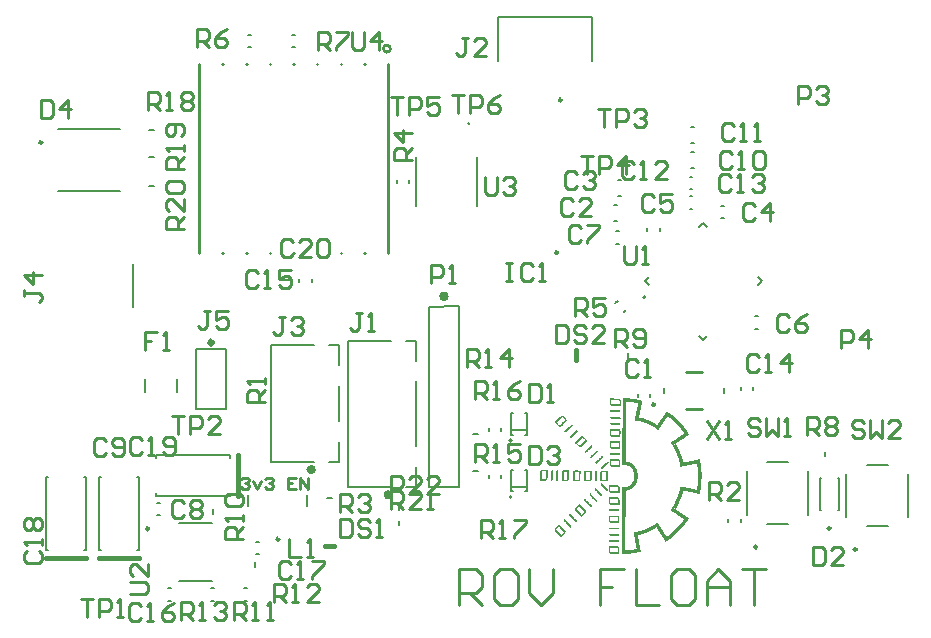
<source format=gbr>
%TF.GenerationSoftware,Altium Limited,Altium Designer,24.9.1 (31)*%
G04 Layer_Color=65535*
%FSLAX45Y45*%
%MOMM*%
%TF.SameCoordinates,30E74C37-C7CC-4F87-9207-2BD30A255DAA*%
%TF.FilePolarity,Positive*%
%TF.FileFunction,Legend,Top*%
%TF.Part,Single*%
G01*
G75*
%TA.AperFunction,NonConductor*%
%ADD68C,0.25000*%
%ADD69C,0.38100*%
%ADD70C,0.25400*%
%ADD71C,0.15240*%
%ADD72C,0.20000*%
%ADD73C,0.40000*%
%ADD74C,0.15000*%
%ADD75C,0.18000*%
%ADD76C,0.12700*%
G36*
X-2540791Y617207D02*
X-2537320Y616975D01*
X-2529452D01*
X-2527370Y616744D01*
X-2524825Y616512D01*
X-2523205D01*
X-2521585Y616281D01*
X-2519502Y616050D01*
X-2517651D01*
X-2516032Y615818D01*
X-2514180Y615587D01*
X-2512329D01*
X-2510478Y615355D01*
X-2508627Y615124D01*
X-2507007D01*
X-2505387Y614893D01*
X-2503768Y614661D01*
X-2503305D01*
X-2501917Y614430D01*
X-2500065Y614198D01*
X-2497751D01*
X-2496826Y613736D01*
X-2495206Y613504D01*
X-2493355Y613041D01*
X-2493124D01*
X-2492198Y612810D01*
X-2490810Y612579D01*
X-2488958Y612116D01*
X-2487339D01*
X-2485719Y611884D01*
X-2484099Y611653D01*
X-2483636D01*
X-2482479Y611422D01*
X-2480860Y611190D01*
X-2479009Y610728D01*
X-2478546D01*
X-2477620Y610496D01*
X-2476000Y610033D01*
X-2474149Y609571D01*
X-2473686D01*
X-2472529Y609339D01*
X-2470910Y609108D01*
X-2468827Y608645D01*
X-2468596D01*
X-2468364Y608414D01*
X-2467207Y608182D01*
X-2465588Y607719D01*
X-2463736Y607257D01*
X-2463042D01*
X-2462348Y607025D01*
X-2461654Y606794D01*
X-2459340Y606331D01*
X-2456795Y605637D01*
X-2456100D01*
X-2455406Y605405D01*
X-2454481D01*
X-2452167Y604943D01*
X-2449621Y604248D01*
X-2450316Y600778D01*
X-2450408Y600176D01*
X-2450084Y601472D01*
X-2449853Y603092D01*
X-2449621Y604017D01*
Y604248D01*
X-2449159D01*
X-2448464Y604017D01*
X-2447770Y603786D01*
X-2446613Y603554D01*
X-2445456Y603323D01*
X-2442217Y602397D01*
X-2438052Y601472D01*
X-2432961Y600546D01*
X-2426945Y599158D01*
X-2420003Y597769D01*
Y597538D01*
X-2420234Y597075D01*
Y596150D01*
X-2420466Y594993D01*
X-2421160Y592216D01*
X-2421854Y588976D01*
Y588745D01*
X-2422086Y588282D01*
X-2422317Y587357D01*
X-2422548Y586200D01*
X-2422780Y584811D01*
X-2423243Y583192D01*
X-2423937Y579489D01*
Y579258D01*
X-2424168Y578795D01*
Y578101D01*
X-2424400Y576944D01*
X-2424862Y574630D01*
X-2425325Y571622D01*
Y571391D01*
X-2425556Y570928D01*
Y570234D01*
X-2426019Y569077D01*
X-2426482Y566763D01*
X-2427408Y563755D01*
Y563523D01*
Y563060D01*
X-2427639Y562135D01*
Y560978D01*
X-2428102Y558201D01*
X-2428796Y554962D01*
Y554730D01*
X-2429027Y554267D01*
Y553342D01*
X-2429490Y552185D01*
X-2429953Y549408D01*
X-2430879Y546169D01*
Y545937D01*
X-2431110Y545474D01*
Y544549D01*
X-2431341Y543392D01*
X-2432036Y540384D01*
X-2432730Y537144D01*
Y536913D01*
X-2432961Y536219D01*
Y535293D01*
X-2433424Y534136D01*
X-2433887Y531128D01*
X-2434812Y527888D01*
Y527657D01*
X-2435044Y526963D01*
Y526037D01*
X-2435275Y524880D01*
X-2435969Y521872D01*
X-2436663Y518401D01*
Y518170D01*
X-2436895Y517476D01*
Y516550D01*
X-2437358Y515393D01*
X-2437820Y512385D01*
X-2438746Y509146D01*
Y508914D01*
X-2438977Y508451D01*
Y507526D01*
X-2439209Y506137D01*
X-2439672Y504749D01*
X-2439903Y503129D01*
X-2440597Y499427D01*
Y499196D01*
X-2440828Y498501D01*
Y497576D01*
X-2441291Y496419D01*
X-2441754Y493179D01*
X-2442680Y489708D01*
Y489477D01*
X-2442911Y489014D01*
Y488089D01*
X-2443142Y486932D01*
X-2443605Y485543D01*
X-2443837Y483924D01*
X-2444531Y480221D01*
Y479990D01*
X-2444762Y479296D01*
Y478370D01*
X-2445225Y477213D01*
X-2445688Y473974D01*
X-2446613Y470503D01*
Y470271D01*
X-2446845Y469809D01*
Y468883D01*
X-2447076Y467495D01*
X-2447770Y464486D01*
X-2448464Y461016D01*
Y460784D01*
X-2448696Y460090D01*
X-2448927Y459164D01*
X-2449159Y458007D01*
X-2449555Y456156D01*
X-2449159D01*
X-2447770Y455925D01*
X-2445688Y455694D01*
X-2443142Y455231D01*
X-2442911D01*
X-2442680Y454999D01*
X-2441291Y454537D01*
X-2439209Y454074D01*
X-2436663Y453611D01*
X-2436432D01*
X-2435506Y453380D01*
X-2434118Y453148D01*
X-2432730Y452685D01*
X-2432267D01*
X-2431110Y452454D01*
X-2429722Y452223D01*
X-2428333Y451760D01*
X-2427870D01*
X-2426945Y451528D01*
X-2425788Y451066D01*
X-2424400Y450603D01*
X-2423937D01*
X-2422780Y450371D01*
X-2421391Y450140D01*
X-2420003Y449677D01*
X-2419540D01*
X-2418615Y449446D01*
X-2417458Y449214D01*
X-2416069Y448752D01*
X-2415607D01*
X-2414681Y448520D01*
X-2413524Y448289D01*
X-2412136Y447826D01*
X-2411673D01*
X-2410747Y447595D01*
X-2409590Y447132D01*
X-2408202Y446669D01*
X-2407739Y446438D01*
X-2406814Y446206D01*
X-2405657Y445744D01*
X-2404268Y445281D01*
X-2403805D01*
X-2402880Y445049D01*
X-2401723Y444818D01*
X-2400335Y444355D01*
X-2400103D01*
X-2399872Y444124D01*
X-2398715Y443661D01*
X-2397326Y443198D01*
X-2395707Y442735D01*
X-2395475D01*
X-2394550Y442504D01*
X-2393161Y442041D01*
X-2391773Y441347D01*
X-2391542D01*
X-2390616Y441116D01*
X-2389228Y440653D01*
X-2387839Y439959D01*
X-2387376D01*
X-2386451Y439496D01*
X-2385063Y439033D01*
X-2383443Y438339D01*
X-2383211D01*
X-2382980Y438108D01*
X-2381823Y437876D01*
X-2380435Y437413D01*
X-2379046Y436951D01*
X-2378815D01*
X-2378584Y436719D01*
X-2377195Y436025D01*
X-2375344Y435099D01*
X-2373030Y434405D01*
X-2372799D01*
X-2372567Y434174D01*
X-2371179Y433480D01*
X-2369328Y432786D01*
X-2367245Y431860D01*
X-2367014D01*
X-2366782Y431629D01*
X-2365394Y431166D01*
X-2363312Y430240D01*
X-2360766Y429546D01*
X-2360535D01*
X-2360303Y429315D01*
X-2358915Y428620D01*
X-2357064Y427695D01*
X-2354981Y426538D01*
X-2354519Y426306D01*
X-2353593Y426075D01*
X-2352436Y425612D01*
X-2351048Y425150D01*
X-2350585Y424918D01*
X-2349659Y424455D01*
X-2348502Y423761D01*
X-2347114Y423067D01*
X-2346651Y422836D01*
X-2345957Y422604D01*
X-2344800Y422141D01*
X-2343643Y421679D01*
X-2343180Y421447D01*
X-2342255Y420984D01*
X-2341098Y420522D01*
X-2339709Y419596D01*
X-2339478Y419365D01*
X-2338552Y419133D01*
X-2337627Y418670D01*
X-2336238Y418208D01*
X-2335776Y417976D01*
X-2335081Y417514D01*
X-2333924Y417051D01*
X-2332767Y416125D01*
X-2332305Y415894D01*
X-2331611Y415662D01*
X-2330454Y414968D01*
X-2329297Y414274D01*
X-2328834D01*
X-2328140Y413811D01*
X-2326983Y413348D01*
X-2325826Y412654D01*
X-2325363Y412423D01*
X-2324669Y412191D01*
X-2323512Y411497D01*
X-2322355Y410803D01*
X-2321892Y410572D01*
X-2320966Y410109D01*
X-2319809Y409646D01*
X-2318421Y408721D01*
X-2318190Y408489D01*
X-2317495Y408026D01*
X-2316339Y407332D01*
X-2314950Y406407D01*
X-2314719Y406175D01*
X-2313793Y405712D01*
X-2312636Y405018D01*
X-2311479Y404324D01*
X-2311248Y404093D01*
X-2310322Y403630D01*
X-2308934Y402936D01*
X-2307546Y402010D01*
X-2307314Y401779D01*
X-2306389Y401316D01*
X-2305000Y400390D01*
X-2303612Y399465D01*
X-2303380D01*
X-2303149Y399233D01*
X-2301992Y398539D01*
X-2300372Y397382D01*
X-2298753Y395994D01*
X-2298521D01*
X-2298290Y395762D01*
X-2297133Y395068D01*
X-2295513Y393911D01*
X-2293662Y392523D01*
X-2293893Y392292D01*
X-2294356Y391597D01*
X-2295282Y390440D01*
X-2296207Y388821D01*
X-2297596Y386970D01*
X-2298984Y384887D01*
X-2302223Y380259D01*
X-2302455Y380028D01*
X-2302918Y379102D01*
X-2303843Y377945D01*
X-2305000Y376325D01*
X-2306389Y374474D01*
X-2307777Y372392D01*
X-2311016Y367995D01*
X-2311479Y368227D01*
X-2312405Y368921D01*
X-2313793Y369846D01*
X-2315413Y370772D01*
X-2315876Y371003D01*
X-2316801Y371698D01*
X-2318421Y372623D01*
X-2319809Y373780D01*
X-2320041Y374011D01*
X-2320966Y374706D01*
X-2322123Y375631D01*
X-2323280Y376325D01*
X-2323512Y376557D01*
X-2324437Y377020D01*
X-2325594Y377482D01*
X-2326751Y378177D01*
X-2326983Y378408D01*
X-2327908Y378871D01*
X-2329065Y379565D01*
X-2330222Y380259D01*
X-2330454Y380490D01*
X-2331148Y380953D01*
X-2332073Y381416D01*
X-2333230Y382110D01*
X-2333462Y382342D01*
X-2334156Y382804D01*
X-2335313Y383499D01*
X-2336701Y384193D01*
X-2336933D01*
X-2337627Y384656D01*
X-2338552Y384887D01*
X-2339709Y385581D01*
X-2339941Y385813D01*
X-2340635Y386275D01*
X-2341560Y386970D01*
X-2342486Y387664D01*
X-2342717D01*
X-2343643Y388126D01*
X-2344800Y388358D01*
X-2345957Y389052D01*
X-2346188D01*
X-2346883Y389515D01*
X-2347808Y389978D01*
X-2348965Y390672D01*
X-2349196Y390903D01*
X-2350122Y391135D01*
X-2351279Y391597D01*
X-2352436Y392060D01*
X-2352667Y392292D01*
X-2353593Y392754D01*
X-2354750Y393217D01*
X-2355907Y393911D01*
X-2356138Y394143D01*
X-2357064Y394374D01*
X-2358221Y394837D01*
X-2359378Y395531D01*
X-2359609Y395762D01*
X-2360535Y395994D01*
X-2361923Y396457D01*
X-2363312Y396919D01*
X-2363543Y397151D01*
X-2364468Y397614D01*
X-2365857Y398308D01*
X-2367245Y399002D01*
X-2367477D01*
X-2367708Y399233D01*
X-2369096Y399928D01*
X-2370948Y400622D01*
X-2373030Y401316D01*
X-2373261D01*
X-2373493Y401547D01*
X-2374881Y402242D01*
X-2376732Y403167D01*
X-2379046Y403861D01*
X-2379509Y404093D01*
X-2380666Y404787D01*
X-2382286Y405481D01*
X-2384368Y406407D01*
X-2384831Y406638D01*
X-2385988Y407101D01*
X-2387608Y407564D01*
X-2389459Y408258D01*
X-2389690Y408489D01*
X-2390616Y408952D01*
X-2392004Y409415D01*
X-2393856Y409878D01*
X-2394087Y410109D01*
X-2395012Y410340D01*
X-2396401Y410803D01*
X-2397789Y411266D01*
X-2398021Y411497D01*
X-2398715Y411729D01*
X-2399872Y412191D01*
X-2401260Y412654D01*
X-2401492Y412886D01*
X-2402417Y413117D01*
X-2403805Y413580D01*
X-2405194Y414274D01*
X-2405425D01*
X-2406351Y414505D01*
X-2407508Y414968D01*
X-2408665Y415200D01*
X-2408896D01*
X-2409822Y415431D01*
X-2411210Y415894D01*
X-2412598Y416125D01*
X-2412830D01*
X-2413524Y416357D01*
X-2414681Y416819D01*
X-2416069Y417282D01*
X-2416301D01*
X-2417226Y417514D01*
X-2418383Y417976D01*
X-2419540Y418208D01*
X-2419772D01*
X-2420697Y418439D01*
X-2422086Y418902D01*
X-2423474Y419133D01*
X-2423705D01*
X-2424631Y419365D01*
X-2426019Y419827D01*
X-2427408Y420059D01*
X-2427639Y420290D01*
X-2428333Y420522D01*
X-2429490Y420753D01*
X-2430879Y421216D01*
X-2431110D01*
X-2432036Y421447D01*
X-2433424Y421910D01*
X-2434812Y422141D01*
X-2435044D01*
X-2435969Y422373D01*
X-2437358Y422836D01*
X-2439209Y423067D01*
X-2439440D01*
X-2440366Y423298D01*
X-2441754Y423761D01*
X-2443142Y423993D01*
X-2443374D01*
X-2443605Y424224D01*
X-2444994Y424455D01*
X-2447076Y424918D01*
X-2449621Y425612D01*
X-2450084D01*
X-2451473Y425844D01*
X-2453324Y426306D01*
X-2455406Y426538D01*
Y426769D01*
X-2455175Y427926D01*
X-2454944Y429315D01*
X-2454481Y431166D01*
X-2454018Y433480D01*
X-2453729Y435071D01*
X-2453324Y436488D01*
X-2453092Y437645D01*
X-2452861Y438570D01*
Y438802D01*
X-2452660Y440145D01*
X-2452398Y441347D01*
Y441578D01*
X-2452167Y442735D01*
X-2451935Y444124D01*
X-2451473Y445975D01*
X-2451010Y448289D01*
X-2450547Y450834D01*
X-2449930Y454382D01*
X-2449853Y454768D01*
X-2449555Y456156D01*
X-2449621D01*
X-2449930Y454382D01*
X-2450547Y451297D01*
Y451066D01*
X-2450778Y450371D01*
X-2451010Y448983D01*
X-2451241Y447595D01*
X-2451704Y445512D01*
X-2452167Y443430D01*
X-2452660Y440145D01*
X-2453555Y436025D01*
X-2453729Y435071D01*
X-2453787Y434868D01*
X-2454249Y433017D01*
X-2454712Y430703D01*
X-2455869Y426075D01*
X-2456332D01*
X-2456795Y426306D01*
X-2457720Y426538D01*
X-2458877D01*
X-2460034Y427001D01*
X-2463274Y427695D01*
X-2467439Y428389D01*
X-2472529Y429546D01*
X-2478546Y430934D01*
X-2485488Y432554D01*
Y432786D01*
X-2485256Y433480D01*
X-2485025Y434637D01*
X-2484562Y436256D01*
X-2484099Y438108D01*
X-2483636Y440190D01*
X-2482479Y444818D01*
Y445049D01*
X-2482248Y445975D01*
X-2482017Y447132D01*
X-2481785Y448752D01*
X-2481554Y450834D01*
X-2481091Y452917D01*
X-2480165Y457545D01*
Y457776D01*
X-2479934Y458470D01*
X-2479703Y459396D01*
X-2479471Y460553D01*
X-2478777Y463792D01*
X-2478083Y467032D01*
Y467263D01*
X-2477852Y467957D01*
X-2477620Y468883D01*
X-2477389Y470040D01*
X-2476926Y473279D01*
X-2476232Y476750D01*
Y476982D01*
X-2476000Y477676D01*
X-2475769Y478602D01*
X-2475538Y479759D01*
X-2474843Y482998D01*
X-2474149Y486238D01*
Y486469D01*
X-2473918Y487163D01*
X-2473686Y488089D01*
X-2473455Y489246D01*
X-2472761Y492485D01*
X-2472067Y495956D01*
Y496187D01*
X-2471835Y496882D01*
X-2471604Y497807D01*
X-2471373Y499196D01*
X-2470910Y502204D01*
X-2470216Y505906D01*
Y506137D01*
X-2469984Y506600D01*
X-2469753Y507526D01*
X-2469521Y508683D01*
X-2468827Y511459D01*
X-2468133Y514930D01*
Y515162D01*
X-2467902Y515856D01*
X-2467670Y516782D01*
X-2467439Y517939D01*
X-2466976Y521178D01*
X-2466282Y524418D01*
Y524649D01*
X-2466050Y525343D01*
X-2465819Y526269D01*
X-2465588Y527426D01*
X-2465356Y529045D01*
X-2464893Y530665D01*
X-2464199Y534367D01*
Y534599D01*
X-2463968Y535062D01*
X-2463736Y535987D01*
X-2463505Y537144D01*
X-2463042Y539921D01*
X-2462348Y543160D01*
Y543392D01*
X-2462117Y543855D01*
X-2461885Y544780D01*
X-2461654Y545937D01*
X-2460960Y548945D01*
X-2460266Y552416D01*
Y552648D01*
X-2460034Y553110D01*
X-2459803Y554036D01*
X-2459571Y555193D01*
X-2459109Y557970D01*
X-2458414Y560978D01*
Y561209D01*
Y561672D01*
X-2458183Y562598D01*
X-2457952Y563755D01*
X-2457489Y566531D01*
X-2456795Y569771D01*
Y570002D01*
X-2456563Y570465D01*
X-2456332Y571159D01*
X-2456100Y572316D01*
X-2455638Y574861D01*
X-2454944Y578101D01*
Y578332D01*
Y578795D01*
X-2454712Y579489D01*
X-2454481Y580646D01*
X-2454365Y581919D01*
X-2454249Y582497D01*
X-2453787Y584811D01*
X-2453324Y586663D01*
X-2453555Y586200D01*
Y585968D01*
X-2454249Y583192D01*
X-2454365Y581919D01*
X-2454712Y580183D01*
X-2455869Y574630D01*
X-2456100D01*
X-2456563Y574861D01*
X-2457257D01*
X-2457952Y575093D01*
X-2460266Y575787D01*
X-2462811Y576250D01*
X-2463042D01*
X-2463505Y576481D01*
X-2464199D01*
X-2464893Y576713D01*
X-2467207Y577175D01*
X-2469753Y577638D01*
X-2470216D01*
X-2471373Y577870D01*
X-2472992Y578332D01*
X-2475075Y578564D01*
X-2475538D01*
X-2476695Y578795D01*
X-2478314Y579258D01*
X-2480165Y579489D01*
X-2480397Y579721D01*
X-2481322Y579952D01*
X-2482711Y580183D01*
X-2484562Y580646D01*
X-2485025D01*
X-2485950Y580878D01*
X-2487339Y581340D01*
X-2488958Y581572D01*
X-2489421D01*
X-2490347Y581803D01*
X-2491967Y582266D01*
X-2493355Y582497D01*
X-2493818D01*
X-2494743Y582729D01*
X-2496363Y582960D01*
X-2497751D01*
X-2498214Y583192D01*
X-2499140Y583423D01*
X-2500760Y583654D01*
X-2502148Y584117D01*
X-2503768D01*
X-2505156Y584349D01*
X-2506776Y584580D01*
X-2507239D01*
X-2508164Y584811D01*
X-2509784Y585043D01*
X-2512098D01*
X-2513255Y585274D01*
X-2514643Y585506D01*
X-2516957D01*
X-2518114Y585737D01*
X-2519502Y585968D01*
X-2521816D01*
X-2522973Y586200D01*
X-2524593Y586431D01*
X-2528295D01*
X-2530147Y586663D01*
X-2532229Y586894D01*
X-2541022D01*
X-2544030Y587125D01*
X-2547501Y587588D01*
X-2556988D01*
Y587357D01*
Y585968D01*
Y584580D01*
Y584117D01*
Y583192D01*
Y581572D01*
Y580183D01*
Y579721D01*
Y578795D01*
Y577407D01*
Y575556D01*
Y575324D01*
Y574399D01*
Y573010D01*
Y571622D01*
Y571159D01*
Y570234D01*
Y568845D01*
Y567225D01*
Y566994D01*
Y566068D01*
Y564680D01*
Y562829D01*
Y562598D01*
Y561672D01*
Y560284D01*
Y558895D01*
Y558432D01*
Y557507D01*
Y555887D01*
Y554499D01*
Y554036D01*
Y553110D01*
Y551722D01*
Y550102D01*
Y549871D01*
Y548945D01*
Y547557D01*
Y546169D01*
Y545937D01*
Y545012D01*
Y543623D01*
Y542466D01*
Y541078D01*
Y540847D01*
Y540384D01*
Y539690D01*
Y538764D01*
Y536681D01*
Y535987D01*
Y535293D01*
Y535062D01*
Y534830D01*
Y533442D01*
Y531591D01*
Y529277D01*
Y529045D01*
Y528814D01*
Y527426D01*
Y525806D01*
Y523955D01*
Y523492D01*
Y522566D01*
Y520947D01*
Y519558D01*
Y519327D01*
Y518401D01*
Y517013D01*
Y515625D01*
Y515162D01*
Y514005D01*
Y512616D01*
Y510997D01*
Y510765D01*
X-2557220Y509840D01*
X-2557451Y508683D01*
Y507294D01*
Y507063D01*
Y506137D01*
Y504749D01*
Y502898D01*
Y502667D01*
Y501741D01*
Y500353D01*
Y498964D01*
Y498733D01*
Y497807D01*
Y496419D01*
Y494568D01*
Y494336D01*
Y493411D01*
Y492022D01*
Y490634D01*
Y490171D01*
Y489246D01*
Y487857D01*
Y486238D01*
Y486006D01*
Y485081D01*
Y483692D01*
Y482304D01*
Y482072D01*
Y481147D01*
Y479759D01*
Y478370D01*
Y477907D01*
Y476982D01*
Y475362D01*
Y473974D01*
Y473511D01*
Y472585D01*
Y471428D01*
Y469809D01*
Y469346D01*
Y468420D01*
Y467032D01*
Y465412D01*
Y464949D01*
Y464024D01*
Y462404D01*
Y460553D01*
Y460321D01*
Y460090D01*
Y458702D01*
X-2557682Y457082D01*
X-2557914Y455231D01*
Y454999D01*
Y454768D01*
Y453380D01*
Y451528D01*
Y449677D01*
Y449446D01*
Y449214D01*
Y447826D01*
Y445975D01*
Y443892D01*
Y443430D01*
Y442504D01*
Y441116D01*
Y439265D01*
Y439033D01*
Y438108D01*
Y436719D01*
Y435331D01*
Y435099D01*
Y434174D01*
Y432786D01*
Y430934D01*
Y430703D01*
Y429777D01*
Y428389D01*
Y427001D01*
Y426769D01*
Y425844D01*
Y424455D01*
Y422604D01*
Y422373D01*
Y421447D01*
Y420059D01*
Y418670D01*
Y418208D01*
Y417282D01*
Y415662D01*
Y414274D01*
Y414043D01*
Y413117D01*
Y411729D01*
Y410340D01*
Y409878D01*
Y408952D01*
Y407332D01*
Y405944D01*
Y405712D01*
Y404787D01*
Y403398D01*
Y402010D01*
Y401547D01*
Y400390D01*
Y399002D01*
Y397382D01*
Y397151D01*
Y396225D01*
Y394837D01*
Y393449D01*
Y392986D01*
Y392060D01*
Y390672D01*
Y389052D01*
Y388821D01*
Y387895D01*
Y386507D01*
Y385118D01*
Y384887D01*
Y384424D01*
Y383499D01*
Y382342D01*
Y380028D01*
Y377714D01*
Y377482D01*
Y377251D01*
Y376094D01*
Y374937D01*
Y374474D01*
Y374243D01*
Y374011D01*
Y373780D01*
Y372623D01*
Y370772D01*
Y368921D01*
Y368689D01*
Y368458D01*
Y367070D01*
Y365218D01*
Y362905D01*
Y362673D01*
Y361748D01*
Y360359D01*
Y358508D01*
Y358277D01*
Y357351D01*
Y355963D01*
Y354574D01*
Y354343D01*
Y353417D01*
Y352029D01*
Y350178D01*
Y349946D01*
Y349021D01*
X-2558145Y347633D01*
X-2558377Y346244D01*
Y345781D01*
Y344856D01*
Y343236D01*
Y341848D01*
Y341616D01*
Y340691D01*
Y339302D01*
Y337914D01*
Y337451D01*
Y336526D01*
Y334906D01*
Y333517D01*
Y333055D01*
Y332129D01*
Y330972D01*
Y329352D01*
Y328890D01*
Y327964D01*
Y326576D01*
Y324956D01*
Y324725D01*
Y323799D01*
Y322411D01*
Y321022D01*
Y320559D01*
Y319634D01*
Y318245D01*
Y316626D01*
Y316394D01*
Y315469D01*
Y314080D01*
Y312692D01*
Y312229D01*
Y311304D01*
Y309684D01*
Y308296D01*
Y308064D01*
Y307139D01*
Y305750D01*
Y304362D01*
Y304130D01*
Y303899D01*
Y302511D01*
Y300660D01*
Y298808D01*
Y298346D01*
Y297420D01*
Y295800D01*
Y293949D01*
Y293718D01*
Y293486D01*
Y292098D01*
X-2558608Y290247D01*
X-2558839Y288164D01*
Y287933D01*
Y287701D01*
Y286313D01*
Y284462D01*
Y282148D01*
Y281917D01*
Y280991D01*
Y279603D01*
Y278214D01*
Y277752D01*
Y276826D01*
Y275206D01*
Y273818D01*
Y273586D01*
Y272661D01*
Y271273D01*
Y269884D01*
Y269421D01*
Y268496D01*
Y266876D01*
Y265488D01*
Y265256D01*
Y264331D01*
Y262942D01*
Y261554D01*
Y261091D01*
Y259934D01*
Y258546D01*
Y256926D01*
Y256695D01*
Y255769D01*
Y254381D01*
Y252992D01*
Y252530D01*
Y251604D01*
Y250216D01*
Y248596D01*
Y248365D01*
Y247439D01*
Y246051D01*
Y244662D01*
Y244199D01*
Y243274D01*
Y241654D01*
Y240266D01*
Y240034D01*
Y239109D01*
Y237720D01*
Y236332D01*
Y235869D01*
Y234944D01*
Y233324D01*
Y231936D01*
Y231473D01*
Y230547D01*
Y229159D01*
Y227539D01*
Y227308D01*
Y226382D01*
Y224994D01*
Y223605D01*
Y223374D01*
Y222911D01*
Y221986D01*
Y221060D01*
Y218515D01*
Y216201D01*
Y215969D01*
Y215738D01*
Y214812D01*
Y213655D01*
Y213424D01*
Y213193D01*
Y212961D01*
Y212730D01*
Y211341D01*
Y209490D01*
Y207176D01*
Y206945D01*
Y206714D01*
Y205325D01*
Y203474D01*
Y201392D01*
Y201160D01*
Y200235D01*
Y198846D01*
Y197458D01*
Y196995D01*
Y195838D01*
Y194450D01*
Y192830D01*
Y192599D01*
Y191673D01*
Y190285D01*
Y188896D01*
Y188433D01*
Y187508D01*
Y186120D01*
Y184500D01*
Y184268D01*
Y183343D01*
X-2559071Y181954D01*
X-2559302Y180566D01*
Y180103D01*
Y179178D01*
Y177789D01*
Y176170D01*
Y175938D01*
Y175013D01*
Y173624D01*
Y172236D01*
Y171773D01*
Y170848D01*
Y169228D01*
Y167839D01*
Y167608D01*
Y166682D01*
Y165294D01*
Y163906D01*
Y163443D01*
Y162517D01*
Y160898D01*
Y159509D01*
Y159046D01*
Y158121D01*
Y156732D01*
Y154881D01*
Y154650D01*
Y153724D01*
Y152336D01*
Y150948D01*
Y150716D01*
Y149791D01*
Y148402D01*
Y146551D01*
Y146320D01*
Y145394D01*
Y144006D01*
Y142617D01*
Y142155D01*
Y140998D01*
Y139378D01*
Y137295D01*
Y136833D01*
Y135676D01*
Y134287D01*
Y132436D01*
Y132205D01*
Y131973D01*
Y130585D01*
X-2559534Y128734D01*
X-2559996Y126420D01*
Y126188D01*
Y125957D01*
Y124569D01*
Y122718D01*
Y120404D01*
Y120172D01*
Y119247D01*
Y117858D01*
Y116470D01*
Y116239D01*
Y115313D01*
Y113925D01*
Y112073D01*
Y111842D01*
Y110916D01*
Y109528D01*
Y108140D01*
Y107908D01*
Y106983D01*
Y105594D01*
Y103743D01*
Y103512D01*
Y102586D01*
Y101198D01*
Y99810D01*
Y99347D01*
Y98421D01*
Y96801D01*
Y95413D01*
Y95182D01*
Y94256D01*
Y92868D01*
Y91479D01*
Y91017D01*
Y90091D01*
Y88471D01*
Y87083D01*
Y86851D01*
Y85926D01*
Y84538D01*
Y83149D01*
Y82686D01*
Y81529D01*
Y81437D01*
X-2559302Y81298D01*
X-2557682Y81067D01*
X-2550509D01*
X-2550046Y80835D01*
X-2549121Y80604D01*
X-2546807D01*
X-2546576Y80372D01*
X-2545650Y80141D01*
X-2544956D01*
X-2543567Y79678D01*
X-2541948D01*
X-2541485Y79447D01*
X-2540791Y79215D01*
X-2540097Y78984D01*
X-2539634D01*
X-2538708Y78521D01*
X-2538014D01*
X-2536857Y78059D01*
X-2536163D01*
X-2534774Y77596D01*
X-2534312Y77364D01*
X-2533386Y77133D01*
X-2533155D01*
X-2532692Y76902D01*
X-2531304Y76670D01*
X-2531072D01*
X-2530609Y76439D01*
X-2529452Y75745D01*
X-2528990D01*
X-2528527Y75513D01*
X-2527833Y75050D01*
X-2527601D01*
X-2527138Y74819D01*
X-2525981Y74125D01*
X-2525287D01*
X-2523899Y73662D01*
X-2523436Y73431D01*
X-2522511Y72736D01*
X-2522279D01*
X-2521816Y72505D01*
X-2520428Y71811D01*
X-2520197D01*
X-2519734Y71348D01*
X-2518577Y70654D01*
X-2518345D01*
X-2517883Y70423D01*
X-2516494Y69728D01*
X-2516263D01*
X-2515800Y69497D01*
X-2514643Y68803D01*
X-2514412D01*
X-2513949Y68571D01*
X-2512561Y67877D01*
X-2512329Y67646D01*
X-2511866Y67183D01*
X-2511404Y66720D01*
X-2510709Y66257D01*
X-2510478D01*
X-2510015Y66026D01*
X-2508627Y64869D01*
X-2508396D01*
X-2507933Y64406D01*
X-2507470Y63943D01*
X-2506776Y63249D01*
X-2506544D01*
X-2506082Y63018D01*
X-2504693Y61861D01*
X-2504462D01*
X-2503999Y61630D01*
X-2502842Y60473D01*
X-2502611Y60241D01*
X-2502148Y59778D01*
X-2501222Y59084D01*
X-2500297Y58390D01*
X-2500065D01*
X-2499603Y58159D01*
X-2498214Y57002D01*
X-2497983Y56770D01*
X-2497520Y56307D01*
X-2496363Y54919D01*
X-2496132Y54688D01*
X-2495669Y54225D01*
X-2494975Y53531D01*
X-2493818Y52374D01*
X-2493586Y52142D01*
X-2493124Y51911D01*
X-2491967Y50523D01*
X-2491735Y50291D01*
X-2491272Y49828D01*
X-2490578Y49134D01*
X-2489884Y47977D01*
X-2489653Y47746D01*
X-2489190Y47515D01*
X-2488033Y46126D01*
X-2487801Y45895D01*
X-2487339Y45201D01*
X-2486645Y44275D01*
X-2485950Y43581D01*
X-2485719Y43349D01*
X-2485256Y42887D01*
X-2484793Y42192D01*
X-2484099Y41035D01*
X-2483868Y40804D01*
X-2483636Y40573D01*
X-2482479Y39184D01*
X-2482248Y38953D01*
X-2481785Y38259D01*
X-2480628Y36639D01*
Y36408D01*
X-2480165Y35945D01*
X-2479703Y35019D01*
X-2479009Y34325D01*
X-2478777Y34094D01*
X-2478546Y33399D01*
X-2478083Y32474D01*
X-2477620Y31780D01*
X-2477389Y31548D01*
X-2477157Y30854D01*
X-2476695Y29929D01*
X-2476232Y28772D01*
X-2476000Y28540D01*
X-2475538Y28077D01*
X-2475075Y27383D01*
X-2474612Y26458D01*
X-2474381Y26226D01*
X-2474149Y25763D01*
X-2473686Y24838D01*
X-2473224Y23912D01*
Y23681D01*
X-2472992Y23218D01*
X-2472529Y22524D01*
X-2472067Y21367D01*
X-2471835Y21136D01*
X-2471604Y20673D01*
X-2470678Y19053D01*
Y18822D01*
X-2470447Y18127D01*
X-2469984Y17202D01*
X-2469753Y16045D01*
X-2469521Y15814D01*
X-2469290Y15351D01*
X-2468596Y14657D01*
X-2468133Y13500D01*
Y13268D01*
X-2467902Y12574D01*
X-2467439Y11648D01*
X-2467207Y10491D01*
Y10260D01*
X-2466976Y9797D01*
X-2466513Y9103D01*
X-2466282Y8178D01*
Y7946D01*
X-2466050Y7252D01*
X-2465588Y6326D01*
X-2465356Y5169D01*
Y4938D01*
X-2465125Y4244D01*
X-2464199Y2624D01*
Y2393D01*
X-2463968Y1698D01*
X-2463736Y773D01*
Y-153D01*
Y-384D01*
X-2463505Y-1078D01*
X-2463042Y-2004D01*
X-2462811Y-2698D01*
Y-2929D01*
X-2462580Y-3624D01*
X-2462348Y-4549D01*
Y-5706D01*
Y-5938D01*
X-2462117Y-6632D01*
X-2461654Y-7557D01*
X-2461423Y-8714D01*
Y-8946D01*
Y-9408D01*
X-2460960Y-11028D01*
Y-11260D01*
Y-11954D01*
X-2460728Y-12879D01*
X-2460266Y-14036D01*
Y-14268D01*
Y-14962D01*
X-2460034Y-15887D01*
X-2459803Y-17044D01*
Y-17276D01*
Y-17970D01*
X-2459571Y-18896D01*
X-2459340Y-20053D01*
Y-20284D01*
Y-20978D01*
X-2459109Y-21904D01*
X-2458877Y-22829D01*
Y-23061D01*
Y-23755D01*
Y-24680D01*
Y-25837D01*
Y-26069D01*
Y-26763D01*
X-2458646Y-27689D01*
X-2458414Y-28846D01*
Y-29077D01*
Y-29771D01*
Y-30697D01*
Y-31854D01*
Y-32316D01*
Y-33011D01*
Y-33705D01*
Y-34862D01*
Y-36250D01*
Y-36482D01*
Y-36944D01*
Y-38101D01*
Y-39258D01*
Y-39721D01*
Y-39952D01*
Y-40184D01*
Y-41804D01*
Y-43886D01*
Y-45969D01*
Y-46200D01*
Y-46663D01*
Y-47357D01*
Y-48051D01*
X-2458646Y-50365D01*
X-2458877Y-52910D01*
Y-53142D01*
Y-53836D01*
X-2459109Y-54762D01*
X-2459340Y-55919D01*
Y-56150D01*
Y-56844D01*
Y-57770D01*
Y-58927D01*
Y-59158D01*
X-2459571Y-59852D01*
X-2459803Y-60778D01*
Y-61935D01*
Y-62166D01*
X-2460034Y-62860D01*
X-2460266Y-63786D01*
Y-64712D01*
Y-64943D01*
X-2460497Y-65637D01*
X-2460728Y-66563D01*
X-2460960Y-67257D01*
Y-67488D01*
X-2461191Y-68182D01*
X-2461423Y-69108D01*
X-2461885Y-70265D01*
Y-70496D01*
Y-71191D01*
X-2462117Y-72116D01*
X-2462348Y-73273D01*
Y-73505D01*
X-2462580Y-74199D01*
X-2462811Y-75124D01*
Y-76050D01*
Y-76281D01*
X-2463042Y-76744D01*
X-2463274Y-77670D01*
X-2463736Y-78595D01*
Y-78827D01*
X-2463968Y-79521D01*
X-2464431Y-80446D01*
X-2464893Y-81603D01*
Y-81835D01*
Y-82298D01*
X-2465356Y-83917D01*
Y-84149D01*
X-2465588Y-84843D01*
X-2465819Y-85768D01*
X-2466282Y-86925D01*
Y-87157D01*
X-2466513Y-87620D01*
X-2466745Y-88545D01*
X-2467207Y-89471D01*
Y-89702D01*
X-2467439Y-90396D01*
X-2468133Y-92016D01*
Y-92247D01*
X-2468596Y-92942D01*
X-2469059Y-93867D01*
X-2469753Y-94793D01*
Y-95024D01*
X-2469984Y-95718D01*
X-2470216Y-96644D01*
X-2470678Y-97338D01*
Y-97570D01*
X-2470910Y-98264D01*
X-2471141Y-99189D01*
X-2471604Y-100346D01*
X-2471835Y-100578D01*
X-2472298Y-101040D01*
X-2472761Y-101735D01*
X-2473224Y-102660D01*
Y-102892D01*
X-2473455Y-103586D01*
X-2473918Y-104511D01*
X-2474612Y-105206D01*
Y-105437D01*
X-2475075Y-106131D01*
X-2475538Y-106825D01*
X-2476232Y-107751D01*
Y-107982D01*
X-2476463Y-108445D01*
X-2477620Y-110065D01*
Y-110296D01*
X-2477852Y-110990D01*
X-2478314Y-111916D01*
X-2479009Y-112610D01*
Y-112842D01*
X-2479471Y-113536D01*
X-2479934Y-114230D01*
X-2480628Y-115155D01*
X-2480860Y-115387D01*
X-2481091Y-115850D01*
X-2482017Y-117469D01*
X-2482248Y-117701D01*
X-2482711Y-118395D01*
X-2483174Y-119321D01*
X-2484099Y-120015D01*
X-2484331Y-120246D01*
X-2484562Y-120940D01*
X-2485488Y-122560D01*
X-2485719Y-122791D01*
X-2486182Y-123254D01*
X-2487570Y-124874D01*
X-2487801Y-125105D01*
X-2488033Y-125568D01*
X-2488727Y-126494D01*
X-2489421Y-127419D01*
X-2489653Y-127651D01*
X-2490115Y-128114D01*
X-2490578Y-128808D01*
X-2491504Y-129965D01*
X-2491735Y-130196D01*
X-2492198Y-130427D01*
X-2492892Y-131122D01*
X-2493818Y-131816D01*
X-2494049Y-132047D01*
X-2494512Y-132510D01*
X-2494975Y-133204D01*
X-2495900Y-134361D01*
X-2496132Y-134593D01*
X-2496363Y-134824D01*
X-2497751Y-136212D01*
X-2497983Y-136444D01*
X-2498446Y-136907D01*
X-2499371Y-137601D01*
X-2500297Y-138295D01*
X-2500528Y-138526D01*
X-2500760Y-138758D01*
X-2502148Y-140146D01*
X-2502379Y-140377D01*
X-2502842Y-140840D01*
X-2503536Y-141303D01*
X-2504230Y-141766D01*
X-2504462Y-141997D01*
X-2505156Y-142229D01*
X-2506776Y-143617D01*
X-2507007D01*
X-2507239Y-144080D01*
X-2507933Y-144543D01*
X-2508627Y-145237D01*
X-2508858D01*
X-2509321Y-145468D01*
X-2510709Y-146625D01*
X-2510941D01*
X-2511404Y-146856D01*
X-2512098Y-147319D01*
X-2513023Y-148013D01*
X-2513255D01*
X-2513718Y-148476D01*
X-2515106Y-149633D01*
X-2515337D01*
X-2515569Y-149865D01*
X-2516957Y-150559D01*
X-2517189D01*
X-2517651Y-150790D01*
X-2519040Y-151484D01*
X-2519271D01*
X-2519502Y-151716D01*
X-2520891Y-152641D01*
X-2521122D01*
X-2521585Y-152873D01*
X-2522973Y-153567D01*
X-2523205D01*
X-2523436Y-153798D01*
X-2524825Y-154492D01*
X-2525056D01*
X-2525519Y-154724D01*
X-2526907Y-155418D01*
X-2527138Y-155649D01*
X-2528295Y-156575D01*
X-2528527D01*
X-2528990Y-156806D01*
X-2530378Y-157038D01*
X-2530609D01*
X-2530841Y-157269D01*
X-2532229Y-157963D01*
X-2532923D01*
X-2534312Y-158426D01*
X-2534543Y-158658D01*
X-2535700Y-158889D01*
X-2535931D01*
X-2536394Y-159120D01*
X-2537783Y-159352D01*
X-2538014D01*
X-2538245Y-159583D01*
X-2539634Y-159815D01*
X-2540097Y-160046D01*
X-2540559Y-160277D01*
X-2541253Y-160509D01*
X-2541485D01*
X-2541716Y-160740D01*
X-2543105Y-160971D01*
X-2543336D01*
X-2543799Y-161203D01*
X-2545187Y-161434D01*
X-2545419D01*
X-2546576Y-161897D01*
X-2548658D01*
X-2548889Y-162128D01*
X-2550046Y-162360D01*
X-2552360D01*
X-2552592Y-162591D01*
X-2553517Y-162823D01*
X-2559302D01*
X-2560228Y-163054D01*
X-2561385Y-163285D01*
Y-163980D01*
Y-165368D01*
Y-165599D01*
Y-166525D01*
Y-167913D01*
Y-169764D01*
Y-169996D01*
Y-170921D01*
Y-172310D01*
Y-173698D01*
Y-173930D01*
Y-174855D01*
Y-176243D01*
Y-177632D01*
Y-178095D01*
Y-179020D01*
Y-180640D01*
Y-182028D01*
Y-182260D01*
Y-183185D01*
Y-184574D01*
Y-185962D01*
Y-186425D01*
Y-187582D01*
Y-188970D01*
Y-190590D01*
Y-190821D01*
Y-191747D01*
Y-193135D01*
Y-194524D01*
Y-194986D01*
Y-195912D01*
Y-197300D01*
Y-198920D01*
Y-199151D01*
Y-200077D01*
Y-201465D01*
Y-202854D01*
Y-203085D01*
Y-203317D01*
Y-204705D01*
Y-206325D01*
Y-208176D01*
Y-208639D01*
Y-209796D01*
Y-211415D01*
Y-213267D01*
Y-213729D01*
Y-213961D01*
Y-214192D01*
Y-215349D01*
X-2561616Y-217200D01*
X-2561848Y-219051D01*
Y-219283D01*
Y-219514D01*
Y-220903D01*
Y-222754D01*
Y-225068D01*
Y-225299D01*
Y-226225D01*
Y-227613D01*
Y-229464D01*
Y-229696D01*
Y-230621D01*
Y-232009D01*
Y-233398D01*
Y-233629D01*
Y-234555D01*
Y-235943D01*
Y-237794D01*
Y-238026D01*
Y-238951D01*
Y-240340D01*
Y-241728D01*
Y-242191D01*
Y-243116D01*
Y-244505D01*
Y-246124D01*
Y-246356D01*
Y-247281D01*
Y-248670D01*
Y-250058D01*
Y-250521D01*
Y-251447D01*
Y-252835D01*
Y-254455D01*
Y-254686D01*
Y-255612D01*
Y-257000D01*
Y-258388D01*
Y-258851D01*
Y-260008D01*
Y-261396D01*
Y-263016D01*
Y-263248D01*
Y-264173D01*
Y-265562D01*
Y-266950D01*
Y-267413D01*
Y-268338D01*
Y-269727D01*
Y-271346D01*
Y-271578D01*
X-2562079Y-272503D01*
X-2562310Y-273892D01*
Y-275280D01*
Y-275743D01*
Y-276668D01*
Y-278288D01*
Y-279677D01*
Y-279908D01*
Y-280834D01*
Y-282222D01*
Y-283610D01*
Y-283842D01*
Y-284073D01*
Y-285461D01*
Y-287313D01*
Y-289164D01*
Y-289627D01*
Y-290552D01*
Y-292172D01*
Y-294023D01*
Y-294254D01*
Y-294486D01*
Y-295874D01*
Y-297725D01*
Y-299808D01*
Y-300039D01*
Y-300271D01*
Y-301659D01*
Y-303510D01*
Y-305824D01*
Y-306056D01*
Y-306981D01*
Y-308369D01*
Y-309758D01*
Y-310221D01*
Y-311146D01*
Y-312766D01*
Y-314154D01*
Y-314386D01*
Y-315311D01*
Y-316700D01*
Y-318088D01*
Y-318551D01*
Y-319476D01*
Y-321096D01*
Y-322484D01*
Y-322716D01*
Y-323641D01*
Y-325030D01*
Y-326418D01*
Y-326881D01*
Y-328038D01*
Y-329426D01*
Y-331046D01*
Y-331277D01*
Y-332203D01*
Y-333591D01*
Y-334980D01*
Y-335443D01*
Y-336368D01*
Y-337757D01*
Y-339376D01*
Y-339608D01*
Y-340533D01*
Y-341922D01*
Y-343310D01*
Y-343773D01*
Y-344698D01*
Y-346087D01*
Y-347706D01*
Y-347938D01*
Y-348863D01*
Y-350252D01*
Y-351640D01*
Y-352103D01*
Y-353029D01*
Y-354648D01*
Y-356037D01*
Y-356268D01*
Y-357194D01*
Y-358582D01*
Y-359970D01*
Y-360433D01*
Y-361359D01*
Y-362978D01*
Y-364367D01*
Y-364598D01*
Y-365061D01*
Y-365987D01*
Y-366912D01*
Y-369457D01*
Y-371771D01*
Y-372003D01*
Y-372234D01*
Y-373160D01*
Y-374317D01*
Y-374548D01*
Y-374780D01*
Y-375011D01*
Y-375242D01*
Y-376631D01*
Y-378482D01*
Y-380796D01*
Y-381027D01*
Y-381259D01*
X-2562542Y-382647D01*
X-2562773Y-384498D01*
Y-386581D01*
Y-386812D01*
Y-387738D01*
Y-389126D01*
Y-390514D01*
Y-390977D01*
Y-391903D01*
Y-393522D01*
Y-394911D01*
Y-395142D01*
Y-396068D01*
Y-397456D01*
Y-398845D01*
Y-399307D01*
Y-400464D01*
Y-401853D01*
Y-403472D01*
Y-403704D01*
Y-404629D01*
Y-406018D01*
Y-407406D01*
Y-407869D01*
Y-408794D01*
Y-410183D01*
Y-411803D01*
Y-412034D01*
Y-412960D01*
Y-414348D01*
Y-415736D01*
Y-416199D01*
Y-417125D01*
Y-418744D01*
Y-420133D01*
Y-420364D01*
Y-421290D01*
Y-422678D01*
Y-424066D01*
Y-424529D01*
Y-425455D01*
Y-427075D01*
Y-428463D01*
Y-428694D01*
Y-429620D01*
Y-431008D01*
Y-432397D01*
Y-432859D01*
Y-433785D01*
Y-435405D01*
Y-436793D01*
Y-437256D01*
X-2563005Y-438181D01*
X-2563236Y-439338D01*
X-2563467Y-440958D01*
Y-441421D01*
Y-442347D01*
Y-443735D01*
Y-445355D01*
Y-445817D01*
Y-446974D01*
Y-448594D01*
Y-450677D01*
Y-451140D01*
Y-452297D01*
Y-453685D01*
Y-455536D01*
Y-455767D01*
Y-455999D01*
Y-457387D01*
Y-459238D01*
Y-461552D01*
Y-461784D01*
Y-462015D01*
Y-463403D01*
Y-465023D01*
Y-466874D01*
Y-467337D01*
Y-468494D01*
Y-469882D01*
Y-471502D01*
Y-471734D01*
Y-472659D01*
Y-474048D01*
Y-475436D01*
Y-475899D01*
Y-476824D01*
Y-478213D01*
Y-479832D01*
Y-480064D01*
Y-480989D01*
Y-482378D01*
Y-484229D01*
Y-484460D01*
Y-485386D01*
Y-486774D01*
Y-488163D01*
Y-488625D01*
Y-489551D01*
Y-490939D01*
Y-492559D01*
Y-492790D01*
Y-493716D01*
Y-495104D01*
Y-496493D01*
Y-496956D01*
Y-497881D01*
Y-499270D01*
Y-500889D01*
Y-501121D01*
Y-502046D01*
Y-503435D01*
Y-504823D01*
Y-505286D01*
Y-506211D01*
Y-507600D01*
Y-509451D01*
Y-509682D01*
Y-510608D01*
Y-511996D01*
Y-513385D01*
Y-513616D01*
Y-514542D01*
Y-515930D01*
Y-517781D01*
Y-518012D01*
Y-518938D01*
Y-520326D01*
Y-521715D01*
Y-521946D01*
Y-522872D01*
Y-524260D01*
Y-526111D01*
Y-526343D01*
Y-526805D01*
Y-527731D01*
Y-528657D01*
Y-530970D01*
Y-533516D01*
Y-533747D01*
Y-533979D01*
Y-534904D01*
Y-536061D01*
Y-536293D01*
Y-536524D01*
Y-536755D01*
Y-536987D01*
Y-538375D01*
Y-540226D01*
Y-542309D01*
Y-542540D01*
Y-542772D01*
Y-544160D01*
Y-546011D01*
Y-547862D01*
Y-548325D01*
X-2563699Y-549251D01*
X-2563930Y-550639D01*
Y-552259D01*
Y-552490D01*
Y-553416D01*
Y-554804D01*
Y-556192D01*
Y-556424D01*
Y-557349D01*
Y-558738D01*
Y-560589D01*
Y-560820D01*
Y-561746D01*
Y-563134D01*
Y-564523D01*
Y-564985D01*
Y-565911D01*
Y-567299D01*
Y-568919D01*
Y-569150D01*
Y-570076D01*
Y-571464D01*
Y-572853D01*
Y-573316D01*
Y-574241D01*
Y-575630D01*
Y-577481D01*
Y-577712D01*
Y-578638D01*
Y-580026D01*
Y-581414D01*
Y-581646D01*
Y-582571D01*
Y-583960D01*
Y-585348D01*
Y-585811D01*
Y-586736D01*
Y-588125D01*
Y-589745D01*
Y-589976D01*
Y-590902D01*
Y-592290D01*
Y-593678D01*
Y-594141D01*
Y-595067D01*
Y-596455D01*
Y-598075D01*
Y-598306D01*
Y-599232D01*
Y-600620D01*
Y-602008D01*
Y-602471D01*
X-2564161Y-603397D01*
X-2564393Y-605017D01*
Y-606405D01*
Y-606868D01*
Y-608025D01*
Y-609413D01*
Y-611264D01*
Y-611727D01*
Y-612884D01*
Y-614735D01*
Y-616818D01*
Y-617049D01*
Y-617280D01*
Y-618669D01*
Y-620289D01*
Y-622140D01*
Y-622371D01*
Y-622603D01*
Y-623991D01*
Y-625842D01*
Y-628156D01*
Y-628387D01*
Y-629313D01*
Y-630701D01*
Y-632552D01*
Y-632784D01*
Y-633709D01*
Y-635098D01*
Y-636486D01*
Y-636949D01*
Y-637875D01*
Y-639263D01*
Y-640883D01*
Y-641114D01*
Y-642040D01*
Y-643428D01*
Y-644816D01*
Y-645279D01*
Y-646205D01*
Y-647593D01*
Y-649213D01*
Y-649676D01*
Y-650601D01*
Y-651758D01*
Y-653378D01*
Y-653609D01*
Y-654535D01*
Y-655923D01*
Y-657774D01*
Y-658006D01*
Y-658931D01*
Y-660320D01*
Y-661708D01*
Y-661939D01*
Y-662865D01*
Y-664253D01*
Y-666105D01*
Y-666336D01*
Y-667030D01*
X-2538245D01*
X-2537088Y-666799D01*
X-2535469Y-666567D01*
X-2527833D01*
X-2526444Y-666336D01*
X-2524825Y-666105D01*
X-2520197D01*
X-2519271Y-665873D01*
X-2517883Y-665642D01*
X-2515800D01*
X-2514875Y-665410D01*
X-2513486Y-665179D01*
X-2511866D01*
X-2511635Y-664948D01*
X-2510478Y-664716D01*
X-2509090Y-664485D01*
X-2507239D01*
X-2506082Y-664253D01*
X-2504693Y-664022D01*
X-2502842D01*
X-2501685Y-663791D01*
X-2500297Y-663328D01*
X-2498908Y-663096D01*
X-2498446D01*
X-2497289Y-662865D01*
X-2495669Y-662634D01*
X-2493355D01*
X-2492429Y-662402D01*
X-2490810Y-661939D01*
X-2488958Y-661708D01*
X-2488496D01*
X-2487339Y-661477D01*
X-2485488Y-661014D01*
X-2483405Y-660551D01*
X-2483174D01*
X-2482711Y-660320D01*
X-2482017D01*
X-2480860Y-660088D01*
X-2478314Y-659626D01*
X-2475538Y-659163D01*
X-2475306D01*
X-2474843Y-658931D01*
X-2474149D01*
X-2472992Y-658700D01*
X-2470447Y-658237D01*
X-2467670Y-657774D01*
Y-658006D01*
X-2467439Y-658931D01*
X-2467207Y-660551D01*
X-2466745Y-662402D01*
X-2466282Y-664716D01*
X-2466050Y-665873D01*
X-2465588Y-668650D01*
X-2465472Y-669113D01*
X-2464893Y-672584D01*
Y-672815D01*
X-2464662Y-673741D01*
X-2464199Y-675360D01*
X-2463968Y-677211D01*
X-2463505Y-679294D01*
X-2463042Y-681839D01*
X-2462117Y-686097D01*
Y-686236D01*
X-2462030Y-686496D01*
X-2461885Y-687161D01*
X-2462117D01*
X-2462580Y-687393D01*
X-2463274Y-687624D01*
X-2464431Y-687856D01*
X-2466976Y-688318D01*
X-2470216Y-688781D01*
X-2470447D01*
X-2470910Y-689013D01*
X-2471604D01*
X-2472761Y-689244D01*
X-2475075Y-689707D01*
X-2478083Y-690170D01*
X-2478546D01*
X-2479934Y-690401D01*
X-2481554Y-690864D01*
X-2483405Y-691327D01*
X-2483868D01*
X-2485025Y-691558D01*
X-2486876Y-691789D01*
X-2488958Y-692252D01*
X-2489421D01*
X-2490578Y-692484D01*
X-2491967Y-692715D01*
X-2493818Y-693178D01*
X-2494281D01*
X-2495206Y-693409D01*
X-2496826Y-693640D01*
X-2498677D01*
X-2499834Y-693872D01*
X-2501454Y-694103D01*
X-2503305Y-694566D01*
X-2504693D01*
X-2506313Y-694797D01*
X-2508164Y-695260D01*
X-2509321D01*
X-2510709Y-695492D01*
X-2512561Y-695723D01*
X-2514180D01*
X-2515569Y-695954D01*
X-2517420Y-696186D01*
X-2522742D01*
X-2523668Y-696417D01*
X-2525056Y-696649D01*
X-2528758D01*
X-2530378Y-696880D01*
X-2532229Y-697111D01*
X-2544724D01*
X-2546576Y-697343D01*
X-2548658Y-697574D01*
X-2567401D01*
X-2568789Y-697343D01*
X-2576425D01*
X-2578971Y-697111D01*
X-2594937D01*
Y-696880D01*
Y-696649D01*
Y-695492D01*
Y-693872D01*
Y-692252D01*
Y-692021D01*
Y-691789D01*
Y-690401D01*
Y-688550D01*
Y-686699D01*
Y-686467D01*
Y-685542D01*
Y-684153D01*
Y-682765D01*
Y-682302D01*
Y-681377D01*
Y-679988D01*
Y-678368D01*
Y-678137D01*
Y-677211D01*
Y-675823D01*
Y-674435D01*
Y-674203D01*
Y-673972D01*
Y-672815D01*
Y-671427D01*
Y-670038D01*
Y-669575D01*
X-2594706Y-668650D01*
X-2594474Y-667493D01*
Y-666105D01*
Y-665873D01*
Y-665642D01*
Y-664485D01*
Y-663096D01*
Y-661708D01*
Y-661245D01*
Y-660320D01*
Y-659163D01*
Y-657774D01*
Y-657543D01*
Y-657312D01*
Y-656155D01*
Y-654766D01*
Y-653378D01*
Y-652915D01*
Y-651990D01*
Y-650833D01*
Y-649213D01*
Y-648750D01*
Y-647824D01*
Y-646436D01*
Y-644816D01*
Y-644585D01*
Y-643659D01*
Y-642271D01*
Y-640420D01*
Y-640188D01*
Y-639263D01*
Y-637875D01*
Y-636486D01*
Y-636255D01*
Y-635329D01*
Y-633941D01*
Y-632090D01*
Y-631627D01*
Y-630701D01*
Y-629544D01*
Y-628156D01*
Y-627925D01*
Y-626999D01*
Y-625611D01*
Y-624222D01*
Y-620983D01*
Y-619594D01*
Y-618669D01*
Y-618437D01*
Y-617743D01*
Y-616355D01*
Y-616123D01*
Y-615892D01*
Y-614735D01*
Y-613115D01*
Y-611264D01*
Y-610801D01*
Y-609644D01*
Y-608025D01*
Y-605942D01*
Y-605711D01*
Y-604785D01*
Y-603397D01*
Y-602008D01*
Y-601546D01*
Y-600620D01*
Y-599232D01*
Y-597612D01*
Y-597149D01*
Y-596224D01*
Y-595067D01*
Y-593678D01*
Y-593215D01*
Y-592290D01*
Y-590902D01*
Y-589282D01*
Y-588819D01*
Y-587893D01*
Y-586736D01*
Y-585348D01*
Y-584885D01*
Y-583960D01*
Y-582571D01*
Y-580720D01*
Y-580489D01*
Y-579563D01*
X-2594243Y-578175D01*
X-2594011Y-576787D01*
Y-576555D01*
Y-575630D01*
Y-574241D01*
Y-572853D01*
Y-572390D01*
Y-571464D01*
Y-570076D01*
Y-568456D01*
Y-568225D01*
Y-567299D01*
Y-565911D01*
Y-564523D01*
Y-564291D01*
Y-564060D01*
Y-562903D01*
Y-561514D01*
Y-560126D01*
Y-559663D01*
Y-558738D01*
Y-557581D01*
Y-556192D01*
Y-555961D01*
Y-555730D01*
Y-554573D01*
Y-553184D01*
Y-551796D01*
Y-551333D01*
Y-550408D01*
Y-549251D01*
Y-547862D01*
Y-547631D01*
Y-547399D01*
Y-546011D01*
Y-544160D01*
Y-541846D01*
Y-541615D01*
Y-541383D01*
Y-539995D01*
Y-538375D01*
Y-536524D01*
Y-536293D01*
Y-536061D01*
Y-534673D01*
Y-532822D01*
Y-530970D01*
Y-530508D01*
Y-529351D01*
Y-527731D01*
Y-525648D01*
Y-525186D01*
Y-524260D01*
Y-523103D01*
Y-521715D01*
Y-521252D01*
Y-520326D01*
Y-518938D01*
Y-517318D01*
Y-516855D01*
Y-515930D01*
Y-514773D01*
Y-513385D01*
Y-512922D01*
Y-511996D01*
Y-510608D01*
Y-508757D01*
Y-508525D01*
Y-507600D01*
Y-506211D01*
Y-504823D01*
Y-504592D01*
Y-503666D01*
Y-502278D01*
Y-500426D01*
Y-500195D01*
Y-499270D01*
X-2593780Y-497881D01*
X-2593317Y-496493D01*
Y-496261D01*
Y-495336D01*
Y-493947D01*
Y-492096D01*
Y-491865D01*
Y-490939D01*
Y-489551D01*
Y-488163D01*
Y-487700D01*
Y-486774D01*
Y-485386D01*
Y-483766D01*
Y-483303D01*
Y-482378D01*
Y-481221D01*
Y-479832D01*
Y-479370D01*
Y-478444D01*
Y-477056D01*
Y-475436D01*
Y-474973D01*
Y-474048D01*
Y-472891D01*
Y-471502D01*
Y-471039D01*
Y-470114D01*
Y-468726D01*
Y-466874D01*
Y-466643D01*
Y-465717D01*
Y-464560D01*
Y-463172D01*
Y-460395D01*
Y-459007D01*
Y-458081D01*
Y-457850D01*
Y-457156D01*
Y-456230D01*
Y-455536D01*
Y-455305D01*
Y-455073D01*
Y-453916D01*
Y-452065D01*
Y-450214D01*
Y-449983D01*
Y-449751D01*
Y-448594D01*
Y-446974D01*
Y-444892D01*
Y-444429D01*
Y-443504D01*
Y-442347D01*
Y-440958D01*
Y-440495D01*
Y-439570D01*
Y-438181D01*
Y-436330D01*
Y-436099D01*
Y-435173D01*
Y-433785D01*
Y-432397D01*
Y-432165D01*
Y-431240D01*
Y-429851D01*
Y-428000D01*
Y-427769D01*
Y-426843D01*
Y-425455D01*
Y-424066D01*
Y-423835D01*
Y-422909D01*
Y-421521D01*
Y-419670D01*
Y-419207D01*
Y-418282D01*
Y-417125D01*
Y-415736D01*
Y-415273D01*
X-2593086Y-414348D01*
X-2592854Y-412960D01*
Y-411340D01*
Y-410877D01*
Y-409951D01*
Y-408794D01*
Y-407406D01*
Y-406943D01*
Y-406018D01*
Y-404629D01*
Y-403010D01*
Y-402547D01*
Y-401621D01*
Y-400464D01*
Y-398845D01*
Y-398613D01*
Y-397688D01*
Y-396299D01*
Y-394448D01*
Y-394217D01*
Y-393291D01*
Y-391903D01*
Y-390514D01*
Y-390283D01*
Y-389357D01*
Y-387969D01*
Y-386118D01*
Y-385886D01*
Y-385655D01*
Y-384267D01*
Y-382647D01*
Y-380796D01*
Y-380564D01*
Y-380333D01*
Y-378945D01*
Y-377093D01*
Y-374780D01*
Y-374548D01*
Y-374317D01*
Y-373160D01*
Y-371540D01*
Y-369457D01*
Y-369226D01*
Y-368995D01*
Y-367838D01*
Y-366218D01*
Y-364367D01*
Y-364135D01*
Y-363210D01*
Y-361821D01*
Y-359970D01*
Y-359739D01*
Y-358813D01*
Y-357425D01*
Y-356037D01*
Y-355805D01*
Y-354880D01*
Y-353491D01*
Y-351640D01*
Y-351409D01*
Y-350483D01*
Y-349095D01*
Y-347706D01*
Y-347475D01*
Y-347244D01*
Y-346087D01*
Y-344698D01*
Y-343310D01*
Y-342847D01*
Y-341922D01*
Y-340765D01*
Y-339376D01*
Y-339145D01*
Y-338913D01*
Y-337757D01*
Y-336368D01*
Y-334980D01*
Y-334517D01*
Y-333591D01*
Y-332434D01*
Y-331046D01*
Y-330815D01*
Y-330583D01*
Y-329426D01*
Y-328038D01*
Y-326418D01*
Y-326187D01*
X-2592623Y-325261D01*
X-2592392Y-323873D01*
Y-322484D01*
Y-322022D01*
Y-321096D01*
Y-319708D01*
Y-318088D01*
Y-317857D01*
Y-316931D01*
Y-315543D01*
Y-314154D01*
Y-313692D01*
Y-312766D01*
Y-311378D01*
Y-309758D01*
Y-309295D01*
Y-308369D01*
Y-307212D01*
Y-305824D01*
Y-305593D01*
Y-304667D01*
Y-303279D01*
Y-301890D01*
Y-298651D01*
Y-297263D01*
Y-296337D01*
Y-296106D01*
Y-295411D01*
Y-294486D01*
Y-294023D01*
Y-293792D01*
Y-293560D01*
Y-292403D01*
Y-290552D01*
Y-288470D01*
Y-288007D01*
Y-287081D01*
Y-285461D01*
Y-283610D01*
Y-283379D01*
Y-282453D01*
Y-281065D01*
Y-279214D01*
Y-278751D01*
Y-277825D01*
Y-276668D01*
Y-275280D01*
Y-275049D01*
Y-274817D01*
Y-273660D01*
Y-272272D01*
Y-270884D01*
Y-270421D01*
Y-269495D01*
Y-268338D01*
Y-266950D01*
Y-266719D01*
Y-266487D01*
Y-265330D01*
Y-263942D01*
Y-262553D01*
Y-262091D01*
Y-261165D01*
Y-260008D01*
Y-258388D01*
Y-257926D01*
Y-257000D01*
Y-255612D01*
Y-253992D01*
Y-253760D01*
Y-252835D01*
Y-251447D01*
Y-250058D01*
Y-249595D01*
X-2592160Y-248670D01*
X-2591929Y-247281D01*
Y-245662D01*
Y-245430D01*
Y-244505D01*
Y-243116D01*
Y-241728D01*
Y-241497D01*
Y-241265D01*
Y-240108D01*
Y-238720D01*
Y-237332D01*
Y-236869D01*
Y-235943D01*
Y-234786D01*
Y-233398D01*
Y-233166D01*
Y-232935D01*
Y-231778D01*
Y-230390D01*
Y-229001D01*
Y-228539D01*
Y-227613D01*
Y-226456D01*
Y-225068D01*
Y-224836D01*
Y-224605D01*
Y-223216D01*
Y-221365D01*
Y-219051D01*
Y-218820D01*
Y-218589D01*
Y-217200D01*
Y-215349D01*
Y-213267D01*
Y-213035D01*
Y-212804D01*
Y-211647D01*
Y-210027D01*
Y-208176D01*
Y-207713D01*
Y-206556D01*
Y-204936D01*
Y-202854D01*
Y-202391D01*
Y-201465D01*
Y-200308D01*
Y-198920D01*
Y-198457D01*
Y-197532D01*
Y-196143D01*
Y-194524D01*
Y-194061D01*
Y-193135D01*
Y-191978D01*
Y-190590D01*
Y-190127D01*
Y-189202D01*
Y-187813D01*
Y-185962D01*
Y-185731D01*
Y-184805D01*
Y-183417D01*
Y-182028D01*
Y-181797D01*
Y-180871D01*
Y-179483D01*
Y-177632D01*
Y-177400D01*
Y-176475D01*
Y-175087D01*
Y-173698D01*
Y-173467D01*
Y-172541D01*
Y-171153D01*
Y-169302D01*
Y-168839D01*
Y-167913D01*
Y-166756D01*
Y-165368D01*
Y-164905D01*
Y-163980D01*
Y-162591D01*
Y-160971D01*
Y-160509D01*
Y-159583D01*
Y-158426D01*
Y-157038D01*
Y-156575D01*
Y-155649D01*
Y-154492D01*
Y-153104D01*
Y-152873D01*
Y-152641D01*
Y-151484D01*
Y-150096D01*
Y-148708D01*
Y-148245D01*
Y-147319D01*
Y-146162D01*
Y-144543D01*
Y-144311D01*
Y-144080D01*
Y-142691D01*
Y-140840D01*
Y-138758D01*
Y-138526D01*
Y-138295D01*
Y-136907D01*
Y-135055D01*
Y-132741D01*
X-2555831D01*
X-2555600Y-132510D01*
X-2554906Y-132279D01*
X-2552592D01*
X-2552360Y-132047D01*
X-2551435Y-131816D01*
X-2550278D01*
X-2550046Y-131584D01*
X-2549121Y-131353D01*
X-2548889D01*
X-2547964Y-130890D01*
X-2546576D01*
X-2546344Y-130659D01*
X-2545650Y-130427D01*
X-2545419D01*
X-2544724Y-129965D01*
X-2544030D01*
X-2543567Y-129733D01*
X-2543105Y-129271D01*
X-2541948D01*
X-2541716Y-129039D01*
X-2540791Y-128345D01*
X-2540328D01*
X-2539634Y-127882D01*
X-2539171D01*
X-2538245Y-127419D01*
X-2537783D01*
X-2536857Y-126957D01*
X-2536626D01*
X-2536394Y-126725D01*
X-2535237Y-126494D01*
X-2535006Y-126262D01*
X-2534312Y-125337D01*
X-2534080D01*
X-2533849Y-125105D01*
X-2532692Y-124874D01*
X-2532229Y-124643D01*
X-2531304Y-123948D01*
X-2530841Y-123717D01*
X-2529915Y-123023D01*
X-2529452Y-122791D01*
X-2528990Y-122329D01*
X-2528295Y-121866D01*
X-2527833Y-121635D01*
X-2526907Y-120940D01*
X-2526444Y-120709D01*
X-2525519Y-120015D01*
X-2525287D01*
X-2525056Y-119552D01*
X-2523899Y-118626D01*
Y-118395D01*
X-2523436Y-118164D01*
X-2522511Y-117469D01*
X-2522279D01*
X-2521816Y-117007D01*
X-2521354Y-116775D01*
X-2520891Y-116081D01*
X-2520659D01*
X-2520428Y-115618D01*
X-2519502Y-114693D01*
X-2519271Y-114461D01*
X-2518808Y-114230D01*
X-2517420Y-113073D01*
X-2516957Y-112610D01*
X-2516032Y-111685D01*
Y-111453D01*
X-2515569Y-110990D01*
X-2514643Y-109602D01*
X-2514412D01*
X-2513949Y-109139D01*
X-2513486Y-108908D01*
X-2513023Y-108214D01*
X-2512792Y-107982D01*
X-2512561Y-107519D01*
X-2511635Y-106131D01*
X-2511404D01*
X-2511172Y-105668D01*
X-2510015Y-104743D01*
X-2509784Y-104511D01*
X-2509553Y-104049D01*
X-2508627Y-102660D01*
Y-102429D01*
X-2508164Y-101966D01*
X-2507239Y-100809D01*
Y-100578D01*
X-2507007Y-100346D01*
X-2506082Y-99421D01*
Y-99189D01*
X-2505619Y-98726D01*
X-2504693Y-97338D01*
Y-97107D01*
X-2504462Y-96644D01*
X-2503768Y-95256D01*
Y-95024D01*
X-2503536Y-94561D01*
X-2502842Y-93404D01*
X-2502611Y-93173D01*
X-2502379Y-92710D01*
X-2501222Y-91322D01*
Y-91090D01*
X-2500991Y-90628D01*
X-2500297Y-89471D01*
Y-89239D01*
X-2500065Y-88777D01*
X-2499371Y-87388D01*
Y-87157D01*
X-2499140Y-86694D01*
X-2498214Y-85537D01*
Y-85306D01*
X-2497983Y-84843D01*
X-2497289Y-83454D01*
Y-83223D01*
X-2497057Y-82760D01*
X-2496826Y-82066D01*
Y-81141D01*
Y-80909D01*
X-2496594Y-80446D01*
X-2495900Y-79058D01*
Y-78827D01*
X-2495669Y-78364D01*
X-2494743Y-77207D01*
Y-76975D01*
Y-76513D01*
X-2494281Y-75124D01*
Y-74893D01*
X-2494049Y-74430D01*
X-2493818Y-73273D01*
Y-73042D01*
X-2493586Y-72348D01*
X-2493124Y-71422D01*
X-2492892Y-70728D01*
Y-70496D01*
Y-70034D01*
X-2492429Y-68645D01*
Y-68414D01*
X-2492198Y-67951D01*
X-2491967Y-67257D01*
Y-66331D01*
Y-66100D01*
X-2491735Y-65637D01*
X-2491504Y-64249D01*
X-2491272Y-64017D01*
X-2491041Y-63555D01*
X-2490810Y-62860D01*
Y-61935D01*
Y-61703D01*
X-2490578Y-61241D01*
X-2490347Y-59852D01*
Y-59621D01*
X-2490115Y-59158D01*
X-2489884Y-58464D01*
Y-57307D01*
Y-57076D01*
Y-56613D01*
X-2489421Y-55456D01*
Y-55224D01*
Y-54530D01*
Y-52910D01*
Y-52679D01*
X-2489190Y-52216D01*
X-2488958Y-51522D01*
Y-50597D01*
Y-50365D01*
Y-50134D01*
Y-48977D01*
Y-47126D01*
Y-45043D01*
Y-44812D01*
Y-44580D01*
X-2488727Y-43192D01*
X-2488496Y-41572D01*
Y-39721D01*
Y-39490D01*
Y-38795D01*
Y-37870D01*
Y-36713D01*
Y-36482D01*
Y-35787D01*
Y-34862D01*
Y-33705D01*
Y-33473D01*
Y-33011D01*
X-2488727Y-32316D01*
X-2488958Y-31391D01*
Y-31159D01*
Y-30697D01*
Y-29308D01*
Y-29077D01*
Y-28383D01*
Y-26763D01*
Y-26532D01*
X-2489190Y-26069D01*
X-2489421Y-25375D01*
Y-24449D01*
Y-24218D01*
Y-23755D01*
X-2489884Y-22366D01*
Y-22135D01*
Y-21441D01*
Y-20053D01*
Y-19821D01*
X-2490115Y-19358D01*
X-2490347Y-17970D01*
Y-17739D01*
X-2490578Y-17044D01*
X-2490810Y-15425D01*
Y-15193D01*
X-2491041Y-14730D01*
X-2491272Y-14268D01*
X-2491504Y-13574D01*
Y-13342D01*
X-2491735Y-12648D01*
X-2491967Y-11028D01*
Y-10797D01*
X-2492198Y-10334D01*
X-2492429Y-9177D01*
Y-8946D01*
X-2492661Y-8483D01*
X-2493355Y-7094D01*
Y-6863D01*
Y-6400D01*
X-2493586Y-5706D01*
X-2493818Y-4781D01*
Y-4549D01*
X-2494049Y-4086D01*
X-2494281Y-2698D01*
Y-2467D01*
X-2494512Y-2004D01*
X-2495437Y-847D01*
Y-615D01*
X-2495669Y-153D01*
X-2495900Y773D01*
X-2496363Y1698D01*
Y1930D01*
X-2496594Y2393D01*
X-2496826Y3781D01*
Y4012D01*
X-2497057Y4475D01*
X-2497751Y5632D01*
Y5864D01*
X-2497983Y6326D01*
X-2498908Y7715D01*
Y7946D01*
X-2499140Y8409D01*
X-2499834Y9566D01*
Y9797D01*
X-2500065Y10260D01*
X-2500760Y11648D01*
Y11880D01*
X-2500991Y12111D01*
X-2501685Y13037D01*
Y13268D01*
X-2502148Y13731D01*
X-2502611Y14425D01*
X-2503305Y15119D01*
Y15351D01*
X-2503536Y15814D01*
X-2504230Y16971D01*
Y17202D01*
X-2504462Y17665D01*
X-2505156Y19053D01*
X-2505387Y19284D01*
X-2505619Y19747D01*
X-2506776Y20904D01*
X-2507007Y21367D01*
X-2507239Y21830D01*
X-2507701Y22524D01*
X-2507933Y22755D01*
X-2508164Y23218D01*
X-2509090Y24375D01*
X-2509553Y24838D01*
X-2510015Y25069D01*
X-2510709Y25763D01*
Y25995D01*
X-2510941Y26458D01*
X-2511404Y26920D01*
X-2512098Y27383D01*
Y27615D01*
X-2512329Y28077D01*
X-2513486Y29234D01*
Y29466D01*
X-2513949Y29697D01*
X-2515106Y30854D01*
Y31086D01*
X-2515337Y31317D01*
X-2516494Y32243D01*
X-2516726Y32474D01*
X-2516957Y32705D01*
X-2518114Y33862D01*
X-2518345D01*
X-2518577Y34325D01*
X-2519502Y35251D01*
X-2519734D01*
X-2519965Y35482D01*
X-2520891Y36176D01*
X-2521122Y36408D01*
X-2521585Y36639D01*
X-2522048Y37333D01*
X-2522511Y37796D01*
X-2522742D01*
X-2522973Y38027D01*
X-2523899Y38722D01*
X-2524362Y38953D01*
X-2524825Y39416D01*
X-2525519Y39647D01*
X-2525750Y39879D01*
X-2526907Y40573D01*
X-2527138Y40804D01*
X-2528295Y41730D01*
X-2528527Y41961D01*
X-2529452Y42192D01*
X-2529684D01*
X-2529915Y42424D01*
X-2530841Y43118D01*
X-2531072Y43349D01*
X-2532229Y43581D01*
X-2532461Y43812D01*
X-2533386Y44506D01*
X-2533849D01*
X-2534312Y44738D01*
X-2534774Y45201D01*
X-2535006Y45432D01*
X-2535700Y45663D01*
X-2535931D01*
X-2536394Y45895D01*
X-2536857Y46126D01*
X-2537320D01*
X-2537551Y46358D01*
X-2538245Y46589D01*
X-2538477D01*
X-2538708Y46820D01*
X-2539634Y47052D01*
X-2539865Y47283D01*
X-2540791Y47515D01*
X-2541022D01*
X-2541253Y47746D01*
X-2542179Y47977D01*
X-2542410Y48209D01*
X-2543105Y48440D01*
X-2543336D01*
X-2543567Y48671D01*
X-2544030Y49134D01*
X-2545650D01*
X-2545881Y49366D01*
X-2546576Y49597D01*
X-2547964D01*
X-2548427Y49828D01*
X-2549121Y50060D01*
X-2550046D01*
X-2550278Y50291D01*
X-2551435Y50523D01*
X-2553749D01*
X-2554674Y50754D01*
X-2555831Y50985D01*
X-2560922D01*
Y51448D01*
X-2590540D01*
Y51680D01*
Y51911D01*
Y53299D01*
Y55151D01*
Y57002D01*
Y57464D01*
Y58621D01*
Y60241D01*
Y62324D01*
Y62787D01*
Y63712D01*
Y64869D01*
Y66257D01*
Y66720D01*
Y67646D01*
Y69034D01*
Y70654D01*
Y71117D01*
Y72042D01*
Y73199D01*
Y74588D01*
Y75050D01*
Y75976D01*
Y77364D01*
Y78984D01*
Y79447D01*
Y80372D01*
Y81529D01*
Y83149D01*
Y83381D01*
Y84306D01*
Y85695D01*
Y87546D01*
Y87777D01*
Y88703D01*
Y90091D01*
Y91479D01*
Y91942D01*
Y92868D01*
Y94256D01*
Y95876D01*
Y96107D01*
X-2590309Y97033D01*
X-2590078Y98421D01*
Y99810D01*
Y100041D01*
Y100272D01*
Y101429D01*
Y102818D01*
Y104206D01*
Y104437D01*
Y105132D01*
Y106057D01*
Y107214D01*
Y107446D01*
Y108140D01*
Y109759D01*
Y110222D01*
Y111148D01*
Y112999D01*
Y115544D01*
Y118784D01*
Y122718D01*
Y127114D01*
Y132436D01*
Y132668D01*
Y132899D01*
Y134056D01*
Y135907D01*
Y137758D01*
Y137990D01*
Y138221D01*
Y139378D01*
Y140998D01*
Y142617D01*
Y142849D01*
Y143080D01*
Y144237D01*
Y145626D01*
Y147014D01*
Y147477D01*
Y148402D01*
X-2589846Y149791D01*
X-2589383Y151642D01*
Y151873D01*
Y152799D01*
Y154187D01*
Y155576D01*
Y155807D01*
Y156732D01*
Y158121D01*
Y159972D01*
Y160203D01*
Y161129D01*
Y162517D01*
Y163906D01*
Y164137D01*
Y165063D01*
Y166451D01*
Y168302D01*
Y168765D01*
Y169691D01*
Y170848D01*
Y172236D01*
Y172699D01*
Y173624D01*
Y175013D01*
Y176632D01*
Y177095D01*
Y178021D01*
Y179178D01*
Y180566D01*
Y181029D01*
Y181954D01*
Y183343D01*
Y184963D01*
Y185425D01*
Y186351D01*
Y187508D01*
Y188896D01*
Y189359D01*
Y190285D01*
Y191673D01*
Y193524D01*
Y193756D01*
Y194681D01*
Y196069D01*
Y197458D01*
Y197689D01*
Y198615D01*
Y200003D01*
Y201854D01*
Y202086D01*
Y202317D01*
Y203705D01*
X-2589152Y205325D01*
X-2588921Y207176D01*
Y207408D01*
Y207639D01*
Y209028D01*
Y210879D01*
Y213193D01*
Y213655D01*
Y214812D01*
Y216432D01*
Y218515D01*
Y218746D01*
Y218977D01*
Y220134D01*
Y221754D01*
Y223605D01*
Y223837D01*
Y224762D01*
Y226151D01*
Y228002D01*
Y228233D01*
Y229159D01*
Y230547D01*
Y231936D01*
Y232167D01*
Y233092D01*
Y234481D01*
Y236332D01*
Y236563D01*
Y237489D01*
Y238877D01*
Y240266D01*
Y240497D01*
Y241423D01*
Y242811D01*
Y244662D01*
Y245125D01*
Y246051D01*
Y247208D01*
Y248596D01*
Y249059D01*
Y249984D01*
Y251373D01*
Y252992D01*
Y253455D01*
Y254381D01*
Y255538D01*
Y256926D01*
Y257157D01*
Y257389D01*
Y258546D01*
Y259934D01*
Y261554D01*
Y261785D01*
Y262711D01*
Y264099D01*
Y265488D01*
Y265950D01*
Y266876D01*
Y268264D01*
Y269884D01*
Y270116D01*
Y271041D01*
Y272429D01*
Y273818D01*
Y274281D01*
Y275206D01*
Y276595D01*
Y278214D01*
Y278446D01*
Y279371D01*
Y280760D01*
Y282148D01*
Y282379D01*
Y283305D01*
Y284693D01*
Y286082D01*
Y289090D01*
Y290478D01*
Y291404D01*
Y291635D01*
Y292561D01*
Y293255D01*
Y293949D01*
Y294181D01*
Y294412D01*
Y295569D01*
Y297420D01*
Y299503D01*
Y299965D01*
Y300891D01*
Y302511D01*
Y304362D01*
Y304593D01*
Y305519D01*
Y306907D01*
Y308758D01*
Y309221D01*
Y310147D01*
Y311304D01*
Y312692D01*
Y313155D01*
Y314080D01*
X-2588689Y315469D01*
X-2588458Y317089D01*
Y317551D01*
Y318477D01*
Y319634D01*
Y321022D01*
Y321485D01*
Y322411D01*
Y323799D01*
Y325419D01*
Y325881D01*
Y326807D01*
Y327964D01*
Y329352D01*
Y329584D01*
Y329815D01*
Y330972D01*
Y332361D01*
Y333980D01*
Y334212D01*
Y335137D01*
Y336526D01*
Y337914D01*
Y338377D01*
Y339302D01*
Y340691D01*
Y342310D01*
Y342542D01*
Y343467D01*
Y344856D01*
Y346244D01*
Y346476D01*
Y346707D01*
Y347864D01*
Y349252D01*
Y350641D01*
Y351103D01*
Y352029D01*
Y353186D01*
Y354574D01*
Y354806D01*
Y355037D01*
Y356194D01*
Y357582D01*
Y358971D01*
Y359434D01*
Y360359D01*
Y361516D01*
Y362905D01*
Y363136D01*
Y363367D01*
Y364756D01*
Y366607D01*
Y368921D01*
Y369152D01*
Y369384D01*
X-2588226Y370772D01*
X-2587995Y372623D01*
Y374706D01*
Y374937D01*
Y375168D01*
Y376325D01*
Y377945D01*
Y379796D01*
Y380028D01*
Y380259D01*
Y381647D01*
Y383267D01*
Y385118D01*
Y385581D01*
Y386507D01*
Y387664D01*
Y389052D01*
Y389283D01*
Y389515D01*
Y390672D01*
Y392060D01*
Y393449D01*
Y393911D01*
Y394837D01*
Y395994D01*
Y397382D01*
Y397614D01*
Y397845D01*
Y399002D01*
Y400390D01*
Y402010D01*
Y402242D01*
Y403167D01*
Y404555D01*
Y405944D01*
Y406407D01*
Y407332D01*
Y408721D01*
Y410340D01*
Y410572D01*
Y411497D01*
Y412886D01*
Y414274D01*
Y414737D01*
Y415662D01*
Y417051D01*
Y418670D01*
Y419133D01*
Y420059D01*
Y421216D01*
Y422604D01*
Y422836D01*
Y423067D01*
Y424224D01*
Y425612D01*
Y427001D01*
Y427463D01*
Y428389D01*
Y429546D01*
Y430934D01*
Y431166D01*
Y431397D01*
Y432554D01*
Y433942D01*
Y435331D01*
Y435794D01*
Y436719D01*
Y438108D01*
Y439959D01*
Y440190D01*
Y441116D01*
Y442504D01*
Y443892D01*
Y444124D01*
Y445049D01*
Y446438D01*
Y447826D01*
Y450834D01*
Y452223D01*
Y453148D01*
Y453380D01*
Y454074D01*
Y455694D01*
Y456156D01*
Y457082D01*
Y458702D01*
Y460553D01*
Y460784D01*
Y461016D01*
Y462173D01*
Y463792D01*
Y465875D01*
Y466338D01*
Y467263D01*
Y468420D01*
Y469809D01*
Y470271D01*
Y471197D01*
Y472585D01*
Y474436D01*
Y474668D01*
Y475593D01*
Y476982D01*
Y478370D01*
Y478602D01*
Y479527D01*
X-2587764Y480915D01*
X-2587532Y482767D01*
Y482998D01*
Y483924D01*
Y485312D01*
Y486700D01*
Y486932D01*
Y487857D01*
Y489246D01*
Y490634D01*
Y490865D01*
Y491097D01*
Y492254D01*
Y493642D01*
Y495031D01*
Y495493D01*
Y496419D01*
Y497576D01*
Y498964D01*
Y499196D01*
Y499427D01*
Y500584D01*
Y501972D01*
Y503361D01*
Y503823D01*
Y504749D01*
Y505906D01*
Y507294D01*
Y507757D01*
Y508683D01*
Y510071D01*
Y511691D01*
Y511922D01*
Y512848D01*
Y514236D01*
Y515625D01*
Y515856D01*
Y516782D01*
Y518170D01*
Y520021D01*
Y520252D01*
Y521178D01*
Y522566D01*
Y523955D01*
Y524186D01*
Y524418D01*
Y525806D01*
Y527657D01*
Y529740D01*
Y529971D01*
Y530202D01*
Y531359D01*
X-2587301Y533211D01*
X-2587070Y535293D01*
Y535524D01*
Y535756D01*
Y537144D01*
Y538764D01*
Y540615D01*
Y540847D01*
Y541078D01*
Y542235D01*
Y544086D01*
Y546169D01*
Y546400D01*
Y547326D01*
Y548714D01*
Y550565D01*
Y550796D01*
Y551722D01*
Y553110D01*
Y554499D01*
Y554962D01*
Y555887D01*
Y557275D01*
Y558895D01*
Y559358D01*
Y560284D01*
Y561672D01*
Y563292D01*
Y563755D01*
Y564680D01*
Y565837D01*
Y567225D01*
Y567457D01*
Y567688D01*
Y568845D01*
Y570234D01*
Y571622D01*
Y572085D01*
Y573010D01*
Y574399D01*
Y576250D01*
Y576481D01*
Y577407D01*
Y578795D01*
Y580183D01*
Y580646D01*
Y581572D01*
Y582960D01*
Y584580D01*
Y584811D01*
Y585737D01*
Y587125D01*
Y588976D01*
Y589208D01*
Y590133D01*
Y591522D01*
Y592910D01*
Y593142D01*
Y593373D01*
Y594530D01*
Y595918D01*
Y597307D01*
Y597769D01*
Y598695D01*
Y600083D01*
Y601703D01*
Y602166D01*
Y603092D01*
Y604248D01*
Y605637D01*
Y605868D01*
Y606100D01*
Y607488D01*
Y609339D01*
Y611653D01*
Y611884D01*
Y612116D01*
Y613504D01*
Y615355D01*
Y617438D01*
X-2556988D01*
Y617207D01*
Y616975D01*
Y615587D01*
Y613736D01*
Y611653D01*
Y611422D01*
Y611190D01*
Y609802D01*
Y607951D01*
Y607488D01*
X-2556757Y609571D01*
Y612116D01*
X-2556525Y617438D01*
X-2544030D01*
X-2540791Y617207D01*
D02*
G37*
G36*
X-2654405Y616281D02*
X-2634505D01*
X-2626869Y616050D01*
X-2616688D01*
X-2616225Y615818D01*
X-2615531Y615587D01*
X-2614605D01*
X-2614143Y615355D01*
X-2613217Y614661D01*
X-2612986D01*
X-2612291Y614198D01*
X-2611366Y613736D01*
X-2610672Y613041D01*
X-2610440Y612810D01*
X-2609746Y612347D01*
X-2609052Y611422D01*
X-2608126Y610265D01*
X-2607895Y610033D01*
X-2607432Y609339D01*
X-2606969Y608182D01*
X-2606275Y606794D01*
X-2606044Y606562D01*
X-2605812Y605637D01*
X-2605118Y604480D01*
X-2604655Y602860D01*
Y602397D01*
X-2604424Y601472D01*
X-2604193Y599852D01*
Y597769D01*
Y597307D01*
X-2603961Y596150D01*
X-2603730Y594299D01*
Y591985D01*
Y591522D01*
Y590596D01*
Y588976D01*
Y586894D01*
Y584580D01*
Y581803D01*
Y578795D01*
Y575556D01*
Y575324D01*
Y574167D01*
Y572547D01*
Y570696D01*
Y568151D01*
Y565374D01*
Y559358D01*
Y558895D01*
Y558201D01*
Y557507D01*
Y556350D01*
Y554962D01*
Y553342D01*
Y551491D01*
X-2630572D01*
X-2635662Y551722D01*
X-2661347D01*
X-2668983Y551953D01*
X-2680553D01*
X-2681015Y552185D01*
X-2682172Y552879D01*
X-2682404D01*
X-2682867Y553110D01*
X-2683561Y553573D01*
X-2683792Y553805D01*
X-2684486Y554499D01*
X-2684949Y554730D01*
X-2685181Y554962D01*
X-2685643Y555424D01*
X-2685875Y555887D01*
X-2686569Y556813D01*
X-2686800Y557044D01*
X-2687263Y557738D01*
X-2687726Y558664D01*
X-2688651Y559821D01*
X-2688883Y560284D01*
X-2689114Y561209D01*
X-2689577Y562598D01*
X-2690040Y564217D01*
Y564449D01*
X-2690271Y564680D01*
X-2690503Y566068D01*
X-2690734Y567920D01*
X-2690965Y569771D01*
Y570002D01*
Y570234D01*
X-2691197Y571622D01*
X-2691428Y573704D01*
Y576250D01*
Y576481D01*
Y576713D01*
Y577407D01*
Y578332D01*
Y579489D01*
Y580646D01*
Y582266D01*
Y584349D01*
Y586431D01*
Y588745D01*
Y591290D01*
Y594299D01*
Y597307D01*
Y600778D01*
Y604248D01*
Y608182D01*
Y608414D01*
Y608645D01*
Y609339D01*
Y610265D01*
Y611653D01*
Y613041D01*
Y614661D01*
Y616512D01*
X-2659959D01*
X-2654405Y616281D01*
D02*
G37*
G36*
X-2663892Y515393D02*
X-2645844D01*
X-2638670Y515162D01*
X-2622704D01*
X-2613680Y514930D01*
X-2612291D01*
X-2610903Y514468D01*
X-2609746Y514005D01*
X-2609515Y513773D01*
X-2608589Y513311D01*
X-2607895Y512385D01*
X-2607201Y510997D01*
X-2606969Y510765D01*
X-2606507Y509840D01*
X-2605812Y508683D01*
X-2605350Y507294D01*
X-2605118Y507063D01*
X-2604887Y506137D01*
X-2604655Y504980D01*
X-2604193Y503823D01*
Y503592D01*
Y502667D01*
X-2603961Y501278D01*
X-2603730Y499427D01*
X-2683329D01*
X-2684024Y499890D01*
X-2685875D01*
X-2686106Y500121D01*
X-2686800Y500353D01*
X-2687494Y501047D01*
Y501278D01*
X-2687957Y501741D01*
X-2688651Y502667D01*
X-2690040Y503823D01*
X-2690271Y504286D01*
X-2690734Y505212D01*
X-2691428Y506832D01*
X-2691891Y508683D01*
Y508914D01*
Y509146D01*
X-2692122Y509840D01*
Y510765D01*
X-2692354Y512848D01*
X-2692585Y515625D01*
X-2668752D01*
X-2663892Y515393D01*
D02*
G37*
G36*
X-2612754Y462404D02*
X-2611597Y462173D01*
X-2610209Y461478D01*
X-2609978Y461247D01*
X-2609052Y460784D01*
X-2608358Y459859D01*
X-2607664Y458702D01*
X-2607432Y458239D01*
X-2607201Y457082D01*
X-2606738Y455694D01*
X-2606275Y454074D01*
Y453842D01*
X-2606044Y452917D01*
X-2605581Y451760D01*
X-2605350Y450603D01*
X-2605118Y450371D01*
X-2604887Y449446D01*
X-2604655Y448058D01*
Y446206D01*
X-2632886D01*
X-2638439Y446438D01*
X-2665975D01*
X-2674305Y446669D01*
X-2685181D01*
Y446901D01*
X-2685412Y447132D01*
X-2685875Y447363D01*
X-2686569D01*
X-2686800Y447595D01*
X-2687263Y447826D01*
X-2687957Y448289D01*
X-2688189Y448520D01*
X-2688651Y448983D01*
X-2689577Y449909D01*
X-2690503Y451297D01*
X-2690734Y451528D01*
X-2691197Y452685D01*
X-2691660Y454074D01*
X-2692585Y456156D01*
Y456388D01*
Y456619D01*
X-2692817Y458007D01*
X-2693048Y460090D01*
Y462635D01*
X-2613680D01*
X-2612754Y462404D01*
D02*
G37*
G36*
X-2653017Y410109D02*
X-2631497D01*
X-2623167Y409878D01*
X-2613680D01*
X-2612754Y409646D01*
X-2611597Y409415D01*
X-2610209Y408721D01*
X-2609978Y408489D01*
X-2609283Y408026D01*
X-2608358Y407101D01*
X-2607664Y405944D01*
X-2607432Y405712D01*
X-2607201Y404787D01*
X-2606738Y403398D01*
X-2606275Y402010D01*
Y401779D01*
X-2606044Y400853D01*
X-2605581Y399696D01*
X-2605350Y398539D01*
Y398308D01*
Y397382D01*
X-2605118Y395994D01*
X-2604655Y393911D01*
X-2684255D01*
X-2684718Y394143D01*
X-2685181Y394606D01*
X-2686800D01*
X-2687032Y394837D01*
X-2687494Y395068D01*
X-2687957Y395531D01*
X-2688189Y395762D01*
X-2688651Y396225D01*
X-2689577Y397151D01*
X-2690503Y398539D01*
X-2690734Y398771D01*
X-2691197Y399928D01*
X-2691660Y401316D01*
X-2692585Y403398D01*
Y403630D01*
Y403861D01*
X-2692817Y404555D01*
Y405481D01*
X-2693048Y407564D01*
Y410340D01*
X-2659264D01*
X-2653017Y410109D01*
D02*
G37*
G36*
X-3100533Y471428D02*
X-3100301D01*
X-3099607Y471197D01*
X-3098450Y470966D01*
X-3097062Y470503D01*
X-3096599D01*
X-3095674Y470040D01*
X-3094285Y469577D01*
X-3092665Y468883D01*
X-3092434D01*
X-3092203Y468652D01*
X-3091046Y467957D01*
X-3089657Y466800D01*
X-3088269Y465412D01*
X-3088038D01*
X-3087806Y465181D01*
X-3086649Y464255D01*
X-3085261Y462867D01*
X-3083872Y461016D01*
X-3083641Y460784D01*
X-3082947Y460090D01*
X-3081790Y458933D01*
X-3080170Y457545D01*
X-3078550Y455925D01*
X-3076468Y454074D01*
X-3072534Y449677D01*
X-3072303Y449446D01*
X-3071609Y448752D01*
X-3070452Y447595D01*
X-3068832Y445975D01*
X-3067212Y444355D01*
X-3065130Y442273D01*
X-3061196Y437876D01*
X-3060964D01*
X-3060733Y437645D01*
X-3059345Y436488D01*
X-3057494Y434637D01*
X-3054717Y431860D01*
X-3054948Y431629D01*
X-3055642Y431166D01*
X-3056799Y430009D01*
X-3058188Y428620D01*
X-3058419Y428389D01*
X-3058882Y427926D01*
X-3059807Y427001D01*
X-3061196Y425612D01*
X-3063047Y423761D01*
X-3065130Y421679D01*
X-3067443Y419365D01*
X-3070452Y416588D01*
X-3073691Y413348D01*
X-3077162Y409646D01*
X-3081327Y405712D01*
X-3085724Y401547D01*
X-3090351Y396919D01*
X-3095442Y391829D01*
X-3100996Y386507D01*
X-3107012Y380722D01*
X-3107243Y380490D01*
X-3107937Y379796D01*
X-3108169Y379565D01*
X-3108863Y379334D01*
X-3109094Y379102D01*
X-3109557Y378871D01*
X-3110020Y378639D01*
X-3110251D01*
X-3110483Y378408D01*
X-3111408Y378177D01*
X-3111640D01*
X-3111871Y377945D01*
X-3112797Y377714D01*
X-3116730D01*
X-3117425Y377945D01*
X-3118350Y378177D01*
X-3119276D01*
X-3120433Y378408D01*
X-3121821Y378639D01*
X-3122052Y378871D01*
X-3122978Y379334D01*
X-3124366Y380028D01*
X-3126218Y380722D01*
X-3126680Y380953D01*
X-3127606Y381416D01*
X-3128994Y382342D01*
X-3130614Y383730D01*
X-3131077Y383961D01*
X-3132002Y384887D01*
X-3133622Y386275D01*
X-3135010Y387664D01*
X-3135473Y388126D01*
X-3136399Y389052D01*
X-3138250Y390903D01*
X-3140795Y393449D01*
X-3144035Y396688D01*
X-3147969Y400853D01*
X-3152365Y405481D01*
X-3157687Y410803D01*
Y411034D01*
X-3158150Y411266D01*
X-3159307Y412654D01*
X-3161389Y414505D01*
X-3164166Y417282D01*
X-3163935Y417514D01*
X-3163009Y417976D01*
X-3161852Y419133D01*
X-3160232Y420753D01*
X-3160001Y420984D01*
X-3159538Y421447D01*
X-3158613Y422373D01*
X-3157224Y423761D01*
X-3155605Y425381D01*
X-3153522Y427463D01*
X-3151208Y429777D01*
X-3148200Y432554D01*
X-3145192Y435794D01*
X-3141490Y439265D01*
X-3137556Y443198D01*
X-3133159Y447595D01*
X-3128531Y452223D01*
X-3123209Y457313D01*
X-3117887Y462635D01*
X-3111871Y468420D01*
X-3111640Y468652D01*
X-3110946Y468883D01*
X-3110714Y469114D01*
X-3110020Y469809D01*
X-3109789Y470040D01*
X-3109557Y470271D01*
X-3109326Y470503D01*
X-3108400D01*
X-3107475Y470966D01*
X-3107243D01*
X-3106549Y471197D01*
X-3105392Y471428D01*
X-3103772D01*
X-3103078Y471660D01*
X-3101921D01*
X-3100533Y471428D01*
D02*
G37*
G36*
X-3020239Y392986D02*
X-3019776Y392754D01*
X-3018851Y392523D01*
X-3017694Y391829D01*
X-3016305Y391135D01*
X-3015843Y390903D01*
X-3015148Y390440D01*
X-3014223Y389978D01*
X-3013297Y389515D01*
X-3013066Y389283D01*
X-3012372Y388821D01*
X-3010983Y388126D01*
X-3009364Y387201D01*
X-3009595Y386970D01*
X-3010289Y386044D01*
X-3011677Y384887D01*
X-3013297Y383267D01*
X-3013529Y383036D01*
X-3013991Y382573D01*
X-3015148Y381416D01*
X-3016537Y380028D01*
X-3018388Y378408D01*
X-3020702Y376094D01*
X-3023247Y373549D01*
X-3026255Y370541D01*
X-3029726Y367070D01*
X-3033660Y363367D01*
X-3037825Y359202D01*
X-3042453Y354574D01*
X-3047544Y349484D01*
X-3053097Y343930D01*
X-3058882Y338145D01*
X-3065130Y331898D01*
X-3065361Y331666D01*
X-3065592Y331435D01*
X-3065824Y331204D01*
X-3066518Y330972D01*
X-3066981D01*
X-3067212Y330741D01*
X-3067443Y330509D01*
X-3067675D01*
X-3067906Y330278D01*
X-3068600Y330047D01*
X-3070452D01*
X-3071840Y330278D01*
X-3073460Y330509D01*
X-3073691D01*
X-3074848Y330972D01*
X-3076236Y331435D01*
X-3078319Y332361D01*
X-3078782Y332592D01*
X-3079939Y333517D01*
X-3081558Y335137D01*
X-3083410Y337451D01*
X-3083178Y337683D01*
X-3082484Y338145D01*
X-3081558Y339302D01*
X-3079939Y340691D01*
X-3079707Y340922D01*
X-3079013Y341385D01*
X-3078088Y342542D01*
X-3076699Y343930D01*
X-3074848Y345550D01*
X-3072534Y347864D01*
X-3069989Y350409D01*
X-3066981Y353417D01*
X-3063510Y356657D01*
X-3059576Y360359D01*
X-3055180Y364524D01*
X-3050552Y369152D01*
X-3045461Y374011D01*
X-3039908Y379334D01*
X-3033891Y385118D01*
X-3027644Y391135D01*
X-3027412Y391366D01*
X-3026487Y391829D01*
X-3025561Y392523D01*
X-3024173Y392986D01*
X-3023710D01*
X-3022784Y393217D01*
X-3021627D01*
X-3020239Y392986D01*
D02*
G37*
G36*
X-2617151Y357120D02*
X-2616919D01*
X-2615994Y356657D01*
X-2615531D01*
X-2615068Y356425D01*
X-2614605Y355963D01*
X-2614374D01*
X-2613680Y355731D01*
X-2612754Y355269D01*
X-2611597Y354574D01*
X-2611366Y354343D01*
X-2610903Y353649D01*
X-2610440Y352723D01*
X-2609746Y351566D01*
X-2609515Y351335D01*
X-2608821Y350641D01*
X-2608126Y349484D01*
X-2607664Y348095D01*
X-2607432Y347864D01*
X-2606969Y346938D01*
X-2606507Y345550D01*
X-2605812Y343699D01*
Y343467D01*
Y342542D01*
X-2605581Y341153D01*
X-2605350Y339302D01*
Y339071D01*
X-2605118Y338840D01*
X-2604887Y337451D01*
X-2604655Y335600D01*
Y333517D01*
Y333055D01*
Y332129D01*
Y330509D01*
Y328195D01*
X-2604887Y325650D01*
Y322873D01*
X-2605350Y317089D01*
Y316857D01*
Y315700D01*
Y314080D01*
Y312229D01*
Y309684D01*
Y306907D01*
Y300891D01*
Y300428D01*
Y299734D01*
Y299040D01*
Y297883D01*
Y296494D01*
Y294875D01*
Y293024D01*
X-2681015D01*
X-2681710Y293486D01*
X-2681941D01*
X-2682172Y293718D01*
X-2683098Y293949D01*
X-2683329D01*
X-2683561Y294181D01*
X-2684486Y294875D01*
X-2684718Y295106D01*
X-2685181Y295337D01*
X-2685643Y295569D01*
X-2686106D01*
Y296032D01*
X-2686569Y296263D01*
X-2687032Y296957D01*
X-2687263Y297420D01*
X-2687957Y298346D01*
X-2688189Y298577D01*
X-2688651Y299271D01*
X-2689346Y300197D01*
X-2690040Y301354D01*
Y301817D01*
X-2690271Y302742D01*
X-2690734Y304130D01*
X-2691428Y305750D01*
Y305982D01*
Y306213D01*
X-2691660Y307370D01*
X-2692122Y309221D01*
X-2692585Y311304D01*
Y311535D01*
Y311766D01*
X-2692817Y313155D01*
X-2693048Y315006D01*
Y317089D01*
Y317320D01*
Y317551D01*
Y318245D01*
Y319171D01*
Y320328D01*
Y321716D01*
Y323336D01*
Y325187D01*
Y327501D01*
Y329815D01*
Y332592D01*
Y335369D01*
Y338608D01*
Y342079D01*
Y345781D01*
Y349715D01*
Y349946D01*
Y350178D01*
Y350641D01*
Y351566D01*
X-2692817Y352723D01*
Y354112D01*
Y355731D01*
X-2692585Y357582D01*
X-2617845D01*
X-2617151Y357120D01*
D02*
G37*
G36*
X-2976274Y347170D02*
X-2974886Y346707D01*
X-2974423D01*
X-2973497Y346476D01*
X-2972109Y346013D01*
X-2970952Y345319D01*
X-2970489D01*
X-2969795Y344856D01*
X-2968870Y344162D01*
X-2967944Y343236D01*
X-2967713Y343005D01*
X-2967018Y342542D01*
X-2965861Y341848D01*
X-2964473Y340691D01*
X-2964705Y340459D01*
X-2965399Y339997D01*
X-2966324Y338840D01*
X-2967944Y337451D01*
X-2968175Y337220D01*
X-2968638Y336757D01*
X-2969795Y335600D01*
X-2971184Y334212D01*
X-2973035Y332361D01*
X-2975349Y330278D01*
X-2977894Y327501D01*
X-2980902Y324493D01*
X-2984373Y321022D01*
X-2988307Y317320D01*
X-2992472Y313155D01*
X-2997100Y308527D01*
X-3002190Y303436D01*
X-3007744Y298114D01*
X-3013529Y292329D01*
X-3019776Y286082D01*
X-3020008Y285850D01*
X-3020239Y285619D01*
X-3020470Y285388D01*
X-3021627Y285156D01*
X-3021859Y284925D01*
X-3022784Y284693D01*
X-3023016Y284462D01*
X-3023247Y284231D01*
X-3025098D01*
X-3026487Y284462D01*
X-3028106Y284693D01*
X-3028569D01*
X-3029495Y285156D01*
X-3031115Y285619D01*
X-3032966Y286545D01*
X-3033429Y286776D01*
X-3034585Y287701D01*
X-3036205Y289090D01*
X-3038056Y290941D01*
X-3037825Y291172D01*
X-3037131Y291867D01*
X-3036205Y292792D01*
X-3034585Y294412D01*
X-3034354Y294643D01*
X-3033660Y295106D01*
X-3032734Y296263D01*
X-3031346Y297651D01*
X-3029495Y299271D01*
X-3027181Y301585D01*
X-3024636Y304130D01*
X-3021627Y307139D01*
X-3018157Y310378D01*
X-3014223Y314080D01*
X-3009826Y318245D01*
X-3005198Y322873D01*
X-3000108Y327733D01*
X-2994554Y333055D01*
X-2988538Y338840D01*
X-2982290Y344856D01*
X-2982059Y345087D01*
X-2981365Y345781D01*
X-2980208Y346476D01*
X-2978820Y347170D01*
X-2978357D01*
X-2977431Y347401D01*
X-2976274Y347170D01*
D02*
G37*
G36*
X-2929995Y299503D02*
X-2929764D01*
X-2929070Y299040D01*
X-2927913Y298808D01*
X-2926525Y298346D01*
X-2926062D01*
X-2925136Y298114D01*
X-2923748Y297651D01*
X-2922128Y296957D01*
X-2921897D01*
X-2921665Y296726D01*
X-2920508Y295800D01*
X-2919120Y294412D01*
X-2917732Y293024D01*
X-2917500D01*
X-2917269Y292561D01*
X-2916112Y291635D01*
X-2914492Y290247D01*
X-2912872Y288627D01*
X-2912641Y288396D01*
X-2911947Y287701D01*
X-2910790Y286545D01*
X-2909401Y284925D01*
X-2907550Y283305D01*
X-2905699Y281222D01*
X-2901534Y277289D01*
X-2901303Y277057D01*
X-2900608Y276363D01*
X-2899451Y274975D01*
X-2898063Y273586D01*
X-2896212Y271735D01*
X-2894361Y269884D01*
X-2890196Y265488D01*
X-2889733Y265025D01*
X-2888576Y263868D01*
X-2886725Y262017D01*
X-2884179Y259471D01*
X-2884411Y259240D01*
X-2885105Y258777D01*
X-2886262Y257852D01*
X-2887650Y256463D01*
X-2887882Y256232D01*
X-2888344Y255769D01*
X-2889270Y254844D01*
X-2890658Y253455D01*
X-2892510Y251835D01*
X-2894592Y249753D01*
X-2896906Y247208D01*
X-2899914Y244431D01*
X-2903154Y241191D01*
X-2906625Y237720D01*
X-2910790Y233787D01*
X-2915186Y229622D01*
X-2919814Y224994D01*
X-2924905Y219903D01*
X-2930458Y214581D01*
X-2936474Y208796D01*
X-2936706Y208565D01*
X-2937400Y207639D01*
X-2937631Y207408D01*
X-2938326Y207176D01*
X-2938557Y206945D01*
X-2939483Y206714D01*
X-2939714D01*
X-2939945Y206482D01*
X-2940871Y206251D01*
X-2941102D01*
X-2941334Y206019D01*
X-2942259Y205788D01*
X-2945962D01*
X-2947350Y206251D01*
X-2948507D01*
X-2949895Y206482D01*
X-2951284Y206714D01*
X-2951515D01*
X-2952441Y207176D01*
X-2953829Y207871D01*
X-2955680Y208796D01*
X-2955912Y209028D01*
X-2956837Y209490D01*
X-2958225Y210416D01*
X-2960077Y211573D01*
X-2960539Y211804D01*
X-2961465Y212730D01*
X-2963085Y213887D01*
X-2964473Y215507D01*
X-2964936Y215969D01*
X-2965861Y217126D01*
X-2967713Y218977D01*
X-2970258Y221523D01*
X-2973497Y224762D01*
X-2977431Y228696D01*
X-2981828Y233555D01*
X-2987150Y238877D01*
X-2987613Y239340D01*
X-2988769Y240266D01*
X-2990621Y242348D01*
X-2991778Y243505D01*
X-2993166Y245125D01*
X-2992935Y245356D01*
X-2992472Y246051D01*
X-2991315Y246976D01*
X-2989695Y248596D01*
X-2989464Y248827D01*
X-2989001Y249290D01*
X-2988075Y250216D01*
X-2986687Y251604D01*
X-2984836Y253224D01*
X-2982753Y255306D01*
X-2980439Y257620D01*
X-2977663Y260397D01*
X-2974423Y263637D01*
X-2970721Y267107D01*
X-2966787Y271041D01*
X-2962391Y275438D01*
X-2957763Y280065D01*
X-2952672Y285156D01*
X-2947119Y290710D01*
X-2941334Y296494D01*
X-2941102Y296726D01*
X-2940408Y296957D01*
X-2940177Y297189D01*
X-2939483Y297883D01*
X-2939251D01*
X-2939020Y298114D01*
X-2937863Y298346D01*
X-2937400D01*
X-2936474Y298808D01*
X-2936243Y299040D01*
X-2935549Y299271D01*
X-2934623Y299503D01*
X-2933235D01*
X-2932541Y299734D01*
X-2931384D01*
X-2929995Y299503D01*
D02*
G37*
G36*
X-2679164Y255769D02*
X-2662041D01*
X-2656488Y255538D01*
X-2618539D01*
X-2617614Y255075D01*
X-2617382D01*
X-2617151Y254844D01*
X-2616688Y254612D01*
X-2616225D01*
X-2615068Y254149D01*
X-2614837D01*
X-2614143Y253687D01*
X-2612754Y252530D01*
X-2612523Y252298D01*
X-2611829Y251835D01*
X-2610903Y250910D01*
X-2610209Y249521D01*
X-2609978Y249290D01*
X-2609515Y248596D01*
X-2608821Y247670D01*
X-2608126Y246282D01*
Y246051D01*
X-2607664Y245125D01*
X-2607432Y243737D01*
X-2606738Y241654D01*
Y241423D01*
X-2606507Y240728D01*
X-2606275Y239340D01*
Y237720D01*
Y237489D01*
Y237258D01*
X-2606044Y235869D01*
X-2605812Y234018D01*
Y231473D01*
Y231010D01*
Y230084D01*
Y228465D01*
Y226151D01*
Y223605D01*
Y220829D01*
Y215044D01*
Y214812D01*
Y213655D01*
Y212036D01*
Y210184D01*
Y207639D01*
Y204862D01*
Y198846D01*
Y198383D01*
Y197689D01*
Y196995D01*
Y195838D01*
Y194450D01*
Y192830D01*
Y190979D01*
X-2681941D01*
X-2682635Y191442D01*
X-2682867Y191673D01*
X-2684024Y191904D01*
X-2684255D01*
X-2684718Y192136D01*
X-2685181Y192599D01*
X-2685643Y192830D01*
Y193061D01*
X-2685875Y193293D01*
X-2686569Y193987D01*
X-2686800Y194218D01*
X-2687032Y194450D01*
X-2687494Y194912D01*
X-2687726Y195375D01*
X-2688651Y196301D01*
X-2688883Y196532D01*
X-2689114Y197226D01*
X-2689808Y198152D01*
X-2690503Y199309D01*
X-2690734Y199772D01*
X-2690965Y200697D01*
X-2691428Y202086D01*
X-2691891Y203705D01*
Y203937D01*
X-2692122Y204168D01*
X-2692585Y205325D01*
X-2693048Y207176D01*
X-2693511Y209259D01*
Y209490D01*
Y209722D01*
Y211110D01*
Y213193D01*
Y215507D01*
Y215738D01*
Y215969D01*
Y216664D01*
Y217589D01*
Y218515D01*
Y219903D01*
Y221523D01*
Y223374D01*
Y225456D01*
Y228002D01*
Y230547D01*
Y233555D01*
Y236563D01*
Y240034D01*
Y243737D01*
Y247670D01*
Y247902D01*
Y248133D01*
Y248827D01*
Y249753D01*
Y251141D01*
Y252530D01*
Y254149D01*
Y256001D01*
X-2681941D01*
X-2679164Y255769D01*
D02*
G37*
G36*
X-2849702Y220597D02*
X-2849470D01*
X-2849239Y220366D01*
X-2848082Y219903D01*
X-2846694Y219440D01*
X-2845305Y218515D01*
X-2845074Y218283D01*
X-2844380Y218052D01*
X-2843454Y217589D01*
X-2842297Y217126D01*
X-2842066Y216895D01*
X-2841603Y216432D01*
X-2840446Y215507D01*
X-2838826Y214118D01*
X-2839058Y213887D01*
X-2839752Y213424D01*
X-2840909Y212267D01*
X-2842297Y210647D01*
X-2842528Y210416D01*
X-2843223Y209953D01*
X-2844148Y208796D01*
X-2845537Y207408D01*
X-2847388Y205557D01*
X-2849702Y203474D01*
X-2852478Y200929D01*
X-2855487Y197921D01*
X-2858957Y194450D01*
X-2862891Y190747D01*
X-2867288Y186351D01*
X-2871916Y181954D01*
X-2877006Y176864D01*
X-2882328Y171542D01*
X-2888344Y165757D01*
X-2894592Y159509D01*
X-2894824Y159278D01*
X-2895055Y159046D01*
X-2895286Y158815D01*
X-2895518Y158584D01*
X-2895980Y158352D01*
X-2896443D01*
X-2896675Y158121D01*
X-2896906Y157889D01*
X-2897137D01*
X-2897369Y157658D01*
X-2898063Y157427D01*
X-2899914D01*
X-2901303Y157658D01*
X-2902922Y157889D01*
X-2903385D01*
X-2904311Y158352D01*
X-2905699Y159046D01*
X-2907319Y159972D01*
X-2907550D01*
X-2907782Y160203D01*
X-2909170Y161129D01*
X-2911021Y162517D01*
X-2912872Y164368D01*
X-2912641Y164600D01*
X-2911947Y165294D01*
X-2911021Y166682D01*
X-2909401Y168302D01*
X-2909170Y168534D01*
X-2908476Y168996D01*
X-2907550Y170153D01*
X-2906162Y171542D01*
X-2904311Y173161D01*
X-2901997Y175244D01*
X-2899451Y177789D01*
X-2896443Y180797D01*
X-2892972Y184268D01*
X-2889039Y187971D01*
X-2884642Y191904D01*
X-2880014Y196532D01*
X-2874924Y201392D01*
X-2869370Y206714D01*
X-2863354Y212498D01*
X-2857106Y218515D01*
X-2856875Y218746D01*
X-2856181Y219440D01*
X-2855024Y220134D01*
X-2853635Y220597D01*
X-2853404D01*
X-2852478Y220829D01*
X-2851090D01*
X-2849702Y220597D01*
D02*
G37*
G36*
X-2654868Y154650D02*
X-2633348D01*
X-2625018Y154419D01*
X-2614605D01*
X-2613448Y153956D01*
X-2612060Y153493D01*
X-2611829Y153262D01*
X-2611134Y152799D01*
X-2610209Y151873D01*
X-2609746Y150485D01*
X-2609515Y150022D01*
X-2608821Y149096D01*
X-2608126Y147940D01*
X-2607664Y146551D01*
Y146320D01*
X-2607432Y145394D01*
X-2607201Y144237D01*
Y143080D01*
Y142849D01*
X-2606969Y141923D01*
X-2606738Y140535D01*
Y138221D01*
X-2618770D01*
X-2621779Y138452D01*
X-2640059D01*
X-2646075Y138684D01*
X-2687032D01*
X-2687263Y138915D01*
X-2687957Y139147D01*
X-2688189D01*
X-2688651Y139378D01*
X-2689346Y139609D01*
X-2690040Y140304D01*
X-2690271Y140535D01*
X-2690734Y140998D01*
X-2691428Y141923D01*
X-2692585Y143080D01*
X-2692817Y143543D01*
X-2693048Y144469D01*
X-2693511Y146088D01*
X-2693974Y148171D01*
Y148402D01*
X-2694205Y148634D01*
X-2694436Y150022D01*
X-2694668Y152105D01*
X-2694899Y154881D01*
X-2660884D01*
X-2654868Y154650D01*
D02*
G37*
G36*
X-2805274Y174781D02*
X-2803886Y174318D01*
X-2803423D01*
X-2802266Y173856D01*
X-2800878Y173393D01*
X-2799489Y172699D01*
X-2799258Y172467D01*
X-2798564Y172236D01*
X-2797638Y171542D01*
X-2796481Y170848D01*
X-2796250Y170616D01*
X-2795787Y170153D01*
X-2794630Y169228D01*
X-2793010Y168302D01*
X-2793242Y168071D01*
X-2793936Y167608D01*
X-2795324Y166451D01*
X-2796944Y164831D01*
X-2797175Y164600D01*
X-2797638Y164137D01*
X-2798795Y162980D01*
X-2800183Y161592D01*
X-2802035Y159741D01*
X-2804348Y157658D01*
X-2806894Y155113D01*
X-2809902Y152105D01*
X-2813373Y148634D01*
X-2817307Y144931D01*
X-2821472Y140535D01*
X-2826100Y136138D01*
X-2831190Y131048D01*
X-2836744Y125726D01*
X-2842528Y119941D01*
X-2848776Y113693D01*
X-2849008Y113462D01*
X-2849239Y113230D01*
Y112999D01*
X-2849470Y112768D01*
X-2850164Y112536D01*
X-2850396D01*
X-2850627Y112305D01*
X-2850859Y112073D01*
X-2851321D01*
X-2851553Y111842D01*
X-2852247Y111611D01*
X-2854098D01*
X-2855487Y111842D01*
X-2857106Y112073D01*
X-2857338D01*
X-2858495Y112305D01*
X-2859883Y112999D01*
X-2861966Y114156D01*
X-2862428Y114387D01*
X-2863585Y115313D01*
X-2865205Y116701D01*
X-2867056Y118552D01*
X-2866825Y118784D01*
X-2866131Y119247D01*
X-2865205Y120404D01*
X-2863585Y122023D01*
X-2863354Y122255D01*
X-2862660Y122718D01*
X-2861734Y123875D01*
X-2860346Y125263D01*
X-2858495Y126883D01*
X-2856181Y128965D01*
X-2853635Y131511D01*
X-2850627Y134519D01*
X-2847156Y137990D01*
X-2843223Y141692D01*
X-2838826Y145626D01*
X-2834198Y150253D01*
X-2829108Y155113D01*
X-2823554Y160435D01*
X-2817538Y166220D01*
X-2811290Y172236D01*
X-2811059Y172467D01*
X-2810133Y173161D01*
X-2809208Y173856D01*
X-2807819Y174781D01*
X-2807357D01*
X-2806431Y175013D01*
X-2805274Y174781D01*
D02*
G37*
G36*
X-2758532Y128271D02*
X-2758301D01*
X-2758070Y128040D01*
X-2757144Y127808D01*
X-2755756Y127345D01*
X-2754599Y126883D01*
X-2754136Y126651D01*
X-2753442Y126420D01*
X-2752516Y125726D01*
X-2751591Y125032D01*
X-2751359Y124800D01*
X-2750665Y124337D01*
X-2749277Y123180D01*
X-2747657Y122023D01*
X-2747888Y121792D01*
X-2748583Y121329D01*
X-2749971Y120172D01*
X-2751591Y118552D01*
X-2751822Y118321D01*
X-2752285Y117858D01*
X-2753442Y116701D01*
X-2754830Y115313D01*
X-2756681Y113693D01*
X-2758995Y111379D01*
X-2761541Y108834D01*
X-2764549Y105826D01*
X-2768020Y102355D01*
X-2771953Y98653D01*
X-2776118Y94487D01*
X-2780746Y89860D01*
X-2785837Y84769D01*
X-2791390Y79215D01*
X-2797175Y73431D01*
X-2803423Y67183D01*
X-2803654Y66952D01*
X-2803886Y66720D01*
X-2804117Y66489D01*
X-2804811Y66257D01*
X-2805274D01*
X-2805505Y66026D01*
X-2805737Y65795D01*
X-2805968D01*
X-2806200Y65563D01*
X-2806894Y65332D01*
X-2808745D01*
X-2810133Y65563D01*
X-2811753Y65795D01*
X-2811984D01*
X-2813141Y66257D01*
X-2814530Y66952D01*
X-2816612Y67877D01*
X-2817075Y68109D01*
X-2818232Y69034D01*
X-2819852Y70423D01*
X-2821703Y72736D01*
X-2821472Y72968D01*
X-2820777Y73431D01*
X-2819852Y74588D01*
X-2818232Y76207D01*
X-2818001Y76439D01*
X-2817307Y76902D01*
X-2816381Y78059D01*
X-2814993Y79447D01*
X-2813141Y81067D01*
X-2810827Y83149D01*
X-2808282Y85695D01*
X-2805274Y88703D01*
X-2801803Y92174D01*
X-2797869Y95876D01*
X-2793473Y99810D01*
X-2788845Y104437D01*
X-2783754Y109297D01*
X-2778201Y114619D01*
X-2772185Y120404D01*
X-2765937Y126420D01*
X-2765706Y126651D01*
X-2765011Y127114D01*
X-2763855Y127808D01*
X-2762466Y128271D01*
X-2762003D01*
X-2761078Y128502D01*
X-2759921D01*
X-2758532Y128271D01*
D02*
G37*
G36*
X-2618539Y101198D02*
X-2618308D01*
X-2618076Y100967D01*
X-2617614Y100735D01*
X-2617151Y100504D01*
X-2616688Y100272D01*
X-2615762D01*
X-2615068Y100041D01*
X-2613680Y98884D01*
X-2613448Y98653D01*
X-2612754Y97958D01*
X-2611829Y96801D01*
X-2611134Y95413D01*
X-2610903Y95182D01*
X-2610440Y94487D01*
X-2609978Y93562D01*
X-2609283Y92405D01*
X-2609052Y91942D01*
X-2608589Y91017D01*
X-2608126Y89628D01*
X-2607664Y88008D01*
Y87777D01*
X-2607432Y86851D01*
X-2607201Y85463D01*
Y83612D01*
Y83381D01*
Y83149D01*
X-2606969Y81761D01*
X-2606738Y79910D01*
Y77596D01*
Y77133D01*
Y76207D01*
Y74588D01*
Y72505D01*
Y69960D01*
Y67183D01*
Y61398D01*
Y60935D01*
Y60010D01*
Y58390D01*
Y56307D01*
Y53762D01*
Y50985D01*
Y45201D01*
Y44738D01*
Y44044D01*
Y43349D01*
Y42192D01*
Y40804D01*
Y38953D01*
Y37102D01*
X-2682867D01*
X-2683098Y37333D01*
X-2683561Y37796D01*
X-2684024D01*
X-2684486Y38027D01*
X-2685181Y38259D01*
X-2685412Y38490D01*
X-2686569Y39184D01*
X-2686800D01*
X-2687494Y39647D01*
X-2687726Y39879D01*
X-2688651Y40573D01*
Y40804D01*
X-2688883Y41267D01*
X-2689114Y41730D01*
X-2689577Y42192D01*
X-2689808Y42424D01*
X-2690040Y43118D01*
X-2690734Y44275D01*
X-2691428Y45663D01*
X-2691660Y45895D01*
X-2692122Y46820D01*
X-2692585Y48209D01*
X-2693048Y50060D01*
X-2693279Y50523D01*
X-2693511Y51680D01*
X-2693742Y53299D01*
X-2693974Y55382D01*
Y55613D01*
Y55845D01*
X-2694205Y57002D01*
X-2694436Y59084D01*
Y61398D01*
Y61630D01*
Y61861D01*
Y62555D01*
Y63481D01*
Y64638D01*
Y66026D01*
Y67646D01*
Y69497D01*
Y71579D01*
Y74125D01*
Y76670D01*
Y79678D01*
Y82918D01*
Y86157D01*
Y89860D01*
Y93793D01*
Y94025D01*
Y94256D01*
Y94950D01*
Y95644D01*
Y96801D01*
Y98190D01*
Y99810D01*
Y101661D01*
X-2619465D01*
X-2618539Y101198D01*
D02*
G37*
G36*
X-2714105Y82455D02*
X-2712716Y81992D01*
X-2712254D01*
X-2711328Y81761D01*
X-2709940Y81298D01*
X-2708783Y80604D01*
X-2708320Y80372D01*
X-2707626Y79910D01*
X-2706700Y79447D01*
X-2705775Y78521D01*
X-2705543Y78290D01*
X-2704849Y77827D01*
X-2703461Y77133D01*
X-2701841Y76207D01*
X-2702072Y75976D01*
X-2702767Y75282D01*
X-2704155Y74356D01*
X-2705775Y72736D01*
X-2706006Y72505D01*
X-2706469Y72042D01*
X-2707626Y70885D01*
X-2709014Y69497D01*
X-2710865Y67646D01*
X-2713179Y65563D01*
X-2715725Y62787D01*
X-2718733Y59778D01*
X-2722204Y56307D01*
X-2726137Y52605D01*
X-2730302Y48440D01*
X-2734930Y43812D01*
X-2740021Y38722D01*
X-2745574Y33399D01*
X-2751359Y27615D01*
X-2757607Y21367D01*
X-2757838Y21136D01*
X-2758070Y20904D01*
X-2758301Y20673D01*
X-2759458Y20441D01*
X-2759689Y20210D01*
X-2760384Y19979D01*
X-2760615Y19747D01*
X-2761078Y19516D01*
X-2762929D01*
X-2764317Y19747D01*
X-2765937Y19979D01*
X-2766168D01*
X-2767325Y20210D01*
X-2768714Y20673D01*
X-2770796Y21830D01*
X-2771259Y22061D01*
X-2772416Y22987D01*
X-2773804Y24375D01*
X-2775656Y26458D01*
X-2775424Y26689D01*
X-2774961Y27152D01*
X-2773804Y28309D01*
X-2772416Y29929D01*
X-2772185Y30160D01*
X-2771491Y30623D01*
X-2770565Y31780D01*
X-2769177Y33168D01*
X-2767325Y34788D01*
X-2765011Y36870D01*
X-2762466Y39416D01*
X-2759458Y42424D01*
X-2755987Y45895D01*
X-2752053Y49597D01*
X-2747657Y53531D01*
X-2743029Y58159D01*
X-2737938Y63018D01*
X-2732385Y68340D01*
X-2726369Y74125D01*
X-2720121Y80141D01*
X-2719890Y80372D01*
X-2718964Y81067D01*
X-2718039Y81761D01*
X-2716650Y82455D01*
X-2716187D01*
X-2715262Y82686D01*
X-2714105Y82455D01*
D02*
G37*
G36*
X-3252790Y10260D02*
X-3247005Y10029D01*
X-3222709D01*
Y9797D01*
Y8640D01*
Y7252D01*
Y5169D01*
Y4938D01*
Y4012D01*
Y2624D01*
Y773D01*
Y-1772D01*
Y-4781D01*
Y-8251D01*
Y-12417D01*
Y-17044D01*
Y-22366D01*
X-3222940Y-27920D01*
Y-34168D01*
Y-41109D01*
Y-48514D01*
X-3223172Y-56381D01*
Y-64712D01*
Y-65174D01*
Y-65869D01*
Y-66100D01*
X-3223403Y-66563D01*
X-3223866Y-67257D01*
Y-67488D01*
X-3224329Y-68182D01*
Y-68645D01*
X-3224560Y-69108D01*
X-3224791Y-69802D01*
Y-70034D01*
X-3225023Y-70265D01*
X-3225717Y-71191D01*
Y-71422D01*
X-3226180Y-72116D01*
X-3226411Y-72579D01*
X-3227105Y-73273D01*
X-3227337D01*
X-3227799Y-73505D01*
X-3228262Y-73736D01*
X-3228725Y-74199D01*
X-3228956Y-74430D01*
X-3229651Y-74893D01*
X-3230808Y-75587D01*
X-3232196Y-76050D01*
X-3232427Y-76281D01*
X-3233353Y-76744D01*
X-3234741Y-77207D01*
X-3236592Y-77670D01*
X-3237055Y-77901D01*
X-3238212Y-78132D01*
X-3239832Y-78595D01*
X-3241915Y-79058D01*
X-3258112D01*
X-3260657Y-78827D01*
X-3272690D01*
X-3276392Y-78595D01*
X-3288425D01*
Y-78364D01*
Y-77438D01*
Y-76050D01*
Y-73736D01*
Y-73505D01*
Y-72579D01*
Y-71191D01*
Y-69339D01*
Y-67026D01*
Y-64017D01*
Y-60315D01*
Y-56381D01*
X-3288193Y-51754D01*
Y-46663D01*
Y-40878D01*
Y-34630D01*
X-3287962Y-27689D01*
Y-20515D01*
X-3287731Y-12417D01*
Y-4086D01*
Y-3855D01*
Y-3624D01*
Y-2698D01*
Y-2235D01*
X-3287268Y-1310D01*
Y-1078D01*
X-3287036Y-847D01*
X-3286805Y-153D01*
X-3286574Y310D01*
X-3286342Y1236D01*
Y1467D01*
X-3285879Y2161D01*
X-3284954Y3781D01*
X-3284722Y4012D01*
X-3283797Y4707D01*
X-3282871Y5401D01*
X-3281483Y6095D01*
X-3281252Y6326D01*
X-3280557Y6789D01*
X-3279632Y7483D01*
X-3278475Y8178D01*
X-3278012Y8409D01*
X-3277086Y8640D01*
X-3275698Y9103D01*
X-3274078Y9566D01*
X-3273615D01*
X-3272459Y9797D01*
X-3270839Y10029D01*
X-3268756D01*
X-3267368Y10260D01*
X-3265517Y10491D01*
X-3255567D01*
X-3252790Y10260D01*
D02*
G37*
G36*
X-3131077Y9334D02*
Y8409D01*
Y7021D01*
Y4707D01*
Y4475D01*
Y3550D01*
Y2161D01*
Y79D01*
Y-2698D01*
X-3131308Y-5938D01*
Y-9640D01*
Y-14036D01*
X-3131540Y-19127D01*
Y-24680D01*
Y-30928D01*
Y-37638D01*
X-3131771Y-44812D01*
Y-52679D01*
X-3132002Y-61241D01*
Y-70265D01*
Y-70728D01*
Y-71191D01*
Y-71653D01*
Y-72116D01*
X-3132234Y-72579D01*
X-3132465Y-73042D01*
X-3132697Y-73736D01*
Y-73967D01*
X-3133159Y-74430D01*
X-3133622Y-75124D01*
X-3133854Y-75356D01*
X-3134316Y-75818D01*
X-3135242Y-76513D01*
X-3136630Y-77670D01*
X-3136862Y-77901D01*
X-3138019Y-78132D01*
X-3139407Y-78827D01*
X-3141490Y-79521D01*
X-3141952D01*
X-3142646Y-79752D01*
X-3143572D01*
X-3145655Y-79984D01*
X-3148431D01*
Y-79752D01*
Y-78827D01*
Y-77438D01*
Y-75124D01*
Y-74893D01*
Y-73967D01*
Y-72579D01*
Y-70496D01*
Y-67720D01*
X-3148200Y-64480D01*
Y-60778D01*
Y-56381D01*
Y-51291D01*
Y-45737D01*
X-3147969Y-39721D01*
Y-33011D01*
Y-25606D01*
Y-17739D01*
Y-9177D01*
Y-153D01*
Y79D01*
X-3147737Y1004D01*
X-3147506Y2393D01*
X-3146812Y3781D01*
X-3146580Y4012D01*
X-3145886Y4938D01*
X-3144729Y5632D01*
X-3143341Y6558D01*
X-3142878Y6789D01*
X-3141952Y7252D01*
X-3140564Y7715D01*
X-3138944Y8178D01*
X-3138713D01*
X-3138019Y8409D01*
X-3136862Y8872D01*
X-3135473Y9103D01*
X-3135242D01*
X-3134316Y9334D01*
X-3132928Y9566D01*
X-3131077D01*
Y9334D01*
D02*
G37*
G36*
X-3176430Y9797D02*
Y8640D01*
Y7021D01*
Y4707D01*
Y4475D01*
Y3550D01*
Y2161D01*
Y79D01*
Y-2467D01*
X-3176661Y-5706D01*
Y-9408D01*
Y-13805D01*
X-3176893Y-18896D01*
Y-24449D01*
Y-30465D01*
Y-37176D01*
X-3177124Y-44349D01*
Y-52216D01*
X-3177356Y-60778D01*
Y-69802D01*
Y-70034D01*
Y-70265D01*
Y-70496D01*
Y-70728D01*
Y-70959D01*
Y-72116D01*
X-3177587Y-72579D01*
X-3177818Y-73273D01*
Y-73505D01*
X-3178050Y-73736D01*
X-3178281Y-74430D01*
X-3178975Y-75124D01*
X-3179207Y-75356D01*
X-3179670Y-75818D01*
X-3180595Y-76513D01*
X-3181983Y-77670D01*
X-3182215Y-77901D01*
X-3183372Y-78132D01*
X-3184760Y-78595D01*
X-3186843Y-79058D01*
X-3187074D01*
X-3187306Y-79289D01*
X-3188000D01*
X-3188925Y-79521D01*
X-3191008Y-79752D01*
X-3193785Y-79984D01*
Y-79521D01*
Y-78595D01*
Y-76975D01*
Y-74662D01*
Y-74430D01*
Y-73505D01*
Y-72116D01*
Y-70034D01*
Y-67488D01*
Y-64249D01*
Y-60546D01*
Y-56150D01*
Y-51291D01*
X-3193553Y-45737D01*
Y-39490D01*
Y-32779D01*
Y-25606D01*
Y-17739D01*
X-3193322Y-9177D01*
Y-153D01*
Y310D01*
X-3193090Y1236D01*
X-3192859Y2393D01*
X-3192165Y3781D01*
X-3191933Y4012D01*
X-3191471Y4938D01*
X-3190314Y5632D01*
X-3188694Y6558D01*
X-3188231Y6789D01*
X-3187306Y7483D01*
X-3186149Y8178D01*
X-3184760Y8640D01*
X-3184529D01*
X-3183603Y8872D01*
X-3182446Y9334D01*
X-3181289Y9566D01*
X-3180132D01*
X-3178744Y9797D01*
X-3176430Y10029D01*
Y9797D01*
D02*
G37*
G36*
X-3067906Y8409D02*
X-3062121Y8178D01*
X-3038056D01*
Y7715D01*
Y6789D01*
Y4938D01*
Y2624D01*
Y2393D01*
Y1467D01*
Y79D01*
Y-1772D01*
Y-4086D01*
Y-7094D01*
Y-10565D01*
Y-14730D01*
Y-19358D01*
Y-24449D01*
X-3038288Y-30234D01*
Y-36482D01*
Y-43192D01*
Y-50597D01*
X-3038519Y-58464D01*
Y-66794D01*
Y-67026D01*
Y-67720D01*
X-3038751Y-68182D01*
X-3038982Y-68645D01*
Y-69339D01*
Y-69571D01*
X-3039445Y-70265D01*
Y-70496D01*
X-3039676Y-70728D01*
X-3039908Y-71653D01*
Y-71885D01*
X-3040139Y-72348D01*
X-3040370Y-72810D01*
X-3040833Y-73273D01*
X-3041065Y-73505D01*
X-3041296Y-73736D01*
X-3041527Y-74199D01*
X-3041759Y-74430D01*
X-3042916Y-75124D01*
Y-75356D01*
X-3043147Y-75587D01*
X-3043610Y-75818D01*
X-3044304Y-76050D01*
X-3044535Y-76281D01*
X-3044998Y-76975D01*
X-3046155Y-77670D01*
X-3047312Y-78132D01*
X-3047775Y-78364D01*
X-3048701Y-78595D01*
X-3050089Y-79058D01*
X-3051709Y-79521D01*
X-3052171Y-79752D01*
X-3053328Y-80215D01*
X-3055180Y-80678D01*
X-3057262Y-81141D01*
X-3073460D01*
X-3076005Y-80909D01*
X-3088038D01*
X-3091740Y-80678D01*
X-3103541D01*
Y-80446D01*
Y-79521D01*
Y-77901D01*
Y-75587D01*
Y-75356D01*
Y-74430D01*
Y-73042D01*
Y-71191D01*
Y-68877D01*
Y-65869D01*
Y-62398D01*
Y-58233D01*
Y-53605D01*
X-3103310Y-48514D01*
Y-42729D01*
Y-36482D01*
Y-29771D01*
Y-22366D01*
X-3103078Y-14499D01*
Y-6169D01*
Y-5938D01*
Y-5706D01*
Y-4781D01*
Y-4549D01*
Y-4318D01*
X-3102615Y-3624D01*
Y-3161D01*
X-3102384Y-2929D01*
X-3101921Y-2235D01*
Y-1772D01*
X-3101458Y-847D01*
Y-615D01*
X-3100996Y79D01*
X-3100764Y1004D01*
X-3100070Y1698D01*
X-3099839Y1930D01*
X-3099376Y2393D01*
X-3098450Y3087D01*
X-3097062Y4244D01*
X-3096830Y4475D01*
X-3096136Y4938D01*
X-3094979Y5401D01*
X-3093591Y6095D01*
X-3093360D01*
X-3092434Y6558D01*
X-3091046Y7021D01*
X-3089194Y7715D01*
X-3088963D01*
X-3087806Y7946D01*
X-3086418Y8178D01*
X-3083872D01*
X-3082715Y8409D01*
X-3080633Y8640D01*
X-3070683D01*
X-3067906Y8409D01*
D02*
G37*
G36*
X-2964936Y7021D02*
X-2962853D01*
X-2960308Y6789D01*
X-2957531D01*
X-2951746Y6558D01*
X-2943416D01*
Y6326D01*
Y5401D01*
Y4012D01*
Y1698D01*
Y1467D01*
Y542D01*
Y-847D01*
Y-2698D01*
Y-5012D01*
X-2943648Y-8020D01*
Y-11491D01*
Y-15656D01*
X-2943879Y-20284D01*
Y-25375D01*
Y-31159D01*
Y-37407D01*
X-2944110Y-44118D01*
Y-51522D01*
X-2944342Y-59390D01*
Y-67720D01*
Y-67951D01*
Y-68182D01*
Y-69339D01*
Y-69571D01*
X-2944805Y-70728D01*
Y-71191D01*
Y-71653D01*
X-2945036Y-72116D01*
X-2945267Y-72579D01*
X-2945730Y-73273D01*
X-2945962Y-73505D01*
X-2946193Y-74662D01*
X-2946656Y-74893D01*
X-2947350Y-75587D01*
X-2947581Y-75818D01*
X-2948276Y-76744D01*
X-2948507D01*
X-2948738Y-76975D01*
X-2949664Y-77670D01*
X-2949895Y-77901D01*
X-2950358Y-78132D01*
X-2951515Y-78827D01*
X-2952672Y-79521D01*
X-2953135Y-79752D01*
X-2954060Y-80215D01*
X-2955680Y-80678D01*
X-2957531Y-81141D01*
X-2957994Y-81372D01*
X-2959151Y-81603D01*
X-2961002Y-81835D01*
X-2963085Y-82066D01*
X-2963548D01*
X-2964705Y-82298D01*
X-2966556Y-82529D01*
X-2979282D01*
X-2981596Y-82298D01*
X-2993860D01*
X-2997562Y-82066D01*
X-3009364D01*
Y-81603D01*
Y-80678D01*
Y-79058D01*
Y-77207D01*
Y-76975D01*
Y-76050D01*
Y-74662D01*
Y-72810D01*
Y-70265D01*
X-3009132Y-67257D01*
Y-63555D01*
Y-59390D01*
Y-54762D01*
Y-49671D01*
X-3008901Y-43886D01*
Y-37638D01*
Y-30697D01*
Y-23292D01*
Y-15425D01*
Y-7094D01*
Y-6863D01*
X-3008438Y-6169D01*
Y-5706D01*
X-3007975Y-4781D01*
Y-4549D01*
Y-4318D01*
Y-3624D01*
X-3007744Y-3161D01*
X-3006818Y-2235D01*
Y-2004D01*
X-3006587Y-1310D01*
X-3006124Y-615D01*
X-3005430Y310D01*
X-3005198Y542D01*
X-3004736Y1236D01*
X-3003810Y1930D01*
X-3002422Y2624D01*
X-3002190Y2855D01*
X-3001496Y3318D01*
X-3000571Y4012D01*
X-2999414Y4707D01*
X-2999182Y4938D01*
X-2998257Y5169D01*
X-2996868Y5632D01*
X-2995017Y6095D01*
X-2994554D01*
X-2993629Y6326D01*
X-2992009Y6789D01*
X-2990158Y7252D01*
X-2966556D01*
X-2964936Y7021D01*
D02*
G37*
G36*
X-2886493Y5864D02*
X-2881865D01*
X-2879089Y5632D01*
X-2854098D01*
X-2852710Y5401D01*
X-2851090D01*
X-2849239Y5169D01*
Y4938D01*
Y4012D01*
Y2624D01*
Y310D01*
Y79D01*
Y-847D01*
Y-2235D01*
Y-4086D01*
Y-6400D01*
Y-9408D01*
Y-12879D01*
Y-17044D01*
Y-21672D01*
Y-26763D01*
X-2849470Y-32548D01*
Y-38795D01*
Y-45737D01*
Y-52910D01*
X-2849702Y-60778D01*
Y-69339D01*
Y-69571D01*
Y-69802D01*
Y-70728D01*
X-2849933Y-70959D01*
X-2850164Y-71653D01*
Y-71885D01*
X-2850627Y-72810D01*
Y-73042D01*
X-2850859Y-73273D01*
X-2851090Y-74199D01*
Y-74430D01*
X-2851553Y-74662D01*
X-2852247Y-75587D01*
Y-75818D01*
X-2852478Y-76050D01*
X-2852710Y-76513D01*
X-2853173Y-76744D01*
Y-76975D01*
X-2853635Y-77207D01*
X-2854098Y-77670D01*
Y-77901D01*
X-2854561Y-78132D01*
X-2855024Y-78364D01*
X-2855718Y-78595D01*
X-2855949Y-78827D01*
X-2856412Y-79289D01*
X-2857338Y-79984D01*
X-2858495Y-80678D01*
X-2858957Y-80909D01*
X-2859883Y-81141D01*
X-2861271Y-81835D01*
X-2862891Y-82529D01*
X-2863354D01*
X-2864511Y-82760D01*
X-2866362Y-82992D01*
X-2868445Y-83454D01*
X-2868907D01*
X-2870296Y-83686D01*
X-2872378Y-83917D01*
X-2876775D01*
X-2877932Y-83686D01*
X-2882791D01*
X-2884874Y-83454D01*
X-2889733D01*
X-2892741Y-83223D01*
X-2899220D01*
X-2902922Y-82992D01*
X-2914723D01*
Y-82760D01*
Y-81835D01*
Y-80446D01*
Y-78132D01*
Y-77901D01*
Y-76975D01*
Y-75587D01*
Y-73736D01*
Y-71422D01*
Y-68414D01*
Y-64943D01*
Y-60778D01*
Y-56150D01*
X-2914492Y-51059D01*
Y-45274D01*
Y-39027D01*
Y-32316D01*
Y-24912D01*
X-2914261Y-17044D01*
Y-8714D01*
Y-8483D01*
Y-8020D01*
Y-7557D01*
Y-7094D01*
Y-6863D01*
X-2913798Y-6169D01*
Y-5938D01*
X-2913335Y-5243D01*
Y-5012D01*
Y-4549D01*
X-2913104Y-4086D01*
X-2912872Y-3624D01*
X-2912641Y-3392D01*
X-2912409Y-2698D01*
X-2911947Y-1772D01*
X-2911252Y-847D01*
X-2911021Y-615D01*
X-2910558Y-153D01*
X-2909633Y773D01*
X-2908244Y1698D01*
X-2908013Y1930D01*
X-2907319Y2393D01*
X-2906393Y3087D01*
X-2905005Y3781D01*
X-2904542D01*
X-2903616Y4244D01*
X-2902228Y4475D01*
X-2900377Y5169D01*
X-2900146D01*
X-2899220Y5401D01*
X-2897832Y5632D01*
X-2895518D01*
X-2894129Y5864D01*
X-2892047Y6095D01*
X-2888344D01*
X-2886493Y5864D01*
D02*
G37*
G36*
X-2803423Y4938D02*
Y4012D01*
Y2624D01*
Y310D01*
Y79D01*
Y-847D01*
Y-2235D01*
Y-4318D01*
Y-7094D01*
Y-10334D01*
Y-14036D01*
Y-18433D01*
Y-23523D01*
Y-29077D01*
X-2803654Y-35325D01*
Y-42035D01*
Y-49208D01*
Y-57076D01*
X-2803886Y-65637D01*
Y-74662D01*
Y-75124D01*
Y-75587D01*
Y-75818D01*
X-2804117Y-76050D01*
X-2804348Y-76744D01*
Y-76975D01*
Y-78132D01*
Y-78364D01*
X-2804811Y-78827D01*
X-2805274Y-79521D01*
X-2805505Y-79752D01*
X-2806200Y-80215D01*
X-2807125Y-81141D01*
X-2808282Y-82066D01*
X-2808745Y-82298D01*
X-2809671Y-82529D01*
X-2811290Y-83223D01*
X-2813141Y-83917D01*
X-2813604D01*
X-2814298Y-84149D01*
X-2815224D01*
X-2817307Y-84380D01*
X-2820083Y-84611D01*
Y-84380D01*
Y-83454D01*
Y-81835D01*
Y-79521D01*
Y-79289D01*
Y-78364D01*
Y-76975D01*
Y-74893D01*
Y-72116D01*
Y-68877D01*
Y-65174D01*
Y-60778D01*
Y-55919D01*
Y-50365D01*
Y-44118D01*
Y-37407D01*
Y-30234D01*
Y-22366D01*
Y-13805D01*
Y-4781D01*
Y-4318D01*
X-2819852Y-3392D01*
X-2819389Y-2235D01*
X-2818695Y-847D01*
X-2818464Y-384D01*
X-2818001Y310D01*
X-2816844Y1236D01*
X-2815224Y2161D01*
X-2814761Y2393D01*
X-2813836Y2624D01*
X-2812679Y3318D01*
X-2811290Y3781D01*
X-2810827D01*
X-2810133Y4012D01*
X-2808976Y4475D01*
X-2807819Y4707D01*
X-2807588D01*
X-2806662Y4938D01*
X-2805274Y5169D01*
X-2803423D01*
Y4938D01*
D02*
G37*
G36*
X-2740021Y4012D02*
X-2737013D01*
X-2733773Y3781D01*
X-2709708D01*
Y3318D01*
Y2393D01*
Y542D01*
Y-1772D01*
Y-2004D01*
Y-2929D01*
Y-4318D01*
Y-6169D01*
Y-8483D01*
X-2709940Y-11491D01*
Y-14962D01*
Y-19127D01*
X-2710171Y-23755D01*
Y-28846D01*
Y-34630D01*
Y-40878D01*
X-2710403Y-47588D01*
Y-54993D01*
X-2710634Y-62860D01*
Y-71191D01*
Y-71422D01*
Y-72116D01*
Y-72348D01*
Y-72810D01*
X-2710865Y-73273D01*
X-2711097Y-73736D01*
Y-73967D01*
Y-74662D01*
Y-74893D01*
X-2711559Y-75124D01*
X-2712254Y-76050D01*
Y-76281D01*
X-2712485Y-76744D01*
X-2712716Y-77207D01*
Y-77670D01*
Y-77901D01*
X-2712948Y-78132D01*
X-2713179Y-78364D01*
X-2713642Y-78595D01*
X-2713873Y-78827D01*
X-2714568Y-79521D01*
Y-79752D01*
X-2715030Y-79984D01*
X-2715493Y-80446D01*
X-2716187Y-80678D01*
X-2716419Y-80909D01*
X-2716882Y-81372D01*
X-2717807Y-82066D01*
X-2719195Y-82529D01*
X-2719427Y-82760D01*
X-2720352Y-82992D01*
X-2721741Y-83454D01*
X-2723592Y-83917D01*
X-2723823D01*
X-2724055Y-84149D01*
X-2725443Y-84611D01*
X-2727063Y-85074D01*
X-2728914Y-85537D01*
X-2729377D01*
X-2730765Y-85768D01*
X-2732848D01*
X-2735393Y-85537D01*
X-2745574D01*
X-2747888Y-85306D01*
X-2759921D01*
X-2763392Y-85074D01*
X-2775656D01*
Y-84843D01*
Y-83917D01*
Y-82298D01*
Y-79984D01*
Y-79752D01*
Y-78827D01*
Y-77438D01*
Y-75587D01*
X-2775424Y-73273D01*
Y-70265D01*
Y-66794D01*
Y-62629D01*
X-2775193Y-58001D01*
Y-52910D01*
Y-47126D01*
X-2774961Y-40878D01*
Y-34168D01*
Y-26763D01*
X-2774730Y-18896D01*
Y-10565D01*
Y-10334D01*
Y-10103D01*
Y-9177D01*
Y-8946D01*
X-2774267Y-8020D01*
Y-7557D01*
Y-6632D01*
X-2774036Y-6169D01*
X-2773342Y-5243D01*
Y-5012D01*
X-2773110Y-4318D01*
X-2772647Y-3392D01*
X-2771722Y-2698D01*
X-2771491Y-2467D01*
X-2771028Y-2004D01*
X-2770102Y-1310D01*
X-2768945Y-153D01*
X-2768714Y79D01*
X-2767788Y542D01*
X-2766863Y1004D01*
X-2765474Y1698D01*
X-2765011D01*
X-2764086Y2161D01*
X-2762929Y2393D01*
X-2761541Y3087D01*
X-2761309D01*
X-2761078Y3318D01*
X-2759921Y3550D01*
X-2758301Y3781D01*
X-2755987D01*
X-2754599Y4012D01*
X-2752748Y4244D01*
X-2742798D01*
X-2740021Y4012D01*
D02*
G37*
G36*
X-2212443Y507989D02*
X-2211517Y507294D01*
X-2209434Y505906D01*
X-2206889Y504055D01*
X-2203418Y501741D01*
X-2199253Y498733D01*
X-2194162Y495262D01*
X-2188583Y491244D01*
X-2188378Y491560D01*
X-2188146D01*
X-2187683Y491097D01*
X-2187221Y490634D01*
X-2186295Y490171D01*
X-2184213Y488783D01*
X-2181899Y487163D01*
X-2181667D01*
X-2181436Y486700D01*
X-2180047Y485775D01*
X-2177965Y484155D01*
X-2175420Y482767D01*
X-2175188Y482535D01*
X-2174263Y481841D01*
X-2172874Y480684D01*
X-2171486Y479296D01*
X-2171023Y479064D01*
X-2170098Y478370D01*
X-2168709Y477445D01*
X-2167089Y476288D01*
X-2166858Y476056D01*
X-2165932Y475362D01*
X-2164544Y474205D01*
X-2163156Y472817D01*
X-2162924Y472585D01*
X-2161999Y471891D01*
X-2160610Y470966D01*
X-2159222Y469809D01*
X-2158759Y469577D01*
X-2157834Y468883D01*
X-2156677Y467957D01*
X-2155288Y466569D01*
X-2154826Y466338D01*
X-2154131Y465643D01*
X-2152974Y464718D01*
X-2151817Y463561D01*
X-2151586Y463330D01*
X-2150660Y462404D01*
X-2149272Y461247D01*
X-2147884Y460090D01*
X-2147652Y459859D01*
X-2146727Y459164D01*
X-2145570Y458007D01*
X-2144413Y456619D01*
X-2144181Y456388D01*
X-2143256Y455694D01*
X-2141867Y454537D01*
X-2140479Y453148D01*
X-2140248Y452917D01*
X-2139322Y452223D01*
X-2137934Y451066D01*
X-2136545Y449677D01*
X-2136314Y449446D01*
X-2135620Y448520D01*
X-2134463Y447363D01*
X-2133074Y446206D01*
X-2132843Y445975D01*
X-2131918Y445049D01*
X-2130529Y443661D01*
X-2129141Y442273D01*
X-2128909Y442041D01*
X-2127984Y441116D01*
X-2126595Y439727D01*
X-2125207Y438339D01*
X-2124976Y438108D01*
X-2124050Y437182D01*
X-2122662Y435794D01*
X-2121273Y434405D01*
X-2121042D01*
X-2120811Y433942D01*
X-2119422Y432786D01*
X-2117802Y431166D01*
X-2115951Y429083D01*
X-2115720D01*
X-2115489Y428620D01*
X-2114332Y427463D01*
X-2112480Y425844D01*
X-2110398Y423993D01*
Y423761D01*
Y423530D01*
X-2110166Y423298D01*
X-2109935Y423067D01*
X-2108547Y421679D01*
X-2106696Y419827D01*
X-2104613Y417745D01*
X-2104382Y417514D01*
X-2104150Y417282D01*
X-2102762Y415894D01*
X-2100911Y414043D01*
X-2098597Y411729D01*
X-2098365Y411266D01*
X-2097440Y410340D01*
X-2096051Y408952D01*
X-2094663Y407332D01*
X-2094200Y406869D01*
X-2093275Y405944D01*
X-2092118Y404555D01*
X-2090729Y402936D01*
X-2090267Y402704D01*
X-2089341Y401779D01*
X-2088184Y400390D01*
X-2086796Y399002D01*
X-2086564Y398539D01*
X-2085870Y397614D01*
X-2084713Y395994D01*
X-2083325Y394606D01*
X-2082862Y394143D01*
X-2081936Y393217D01*
X-2080779Y391829D01*
X-2079391Y389978D01*
X-2079160Y389746D01*
X-2078465Y388821D01*
X-2077309Y387432D01*
X-2075920Y386044D01*
X-2075689Y385581D01*
X-2074763Y384656D01*
X-2073606Y383267D01*
X-2072449Y381647D01*
X-2072218Y381416D01*
X-2071292Y380490D01*
X-2070135Y379102D01*
X-2068978Y377251D01*
X-2068747Y377020D01*
X-2067821Y376094D01*
X-2066664Y374706D01*
X-2065507Y373317D01*
X-2065276Y372854D01*
X-2064350Y371929D01*
X-2063193Y370309D01*
X-2062037Y368921D01*
X-2061805Y368458D01*
X-2060880Y367301D01*
X-2059954Y365913D01*
X-2058797Y364062D01*
X-2058334Y363599D01*
X-2057640Y362673D01*
X-2056483Y361285D01*
X-2055326Y359434D01*
X-2054863Y358971D01*
X-2054169Y358045D01*
X-2053012Y356657D01*
X-2051855Y355037D01*
X-2051392Y354574D01*
X-2050698Y353649D01*
X-2049541Y352029D01*
X-2048384Y350178D01*
X-2048153Y349946D01*
X-2047921Y349715D01*
X-2046765Y348327D01*
X-2045376Y346244D01*
X-2043988Y343699D01*
X-2043756Y343467D01*
X-2043525Y343236D01*
X-2042368Y341848D01*
X-2040980Y339765D01*
X-2039360Y337451D01*
X-2039129Y336988D01*
X-2038203Y335831D01*
X-2036815Y333980D01*
X-2034963Y331204D01*
X-2032649Y327501D01*
X-2029641Y323105D01*
X-2026170Y318014D01*
X-2022237Y312229D01*
X-2022468D01*
X-2022931Y311766D01*
X-2023857Y311304D01*
X-2025013Y310609D01*
X-2027559Y308758D01*
X-2030567Y306676D01*
X-2030798Y306444D01*
X-2031261Y306213D01*
X-2031955Y305750D01*
X-2033112Y305056D01*
X-2035658Y303205D01*
X-2038897Y301354D01*
X-2039129D01*
X-2039591Y300891D01*
X-2040054Y300428D01*
X-2040980Y299965D01*
X-2043062Y298346D01*
X-2045376Y296957D01*
X-2045608D01*
X-2046070Y296494D01*
X-2046765Y296032D01*
X-2047459Y295569D01*
X-2049773Y293949D01*
X-2052318Y292561D01*
X-2052549D01*
X-2053012Y292098D01*
X-2053706Y291635D01*
X-2054632Y290941D01*
X-2056946Y289321D01*
X-2059723Y287470D01*
X-2059954D01*
X-2060417Y287007D01*
X-2061111Y286545D01*
X-2061805Y286082D01*
X-2064119Y284462D01*
X-2066664Y282611D01*
X-2066896D01*
X-2067359Y282148D01*
X-2068053Y281685D01*
X-2068978Y280991D01*
X-2071524Y279603D01*
X-2074069Y277752D01*
X-2074300D01*
X-2074763Y277289D01*
X-2075457Y276826D01*
X-2076614Y276132D01*
X-2078928Y274281D01*
X-2081936Y272198D01*
X-2082168D01*
X-2082631Y271735D01*
X-2083325Y271273D01*
X-2084482Y270810D01*
X-2086796Y269190D01*
X-2089804Y267339D01*
X-2090035Y267107D01*
X-2090498Y266876D01*
X-2091192Y266182D01*
X-2092118Y265488D01*
X-2094432Y263868D01*
X-2097208Y262017D01*
X-2097440D01*
X-2097903Y261554D01*
X-2098597Y261091D01*
X-2099754Y260397D01*
X-2102068Y258546D01*
X-2105076Y256463D01*
X-2105307D01*
X-2105770Y256001D01*
X-2106464Y255538D01*
X-2107621Y255075D01*
X-2110166Y253455D01*
X-2113406Y251604D01*
X-2113637Y251373D01*
X-2114100Y251141D01*
X-2114794Y250447D01*
X-2115951Y249753D01*
X-2118265Y248133D01*
X-2121273Y246282D01*
X-2121505Y246051D01*
X-2121968Y245819D01*
X-2122662Y245125D01*
X-2123819Y244431D01*
X-2126133Y242580D01*
X-2129141Y240728D01*
X-2129372D01*
X-2129835Y240266D01*
X-2130529Y239803D01*
X-2131686Y239109D01*
X-2134000Y237489D01*
X-2137008Y235406D01*
X-2137240D01*
X-2137702Y234944D01*
X-2138297Y234547D01*
X-2138165Y234481D01*
X-2137240Y233092D01*
X-2136083Y231241D01*
X-2134694Y228927D01*
Y228696D01*
X-2134231Y228465D01*
X-2133537Y227076D01*
X-2132380Y225225D01*
X-2131223Y222911D01*
X-2130992Y222680D01*
X-2130298Y221754D01*
X-2129372Y220829D01*
X-2128678Y219672D01*
X-2128447Y219209D01*
X-2127984Y218283D01*
X-2127290Y217126D01*
X-2126133Y215507D01*
X-2125901Y215275D01*
X-2125438Y214350D01*
X-2124976Y212961D01*
X-2124282Y211573D01*
X-2124050Y211341D01*
X-2123587Y210647D01*
X-2122893Y209722D01*
X-2122199Y208333D01*
X-2121968Y208102D01*
X-2121505Y207176D01*
X-2121042Y206019D01*
X-2120348Y204862D01*
X-2120116Y204631D01*
X-2119654Y203705D01*
X-2119191Y202317D01*
X-2118728Y200929D01*
X-2118497Y200697D01*
X-2118034Y200003D01*
X-2117571Y198846D01*
X-2116877Y197458D01*
X-2116645Y197226D01*
X-2116414Y196301D01*
X-2115720Y195144D01*
X-2115257Y193987D01*
X-2115026Y193756D01*
X-2114563Y192830D01*
X-2114100Y191673D01*
X-2113406Y190516D01*
Y190285D01*
X-2112943Y189359D01*
X-2112712Y187971D01*
X-2112018Y186582D01*
X-2111786Y186351D01*
X-2111555Y185425D01*
X-2111092Y184268D01*
X-2110398Y183111D01*
X-2110166Y182880D01*
X-2109935Y181954D01*
X-2109472Y180566D01*
X-2109009Y179178D01*
X-2108778Y178946D01*
X-2108315Y178021D01*
X-2107621Y176632D01*
X-2106927Y175244D01*
Y175013D01*
X-2106464Y174087D01*
X-2106233Y172699D01*
X-2105539Y171310D01*
Y171079D01*
X-2105076Y170385D01*
X-2104844Y169459D01*
X-2104382Y168302D01*
X-2103456Y165988D01*
X-2102993Y165063D01*
X-2102530Y164368D01*
Y163906D01*
X-2102068Y162980D01*
X-2101836Y161592D01*
X-2101142Y159972D01*
Y159741D01*
X-2100911Y159509D01*
X-2100217Y158121D01*
X-2099291Y156038D01*
X-2098597Y153493D01*
Y153262D01*
X-2098365Y153030D01*
X-2097671Y151642D01*
X-2096746Y149791D01*
X-2095589Y147708D01*
Y147245D01*
X-2095126Y146088D01*
X-2094894Y144700D01*
X-2094200Y143080D01*
X-2093969Y142617D01*
X-2093506Y141692D01*
X-2092812Y140304D01*
X-2092118Y138684D01*
Y138452D01*
X-2091655Y137527D01*
X-2091424Y136138D01*
X-2090729Y134287D01*
X-2090498Y134056D01*
X-2090267Y133130D01*
X-2089804Y131742D01*
X-2089341Y130354D01*
X-2089110Y129891D01*
X-2088647Y128965D01*
X-2088184Y127345D01*
X-2087721Y125957D01*
X-2087490Y125726D01*
X-2087258Y124800D01*
X-2086796Y123412D01*
X-2086333Y122023D01*
X-2086101Y121561D01*
X-2085870Y120635D01*
X-2085176Y119015D01*
X-2084713Y117627D01*
X-2084482Y117164D01*
X-2084250Y116239D01*
X-2083788Y114850D01*
X-2083325Y112999D01*
Y112768D01*
X-2082862Y111842D01*
X-2082631Y110454D01*
X-2081936Y108603D01*
X-2081705Y108371D01*
X-2081474Y107446D01*
X-2081242Y106057D01*
X-2080779Y104669D01*
X-2080548Y104206D01*
X-2080317Y103280D01*
X-2079854Y101661D01*
X-2079391Y99810D01*
Y99347D01*
X-2079160Y98421D01*
X-2078697Y97033D01*
X-2078465Y95413D01*
X-2078234Y94950D01*
X-2077771Y94025D01*
X-2077309Y92636D01*
X-2076846Y91017D01*
Y90554D01*
X-2076614Y89397D01*
X-2076152Y87777D01*
X-2075920Y85926D01*
Y85695D01*
X-2075689Y85463D01*
X-2075457Y84075D01*
X-2074995Y82224D01*
X-2074532Y79678D01*
Y79447D01*
X-2074300Y79215D01*
X-2073838Y77827D01*
X-2073375Y75745D01*
X-2072936Y73333D01*
X-2073606Y73199D01*
X-2074300Y72968D01*
X-2074393Y72922D01*
X-2074069Y72968D01*
X-2073143Y73199D01*
X-2072912D01*
X-2072936Y73333D01*
X-2072449Y73431D01*
X-2069904Y73893D01*
X-2067127Y74588D01*
X-2066433D01*
X-2065507Y74819D01*
X-2064350Y75050D01*
X-2061342Y75513D01*
X-2058103Y76207D01*
X-2057871D01*
X-2057409Y76439D01*
X-2056714Y76670D01*
X-2055557Y76902D01*
X-2053012Y77364D01*
X-2049773Y78059D01*
X-2049541D01*
X-2049078Y78290D01*
X-2048153Y78521D01*
X-2046996Y78753D01*
X-2044219Y79447D01*
X-2040980Y80141D01*
X-2040285D01*
X-2039360Y80372D01*
X-2038203Y80604D01*
X-2035426Y80835D01*
X-2032187Y81529D01*
X-2031955D01*
X-2031261Y81761D01*
X-2030336Y81992D01*
X-2029179Y82224D01*
X-2025939Y82918D01*
X-2022700Y83612D01*
X-2022468D01*
X-2021774Y83843D01*
X-2020848Y84075D01*
X-2019691Y84306D01*
X-2016683Y84769D01*
X-2013444Y85463D01*
X-2013212D01*
X-2012518Y85695D01*
X-2011593Y85926D01*
X-2010436Y86157D01*
X-2007196Y86851D01*
X-2003957Y87546D01*
X-2003725D01*
X-2003031Y87777D01*
X-2002105Y88008D01*
X-2000949Y88240D01*
X-1997940Y88703D01*
X-1994701Y89397D01*
X-1994469D01*
X-1993775Y89628D01*
X-1992850Y89860D01*
X-1991461Y90091D01*
X-1988453Y90785D01*
X-1984751Y91479D01*
X-1984520D01*
X-1984057Y91711D01*
X-1983131Y91942D01*
X-1981974Y92174D01*
X-1978966Y92636D01*
X-1975495Y93331D01*
X-1975264D01*
X-1974801Y93562D01*
X-1973875Y93793D01*
X-1972487Y94025D01*
X-1969479Y94719D01*
X-1966008Y95413D01*
X-1965777D01*
X-1965314Y95644D01*
X-1964388Y95876D01*
X-1963231Y96107D01*
X-1960223Y96570D01*
X-1956752Y97264D01*
X-1956521D01*
X-1955827Y97496D01*
X-1954670Y97727D01*
X-1953281Y97958D01*
X-1951662Y98421D01*
X-1949810Y98884D01*
X-1945877Y99810D01*
X-1945645D01*
X-1944951Y100041D01*
X-1943794Y100272D01*
X-1942174Y100504D01*
X-1940555Y100735D01*
X-1938472Y100967D01*
X-1934538Y101661D01*
Y101198D01*
X-1934076Y99810D01*
X-1933613Y97496D01*
X-1932919Y94256D01*
X-1932224Y90322D01*
X-1931762Y87777D01*
X-1931068Y85232D01*
X-1930605Y82224D01*
X-1929911Y79215D01*
X-1929216Y75745D01*
X-1928522Y72274D01*
X-1928754D01*
X-1929187Y72129D01*
X-1928522Y72274D01*
Y72042D01*
X-1928291Y71579D01*
X-1928059Y70654D01*
X-1927828Y69497D01*
X-1927365Y66720D01*
X-1926671Y63249D01*
Y63018D01*
X-1926440Y62555D01*
X-1926208Y61630D01*
X-1925977Y60473D01*
X-1925514Y57696D01*
X-1925051Y54456D01*
Y54225D01*
Y53994D01*
X-1924820Y52605D01*
X-1924357Y50754D01*
X-1924126Y48440D01*
Y48209D01*
Y47977D01*
X-1923894Y46589D01*
X-1923432Y44738D01*
X-1923200Y42192D01*
Y41961D01*
Y41730D01*
X-1922969Y40341D01*
X-1922506Y38490D01*
X-1922275Y36176D01*
Y35713D01*
Y34556D01*
X-1922043Y32937D01*
X-1921580Y30854D01*
Y30623D01*
Y30391D01*
X-1921349Y29003D01*
X-1921118Y27152D01*
Y24838D01*
Y24607D01*
Y24375D01*
X-1920886Y22987D01*
X-1920655Y21136D01*
Y19053D01*
Y18590D01*
X-1920423Y17433D01*
X-1920192Y15582D01*
Y13500D01*
Y13268D01*
Y13037D01*
X-1919961Y11648D01*
X-1919729Y9797D01*
Y7715D01*
Y7483D01*
Y7252D01*
Y5864D01*
X-1919498Y4012D01*
X-1919266Y2161D01*
Y1930D01*
Y1698D01*
Y310D01*
Y-1541D01*
Y-3624D01*
Y-3855D01*
Y-4086D01*
Y-5475D01*
X-1919035Y-7326D01*
X-1918804Y-9640D01*
Y-9871D01*
Y-10103D01*
Y-11491D01*
Y-13342D01*
Y-15425D01*
Y-15656D01*
Y-15887D01*
Y-17276D01*
Y-19127D01*
Y-21441D01*
Y-21672D01*
Y-22135D01*
Y-22598D01*
Y-23523D01*
Y-25606D01*
Y-27920D01*
Y-28383D01*
Y-29540D01*
Y-31159D01*
Y-33011D01*
Y-35093D01*
Y-37176D01*
Y-39027D01*
Y-40184D01*
Y-40415D01*
Y-41341D01*
Y-42729D01*
Y-44118D01*
Y-44349D01*
Y-44812D01*
Y-45737D01*
Y-46894D01*
Y-49671D01*
Y-52910D01*
Y-53142D01*
Y-53605D01*
Y-54530D01*
Y-55687D01*
Y-57076D01*
Y-58695D01*
Y-62398D01*
Y-62629D01*
Y-62860D01*
Y-64249D01*
X-1919035Y-66100D01*
X-1919266Y-68182D01*
Y-68414D01*
Y-68877D01*
Y-69339D01*
Y-70265D01*
Y-72348D01*
Y-74662D01*
Y-74893D01*
Y-75124D01*
Y-76513D01*
Y-78364D01*
Y-80678D01*
Y-80909D01*
Y-81141D01*
X-1919498Y-82529D01*
X-1919729Y-84380D01*
Y-86463D01*
Y-86694D01*
Y-86925D01*
Y-88314D01*
X-1919961Y-90165D01*
X-1920192Y-92479D01*
Y-92710D01*
Y-92942D01*
Y-94330D01*
X-1920423Y-96181D01*
X-1920655Y-98264D01*
Y-98495D01*
Y-98726D01*
Y-100115D01*
X-1920886Y-101966D01*
X-1921118Y-104280D01*
Y-104511D01*
Y-104743D01*
Y-106131D01*
X-1921349Y-107982D01*
X-1921580Y-110065D01*
Y-110296D01*
Y-110528D01*
Y-111916D01*
X-1921812Y-113767D01*
X-1922275Y-116081D01*
Y-116312D01*
Y-116544D01*
X-1922506Y-117932D01*
X-1922737Y-119783D01*
Y-121866D01*
Y-122097D01*
Y-122329D01*
X-1922969Y-123717D01*
X-1923200Y-125568D01*
X-1923663Y-127882D01*
Y-128114D01*
Y-128345D01*
X-1923894Y-129733D01*
X-1924126Y-131584D01*
X-1924588Y-133898D01*
Y-134130D01*
Y-134361D01*
X-1924820Y-135750D01*
X-1925051Y-137601D01*
X-1925514Y-140146D01*
Y-140377D01*
Y-140609D01*
X-1925977Y-141997D01*
X-1926208Y-143848D01*
X-1926671Y-146162D01*
Y-146394D01*
X-1926902Y-146856D01*
Y-147551D01*
X-1927134Y-148708D01*
X-1927597Y-151022D01*
X-1928059Y-154030D01*
Y-154261D01*
X-1928291Y-154724D01*
Y-155418D01*
X-1928522Y-156575D01*
X-1928985Y-159120D01*
X-1929448Y-162360D01*
X-1929679D01*
X-1930836Y-162128D01*
X-1932224Y-161666D01*
X-1934076Y-161203D01*
X-1936390Y-160740D01*
X-1937007Y-160586D01*
X-1936621Y-160740D01*
X-1933613Y-161666D01*
X-1930142Y-162360D01*
Y-162823D01*
X-1930373Y-163285D01*
X-1930605Y-164211D01*
Y-165368D01*
X-1931068Y-166525D01*
X-1931530Y-169764D01*
X-1932456Y-173930D01*
X-1933613Y-179020D01*
X-1934770Y-185036D01*
X-1936390Y-191978D01*
X-1936621D01*
X-1937084Y-191747D01*
X-1938009Y-191515D01*
X-1939166Y-191284D01*
X-1940555Y-191053D01*
X-1942174Y-190590D01*
X-1945877Y-189896D01*
X-1946108D01*
X-1946802Y-189664D01*
X-1947728Y-189433D01*
X-1948885Y-188970D01*
X-1952124Y-188276D01*
X-1955595Y-187582D01*
X-1956289D01*
X-1956984Y-187350D01*
X-1958141Y-187119D01*
X-1960455Y-186656D01*
X-1963463Y-185962D01*
X-1963694D01*
X-1964157Y-185731D01*
X-1964851Y-185499D01*
X-1966008Y-185268D01*
X-1968553Y-184805D01*
X-1971561Y-184111D01*
X-1972256D01*
X-1973181Y-183879D01*
X-1974338Y-183648D01*
X-1976884Y-183185D01*
X-1979892Y-182491D01*
X-1980123D01*
X-1980586Y-182260D01*
X-1981511Y-182028D01*
X-1982668Y-181797D01*
X-1985445Y-181334D01*
X-1988685Y-180640D01*
X-1988916D01*
X-1989379Y-180409D01*
X-1990304Y-180177D01*
X-1991461Y-179946D01*
X-1994238Y-179252D01*
X-1997478Y-178557D01*
X-1997709D01*
X-1998172Y-178326D01*
X-1999097Y-178095D01*
X-2000254Y-177863D01*
X-2003262Y-177400D01*
X-2006502Y-176706D01*
X-2006733D01*
X-2007196Y-176475D01*
X-2008122Y-176243D01*
X-2009279Y-176012D01*
X-2012055Y-175318D01*
X-2015295Y-174624D01*
X-2015526D01*
X-2016221Y-174392D01*
X-2017146Y-174161D01*
X-2018303Y-173930D01*
X-2021311Y-173467D01*
X-2024782Y-172773D01*
X-2025013D01*
X-2025476Y-172541D01*
X-2026402Y-172310D01*
X-2027559Y-172078D01*
X-2030567Y-171384D01*
X-2034038Y-170690D01*
X-2034269D01*
X-2034732Y-170459D01*
X-2035658Y-170227D01*
X-2036815Y-169996D01*
X-2039823Y-169533D01*
X-2043294Y-168839D01*
X-2043525D01*
X-2043988Y-168607D01*
X-2044913Y-168376D01*
X-2046302Y-168145D01*
X-2049310Y-167451D01*
X-2052781Y-166756D01*
X-2053012D01*
X-2053475Y-166525D01*
X-2054401Y-166294D01*
X-2055557Y-166062D01*
X-2058566Y-165599D01*
X-2062037Y-164905D01*
X-2062268D01*
X-2062731Y-164674D01*
X-2063656Y-164442D01*
X-2064813Y-164211D01*
X-2067821Y-163517D01*
X-2071061Y-162823D01*
X-2071292D01*
X-2071986Y-162591D01*
X-2072912Y-162360D01*
Y-162591D01*
X-2073143Y-163054D01*
X-2073375Y-163748D01*
X-2073606Y-164442D01*
X-2074069Y-166756D01*
X-2074532Y-169302D01*
Y-169533D01*
X-2074763Y-169996D01*
Y-170690D01*
X-2074995Y-171384D01*
X-2075689Y-173698D01*
X-2076383Y-176243D01*
Y-176706D01*
X-2076614Y-177632D01*
X-2076846Y-179252D01*
X-2077309Y-181103D01*
X-2077540Y-181566D01*
X-2078003Y-182491D01*
X-2078465Y-183879D01*
X-2078928Y-185499D01*
X-2079160Y-185962D01*
X-2079391Y-186888D01*
X-2079854Y-188507D01*
X-2080317Y-189896D01*
Y-190359D01*
X-2080779Y-191515D01*
X-2081242Y-192904D01*
X-2081936Y-194524D01*
Y-194755D01*
X-2082168Y-195681D01*
X-2082631Y-197069D01*
X-2083325Y-198920D01*
Y-199151D01*
X-2083556Y-200077D01*
X-2084019Y-201465D01*
X-2084713Y-202854D01*
X-2084945Y-203085D01*
X-2085407Y-204011D01*
X-2085870Y-205399D01*
X-2086333Y-207250D01*
X-2086564Y-207482D01*
X-2086796Y-208407D01*
X-2087258Y-209796D01*
X-2087721Y-211184D01*
X-2087953Y-211415D01*
X-2088415Y-212341D01*
X-2088878Y-213729D01*
X-2089804Y-215118D01*
Y-215580D01*
X-2090035Y-216506D01*
X-2090498Y-217894D01*
X-2091192Y-219514D01*
X-2091424Y-219746D01*
X-2091886Y-220671D01*
X-2092349Y-222059D01*
X-2093275Y-223448D01*
Y-223679D01*
X-2093506Y-224605D01*
X-2093969Y-225993D01*
X-2094663Y-227382D01*
X-2094894Y-227844D01*
X-2095357Y-228770D01*
X-2095820Y-230390D01*
X-2096746Y-231778D01*
X-2096977Y-232241D01*
X-2097208Y-233166D01*
X-2097671Y-234555D01*
X-2098134Y-236406D01*
X-2098365Y-236869D01*
X-2099060Y-238026D01*
X-2099754Y-239645D01*
X-2100679Y-241728D01*
Y-241959D01*
X-2100911Y-242191D01*
X-2101373Y-243579D01*
X-2102299Y-245199D01*
X-2102993Y-247050D01*
Y-247281D01*
Y-247513D01*
Y-247744D01*
Y-247976D01*
X-2103225Y-248207D01*
X-2103919Y-249595D01*
X-2104844Y-251447D01*
X-2105539Y-253529D01*
Y-253760D01*
X-2105770Y-253992D01*
X-2106464Y-255380D01*
X-2107390Y-257231D01*
X-2108547Y-259545D01*
Y-259777D01*
X-2108778Y-260702D01*
X-2109241Y-261859D01*
X-2109935Y-263016D01*
X-2110166Y-263248D01*
X-2110398Y-264173D01*
X-2110861Y-265562D01*
X-2111323Y-266950D01*
X-2111555Y-267181D01*
X-2112018Y-268107D01*
X-2112480Y-269264D01*
X-2112943Y-270421D01*
X-2113175Y-270652D01*
X-2113406Y-271578D01*
X-2113869Y-272966D01*
X-2114332Y-274355D01*
X-2114563Y-274586D01*
X-2115026Y-275280D01*
X-2115489Y-276437D01*
X-2116414Y-277825D01*
Y-278057D01*
X-2116645Y-278751D01*
X-2117108Y-279677D01*
X-2117802Y-281065D01*
Y-281296D01*
X-2118034Y-281991D01*
X-2118497Y-283148D01*
X-2119191Y-284536D01*
X-2119422Y-284767D01*
X-2119885Y-285461D01*
X-2120348Y-286387D01*
X-2120811Y-287544D01*
X-2121042Y-287775D01*
X-2121273Y-288701D01*
X-2121968Y-289858D01*
X-2122662Y-291015D01*
X-2122893Y-291246D01*
X-2123356Y-292172D01*
X-2123819Y-293329D01*
X-2124282Y-294486D01*
X-2124513Y-294717D01*
X-2124744Y-295643D01*
X-2125438Y-297031D01*
X-2126133Y-298420D01*
X-2126364Y-298651D01*
X-2126827Y-299345D01*
X-2127521Y-300502D01*
X-2128215Y-301890D01*
X-2128447Y-302122D01*
X-2128909Y-303047D01*
X-2129835Y-304436D01*
X-2130529Y-305824D01*
X-2130761Y-306056D01*
X-2131223Y-306981D01*
X-2132149Y-308138D01*
X-2133074Y-309295D01*
Y-309526D01*
X-2133306Y-309758D01*
X-2134000Y-311146D01*
X-2135157Y-312766D01*
X-2136545Y-314617D01*
X-2136777Y-315080D01*
X-2137471Y-316237D01*
X-2138628Y-318088D01*
X-2139843Y-319910D01*
X-2139785Y-319939D01*
X-2137702Y-321559D01*
X-2135157Y-322947D01*
X-2134926D01*
X-2134463Y-323410D01*
X-2133769Y-323873D01*
X-2133074Y-324567D01*
X-2130761Y-326187D01*
X-2128215Y-328038D01*
X-2127984D01*
X-2127521Y-328501D01*
X-2126827Y-328964D01*
X-2125901Y-329426D01*
X-2123587Y-331046D01*
X-2120811Y-332897D01*
X-2120579D01*
X-2120116Y-333360D01*
X-2119422Y-333823D01*
X-2118497Y-334517D01*
X-2116183Y-335905D01*
X-2113406Y-337757D01*
X-2113175D01*
X-2112712Y-338219D01*
X-2112018Y-338682D01*
X-2111092Y-339376D01*
X-2108547Y-340996D01*
X-2106001Y-342847D01*
X-2105770Y-343079D01*
X-2105307Y-343310D01*
X-2104613Y-343773D01*
X-2103456Y-344467D01*
X-2100911Y-346318D01*
X-2098134Y-348169D01*
X-2097903D01*
X-2097440Y-348632D01*
X-2096746Y-349095D01*
X-2095589Y-349789D01*
X-2093043Y-351177D01*
X-2090267Y-353029D01*
X-2090035Y-353260D01*
X-2089572Y-353491D01*
X-2088878Y-354185D01*
X-2087721Y-354880D01*
X-2085176Y-356731D01*
X-2082399Y-358582D01*
X-2082168Y-358813D01*
X-2081705Y-359045D01*
X-2081011Y-359739D01*
X-2079854Y-360433D01*
X-2077309Y-362053D01*
X-2074532Y-363904D01*
X-2074300D01*
X-2073838Y-364367D01*
X-2073143Y-364830D01*
X-2071986Y-365524D01*
X-2069441Y-367375D01*
X-2066664Y-369457D01*
X-2066433D01*
X-2065970Y-369920D01*
X-2065276Y-370383D01*
X-2064119Y-371077D01*
X-2061574Y-372697D01*
X-2058797Y-374780D01*
X-2058566D01*
X-2058103Y-375242D01*
X-2057409Y-375705D01*
X-2056252Y-376399D01*
X-2053938Y-377788D01*
X-2051392Y-379639D01*
X-2051161Y-379870D01*
X-2050698Y-380102D01*
X-2050004Y-380796D01*
X-2048847Y-381490D01*
X-2046302Y-383341D01*
X-2043294Y-385192D01*
X-2043062Y-385424D01*
X-2042368Y-385655D01*
X-2041442Y-386349D01*
X-2040285Y-387043D01*
X-2037277Y-389126D01*
X-2034038Y-391671D01*
X-2033806Y-391903D01*
X-2033112Y-392134D01*
X-2032187Y-392597D01*
X-2031030Y-393522D01*
X-2028022Y-395374D01*
X-2024782Y-397456D01*
X-2025013Y-397919D01*
X-2025708Y-399076D01*
X-2027096Y-400927D01*
X-2028947Y-403704D01*
X-2031261Y-407175D01*
X-2034038Y-411571D01*
X-2037509Y-416662D01*
X-2041442Y-422678D01*
X-2041674Y-422447D01*
X-2041930Y-422361D01*
X-2046070Y-419670D01*
X-2048384Y-418282D01*
X-2048755Y-418050D01*
X-2050698Y-416662D01*
X-2050930Y-416430D01*
X-2051624Y-415968D01*
X-2052241Y-415659D01*
X-2053012Y-415042D01*
X-2053321Y-414888D01*
X-2052549Y-415505D01*
X-2052241Y-415659D01*
X-2051855Y-415968D01*
X-2050235Y-417125D01*
X-2048755Y-418050D01*
X-2047459Y-418976D01*
X-2044451Y-420827D01*
X-2043294Y-421521D01*
X-2042368Y-422215D01*
X-2041930Y-422361D01*
X-2041442Y-422678D01*
Y-422909D01*
X-2041905Y-423372D01*
X-2042368Y-424066D01*
X-2043062Y-424992D01*
X-2044451Y-427306D01*
X-2046302Y-430083D01*
Y-430314D01*
X-2046765Y-430777D01*
X-2047227Y-431240D01*
X-2047921Y-432165D01*
X-2049541Y-434479D01*
X-2051392Y-436793D01*
X-2051624Y-437256D01*
X-2052549Y-438413D01*
X-2053938Y-440033D01*
X-2055326Y-441884D01*
X-2055557Y-442347D01*
X-2056252Y-443272D01*
X-2057409Y-444661D01*
X-2058797Y-446280D01*
X-2059028Y-446743D01*
X-2059954Y-447900D01*
X-2060880Y-449288D01*
X-2062037Y-451140D01*
X-2062268Y-451602D01*
X-2063193Y-452528D01*
X-2064582Y-454148D01*
X-2065970Y-455536D01*
X-2066202Y-455999D01*
X-2066896Y-457156D01*
X-2068053Y-458776D01*
X-2069441Y-460627D01*
X-2069673Y-460858D01*
X-2070598Y-461784D01*
X-2071986Y-463172D01*
X-2073375Y-465023D01*
X-2073606Y-465255D01*
X-2074300Y-466180D01*
X-2075457Y-467569D01*
X-2076846Y-469420D01*
X-2077077Y-469882D01*
X-2078003Y-470808D01*
X-2079391Y-472196D01*
X-2080779Y-473816D01*
X-2081011Y-474279D01*
X-2081936Y-475205D01*
X-2083325Y-476593D01*
X-2084713Y-478213D01*
X-2084945Y-478444D01*
X-2085870Y-479370D01*
X-2087258Y-480758D01*
X-2088647Y-482146D01*
X-2088878Y-482609D01*
X-2089804Y-483766D01*
X-2091192Y-485154D01*
X-2092581Y-486774D01*
X-2093043Y-487237D01*
X-2093969Y-488163D01*
X-2095126Y-489551D01*
X-2096746Y-491171D01*
X-2096977Y-491402D01*
X-2097903Y-492328D01*
X-2099291Y-493716D01*
X-2101142Y-495567D01*
X-2101373Y-495799D01*
X-2102299Y-496724D01*
X-2103687Y-498113D01*
X-2105076Y-499964D01*
X-2105307D01*
X-2105539Y-500426D01*
X-2106927Y-501583D01*
X-2108547Y-503435D01*
X-2110398Y-505517D01*
X-2110629Y-505749D01*
X-2110861Y-505980D01*
X-2112249Y-507137D01*
X-2114100Y-508988D01*
X-2116414Y-510839D01*
Y-511071D01*
Y-511302D01*
X-2116645D01*
X-2116877Y-511765D01*
X-2118265Y-512922D01*
X-2120116Y-514773D01*
X-2122199Y-516855D01*
Y-517087D01*
X-2122662Y-517318D01*
X-2123819Y-518707D01*
X-2125670Y-520558D01*
X-2127752Y-522640D01*
X-2127984Y-522872D01*
X-2128909Y-523797D01*
X-2130298Y-524954D01*
X-2131686Y-526111D01*
X-2131918Y-526343D01*
X-2132843Y-527268D01*
X-2134231Y-528657D01*
X-2135620Y-530045D01*
X-2135851Y-530276D01*
X-2136777Y-531202D01*
X-2138165Y-532590D01*
X-2139554Y-533979D01*
X-2139785Y-534210D01*
X-2140479Y-534904D01*
X-2141636Y-536061D01*
X-2143024Y-537450D01*
X-2143256Y-537681D01*
X-2144181Y-538606D01*
X-2145570Y-539763D01*
X-2146958Y-540920D01*
X-2147190Y-541152D01*
X-2147884Y-542077D01*
X-2149041Y-543234D01*
X-2150429Y-544391D01*
X-2150660Y-544623D01*
X-2151586Y-545548D01*
X-2152974Y-546705D01*
X-2154363Y-547862D01*
X-2154594Y-548094D01*
X-2155520Y-549019D01*
X-2156908Y-550176D01*
X-2158296Y-551333D01*
X-2158528Y-551565D01*
X-2159453Y-552490D01*
X-2160842Y-553647D01*
X-2162230Y-554804D01*
X-2162462Y-555035D01*
X-2163387Y-555730D01*
X-2164775Y-556655D01*
X-2166164Y-558044D01*
X-2166395Y-558275D01*
X-2167321Y-558969D01*
X-2168709Y-560126D01*
X-2170098Y-561514D01*
X-2170560Y-561746D01*
X-2171486Y-562440D01*
X-2173106Y-563366D01*
X-2174494Y-564523D01*
X-2174957Y-564754D01*
X-2175882Y-565680D01*
X-2177502Y-566837D01*
X-2178890Y-567994D01*
X-2179353Y-568225D01*
X-2180510Y-569150D01*
X-2182130Y-570307D01*
X-2183981Y-571464D01*
X-2184213D01*
X-2184444Y-571927D01*
X-2186064Y-572853D01*
X-2187915Y-574473D01*
X-2190229Y-575861D01*
X-2190460D01*
X-2190923Y-576324D01*
X-2191617Y-576787D01*
X-2192311Y-577249D01*
X-2194625Y-578869D01*
X-2196835Y-580074D01*
X-2198790Y-577249D01*
X-2200642Y-574704D01*
X-2201336Y-573547D01*
X-2201534Y-573283D01*
X-2202030Y-572390D01*
X-2203233Y-570631D01*
X-2204344Y-568688D01*
X-2206195Y-566142D01*
X-2206889Y-564985D01*
X-2207583Y-564291D01*
X-2207815Y-563828D01*
X-2208046Y-563597D01*
X-2209434Y-561052D01*
X-2210823Y-558738D01*
X-2211517Y-558044D01*
X-2211980Y-557349D01*
X-2212211Y-556887D01*
X-2212443Y-556655D01*
X-2213326Y-555267D01*
X-2213137D01*
X-2212905Y-554804D01*
X-2211517Y-553878D01*
X-2209666Y-552722D01*
X-2207583Y-551333D01*
X-2207352D01*
X-2207121Y-550870D01*
X-2205732Y-549945D01*
X-2203881Y-548788D01*
X-2201567Y-547399D01*
X-2201336Y-547168D01*
X-2200410Y-546474D01*
X-2199022Y-545548D01*
X-2197633Y-544391D01*
X-2197402D01*
X-2197171Y-543929D01*
X-2196014Y-543234D01*
X-2194625Y-542077D01*
X-2193237Y-540920D01*
X-2192774Y-540689D01*
X-2191849Y-539995D01*
X-2190692Y-539069D01*
X-2189303Y-537912D01*
X-2188840Y-537681D01*
X-2188146Y-536987D01*
X-2186989Y-536061D01*
X-2185832Y-534904D01*
X-2185601Y-534673D01*
X-2184675Y-533979D01*
X-2183287Y-533053D01*
X-2181899Y-532127D01*
X-2181436Y-531896D01*
X-2180742Y-530970D01*
X-2179585Y-530045D01*
X-2178428Y-528657D01*
X-2178196Y-528425D01*
X-2177271Y-527731D01*
X-2176114Y-526805D01*
X-2174957Y-525648D01*
X-2174725Y-525417D01*
X-2173800Y-524491D01*
X-2172411Y-523566D01*
X-2171023Y-522178D01*
X-2170792Y-521946D01*
X-2170098Y-521252D01*
X-2168941Y-520326D01*
X-2167552Y-519169D01*
X-2167321Y-518938D01*
X-2166627Y-518012D01*
X-2165470Y-516855D01*
X-2164081Y-515698D01*
X-2163850Y-515467D01*
X-2162924Y-514542D01*
X-2161767Y-513385D01*
X-2160610Y-512228D01*
X-2160379Y-511996D01*
X-2159453Y-511071D01*
X-2158065Y-509682D01*
X-2156677Y-508294D01*
X-2156445Y-508062D01*
X-2155520Y-507368D01*
X-2154131Y-506211D01*
X-2152743Y-504823D01*
X-2152512Y-504592D01*
X-2151586Y-503666D01*
X-2150429Y-502278D01*
X-2149272Y-500889D01*
X-2149041Y-500658D01*
X-2148809Y-500426D01*
X-2147421Y-499038D01*
X-2145570Y-497187D01*
X-2143487Y-495104D01*
X-2143256Y-494873D01*
X-2143024Y-494642D01*
X-2141636Y-493485D01*
X-2139785Y-491634D01*
X-2137471Y-489551D01*
Y-489320D01*
X-2137008Y-489088D01*
X-2135851Y-487931D01*
X-2134231Y-486080D01*
X-2132149Y-484229D01*
X-2131918Y-483998D01*
X-2131686Y-483766D01*
X-2130529Y-482609D01*
X-2128678Y-480989D01*
X-2126595Y-478907D01*
X-2126364Y-478444D01*
X-2125438Y-477518D01*
X-2124050Y-476362D01*
X-2122662Y-474742D01*
X-2122430Y-474279D01*
X-2121505Y-473353D01*
X-2120116Y-471965D01*
X-2118728Y-470345D01*
X-2118497Y-470114D01*
X-2117571Y-469188D01*
X-2116183Y-467800D01*
X-2114794Y-466412D01*
X-2114563Y-466180D01*
X-2113637Y-465255D01*
X-2112480Y-463866D01*
X-2111323Y-462015D01*
X-2111092Y-461784D01*
X-2110166Y-460858D01*
X-2108778Y-459470D01*
X-2107390Y-458081D01*
X-2107158Y-457850D01*
X-2106233Y-456924D01*
X-2105076Y-455536D01*
X-2103919Y-454148D01*
X-2103687Y-453916D01*
X-2102762Y-452991D01*
X-2101373Y-451602D01*
X-2099985Y-449751D01*
X-2099754Y-449288D01*
X-2099060Y-448363D01*
X-2098134Y-447206D01*
X-2096746Y-445817D01*
X-2096514Y-445355D01*
X-2095589Y-444429D01*
X-2094663Y-443041D01*
X-2093275Y-441421D01*
X-2093043Y-440958D01*
X-2092118Y-440033D01*
X-2091192Y-438876D01*
X-2089804Y-437487D01*
Y-437256D01*
X-2089572Y-437025D01*
X-2088647Y-435868D01*
X-2087721Y-434479D01*
X-2086333Y-432859D01*
X-2086101Y-432397D01*
X-2085176Y-431471D01*
X-2084250Y-430083D01*
X-2082862Y-428463D01*
X-2082631Y-428000D01*
X-2081705Y-427075D01*
X-2080779Y-425686D01*
X-2079391Y-424066D01*
Y-423835D01*
X-2079160Y-423604D01*
X-2078465Y-422447D01*
X-2077540Y-420827D01*
X-2076383Y-419207D01*
Y-418976D01*
X-2075920Y-418513D01*
X-2075457Y-418050D01*
X-2074995Y-417125D01*
X-2073375Y-415042D01*
X-2071524Y-412728D01*
X-2071292Y-412497D01*
X-2071061Y-412034D01*
X-2070598Y-411340D01*
X-2069904Y-410646D01*
X-2068284Y-408332D01*
X-2066680Y-405811D01*
X-2066549Y-405902D01*
X-2066433Y-406018D01*
X-2066248Y-406110D01*
X-2065045Y-406943D01*
X-2062731Y-408563D01*
X-2061574Y-409257D01*
X-2060880Y-409720D01*
X-2060417Y-410183D01*
X-2060185D01*
X-2056946Y-412497D01*
X-2055326Y-413538D01*
X-2054169Y-414348D01*
X-2053938Y-414579D01*
X-2053321Y-414888D01*
X-2053706Y-414579D01*
X-2055326Y-413538D01*
X-2058797Y-411108D01*
X-2060880Y-409489D01*
X-2062731Y-408332D01*
X-2064350Y-407175D01*
X-2065507Y-406481D01*
X-2066248Y-406110D01*
X-2066549Y-405902D01*
X-2066664Y-405786D01*
X-2066680Y-405811D01*
X-2068053Y-404861D01*
X-2068284Y-404629D01*
X-2068747Y-404398D01*
X-2069441Y-403935D01*
X-2070598Y-403241D01*
X-2072912Y-401621D01*
X-2075920Y-400001D01*
X-2076152Y-399770D01*
X-2076614Y-399539D01*
X-2077309Y-398845D01*
X-2078465Y-398150D01*
X-2080779Y-396299D01*
X-2083788Y-394448D01*
X-2084019Y-394217D01*
X-2084482Y-393985D01*
X-2085176Y-393522D01*
X-2086333Y-392828D01*
X-2088647Y-390977D01*
X-2091655Y-389126D01*
X-2091886Y-388895D01*
X-2092349Y-388663D01*
X-2093043Y-388200D01*
X-2094200Y-387506D01*
X-2096514Y-385655D01*
X-2099522Y-383573D01*
X-2099754D01*
X-2100217Y-383110D01*
X-2100911Y-382647D01*
X-2102068Y-381953D01*
X-2104382Y-380333D01*
X-2107390Y-378250D01*
X-2107621Y-378019D01*
X-2108084Y-377788D01*
X-2108778Y-377325D01*
X-2109704Y-376631D01*
X-2112018Y-375011D01*
X-2114794Y-373391D01*
X-2115026Y-373160D01*
X-2115489Y-372928D01*
X-2116183Y-372466D01*
X-2117340Y-371771D01*
X-2119654Y-369920D01*
X-2122662Y-367838D01*
X-2122893D01*
X-2123356Y-367375D01*
X-2124050Y-366912D01*
X-2124976Y-366449D01*
X-2127521Y-364830D01*
X-2130066Y-362978D01*
X-2130298Y-362747D01*
X-2130761Y-362516D01*
X-2131455Y-362053D01*
X-2132612Y-361359D01*
X-2134926Y-359739D01*
X-2137934Y-358119D01*
X-2138165Y-357888D01*
X-2138628Y-357656D01*
X-2139322Y-357194D01*
X-2140016Y-356499D01*
X-2142330Y-354880D01*
X-2144876Y-353029D01*
X-2145107D01*
X-2145570Y-352566D01*
X-2146264Y-352103D01*
X-2147190Y-351640D01*
X-2149503Y-350020D01*
X-2152280Y-348169D01*
X-2152512Y-347938D01*
X-2152743Y-347706D01*
X-2154131Y-346549D01*
X-2156214Y-345161D01*
X-2158759Y-343773D01*
X-2158991Y-343541D01*
X-2159453Y-343310D01*
X-2160148Y-342847D01*
X-2160842Y-342153D01*
X-2163156Y-340765D01*
X-2165701Y-339376D01*
X-2165932Y-339145D01*
X-2166395Y-338913D01*
X-2167089Y-338219D01*
X-2168246Y-337525D01*
X-2170560Y-335674D01*
X-2173568Y-333823D01*
X-2173800Y-333591D01*
X-2174263Y-333360D01*
X-2175188Y-332666D01*
X-2176345Y-331972D01*
X-2178890Y-330120D01*
X-2181899Y-328038D01*
X-2181667Y-327575D01*
X-2180973Y-326418D01*
X-2179585Y-324567D01*
X-2177734Y-321790D01*
X-2175420Y-318319D01*
X-2172643Y-313923D01*
X-2169172Y-308832D01*
X-2165238Y-302816D01*
X-2165084Y-302970D01*
X-2165007Y-302816D01*
X-2164081Y-301890D01*
X-2163156Y-300271D01*
X-2161767Y-298420D01*
X-2161536Y-297957D01*
X-2160842Y-297031D01*
X-2159916Y-295643D01*
X-2158759Y-294023D01*
X-2158528Y-293560D01*
X-2158065Y-292866D01*
X-2157371Y-291709D01*
X-2156677Y-290552D01*
X-2156445Y-290321D01*
X-2155982Y-289627D01*
X-2155520Y-288470D01*
X-2154826Y-287081D01*
X-2154594Y-286850D01*
X-2154363Y-286156D01*
X-2153669Y-285230D01*
X-2153206Y-284073D01*
X-2152974Y-283842D01*
X-2152512Y-283148D01*
X-2152049Y-281991D01*
X-2151355Y-280602D01*
X-2151123Y-280371D01*
X-2150892Y-279677D01*
X-2150429Y-278751D01*
X-2149966Y-277825D01*
X-2149735Y-277594D01*
X-2149272Y-276900D01*
X-2148809Y-275974D01*
X-2148346Y-274817D01*
X-2148115Y-274586D01*
X-2147884Y-273892D01*
X-2147421Y-272966D01*
X-2146958Y-271809D01*
X-2146727Y-271578D01*
X-2146495Y-270884D01*
X-2145801Y-269958D01*
X-2145338Y-268801D01*
X-2145107Y-268570D01*
X-2144876Y-267644D01*
X-2144413Y-266487D01*
X-2143950Y-265330D01*
X-2143719Y-265099D01*
X-2143487Y-264405D01*
X-2143024Y-263248D01*
X-2142562Y-261859D01*
X-2142330Y-261628D01*
X-2141867Y-260934D01*
X-2141405Y-259777D01*
X-2140942Y-258388D01*
X-2140710Y-258157D01*
X-2140479Y-257463D01*
X-2140016Y-256537D01*
X-2139554Y-255149D01*
X-2139322Y-254686D01*
X-2138859Y-253760D01*
X-2138165Y-252604D01*
X-2137471Y-251215D01*
Y-250752D01*
X-2137008Y-250058D01*
X-2136777Y-248901D01*
X-2136083Y-247744D01*
Y-247513D01*
X-2135851Y-247050D01*
X-2135620Y-246587D01*
X-2135388Y-245662D01*
X-2134694Y-243579D01*
X-2133537Y-241265D01*
Y-241034D01*
X-2133306Y-240802D01*
X-2132612Y-239414D01*
X-2131918Y-237563D01*
X-2131223Y-235249D01*
X-2130992Y-234786D01*
X-2130298Y-233629D01*
X-2129372Y-232009D01*
X-2128678Y-229927D01*
Y-229696D01*
X-2128447Y-229464D01*
X-2127752Y-228076D01*
X-2127058Y-226225D01*
X-2126133Y-223911D01*
X-2125901Y-223679D01*
X-2125438Y-222754D01*
X-2124976Y-221365D01*
X-2124282Y-219977D01*
Y-219746D01*
X-2123819Y-218820D01*
X-2123356Y-217432D01*
X-2122662Y-216043D01*
X-2122430Y-215812D01*
X-2121968Y-214886D01*
X-2121505Y-213498D01*
X-2120811Y-211647D01*
Y-211415D01*
X-2120348Y-210490D01*
X-2119885Y-209101D01*
X-2119191Y-207713D01*
X-2118959Y-207482D01*
X-2118728Y-206787D01*
X-2118265Y-205631D01*
X-2117802Y-204242D01*
X-2117571Y-204011D01*
X-2117340Y-203085D01*
X-2116877Y-201697D01*
X-2116414Y-200308D01*
X-2116183Y-200077D01*
X-2115720Y-199151D01*
X-2115257Y-197763D01*
X-2114794Y-196375D01*
X-2114563Y-196143D01*
X-2114332Y-195449D01*
X-2113869Y-194292D01*
X-2113406Y-192904D01*
X-2113175Y-192672D01*
X-2112943Y-191747D01*
X-2112480Y-190359D01*
X-2112018Y-188970D01*
X-2111786Y-188739D01*
X-2111555Y-187813D01*
X-2111092Y-186425D01*
X-2110398Y-185036D01*
Y-184805D01*
X-2110166Y-183879D01*
X-2109704Y-182491D01*
X-2109472Y-181103D01*
Y-180871D01*
X-2109009Y-179946D01*
X-2108778Y-178557D01*
X-2108084Y-177169D01*
X-2107853Y-176938D01*
X-2107621Y-176012D01*
X-2107390Y-174624D01*
X-2106927Y-173235D01*
Y-172773D01*
X-2106464Y-171847D01*
X-2106233Y-170459D01*
X-2105539Y-168839D01*
Y-168607D01*
Y-168376D01*
X-2105076Y-166988D01*
X-2104613Y-164905D01*
X-2103919Y-162360D01*
Y-162128D01*
Y-161897D01*
X-2103456Y-160509D01*
X-2103225Y-158426D01*
X-2102530Y-155881D01*
X-2102453D01*
X-2102530Y-156112D01*
Y-156344D01*
Y-156575D01*
X-2098597Y-157269D01*
X-2096746Y-157501D01*
X-2096009Y-157606D01*
X-2095589Y-157732D01*
X-2093043Y-158195D01*
X-2087721Y-159352D01*
X-2087490D01*
X-2085407Y-159815D01*
X-2083788Y-160277D01*
X-2082399Y-160509D01*
X-2081242Y-160740D01*
X-2080548Y-160971D01*
X-2080317D01*
X-2077077Y-161666D01*
X-2074069Y-162128D01*
X-2072912Y-162360D01*
X-2078234Y-161203D01*
X-2080779Y-160740D01*
X-2083093Y-160277D01*
X-2084945Y-159815D01*
X-2086333Y-159583D01*
X-2087490Y-159352D01*
X-2091655Y-158426D01*
X-2091886D01*
X-2092581Y-158195D01*
X-2093737Y-157963D01*
X-2095126Y-157732D01*
X-2096009Y-157606D01*
X-2097903Y-157038D01*
X-2099754Y-156575D01*
X-2101142Y-156112D01*
X-2102299Y-155881D01*
X-2102453D01*
X-2102299Y-155418D01*
X-2102068Y-154724D01*
Y-153567D01*
X-2101605Y-152179D01*
X-2101373Y-150790D01*
X-2100911Y-148939D01*
X-2100217Y-144543D01*
X-2099060Y-139452D01*
X-2097671Y-133436D01*
X-2096051Y-126494D01*
X-2095820D01*
X-2095126Y-126725D01*
X-2093969Y-126957D01*
X-2092812Y-127188D01*
X-2091192Y-127651D01*
X-2089341Y-128114D01*
X-2085407Y-128808D01*
X-2085176D01*
X-2084482Y-129039D01*
X-2083325Y-129271D01*
X-2081705Y-129733D01*
X-2080085Y-130196D01*
X-2078003Y-130659D01*
X-2074069Y-131353D01*
X-2073838D01*
X-2073375Y-131584D01*
X-2072449D01*
X-2071292Y-131816D01*
X-2068284Y-132510D01*
X-2065045Y-133204D01*
X-2064813D01*
X-2064119Y-133436D01*
X-2063193Y-133667D01*
X-2062037Y-133898D01*
X-2059028Y-134593D01*
X-2055789Y-135287D01*
X-2055557D01*
X-2054863Y-135518D01*
X-2053938D01*
X-2052781Y-135981D01*
X-2049541Y-136444D01*
X-2046302Y-137369D01*
X-2046070D01*
X-2045376Y-137601D01*
X-2044451D01*
X-2043294Y-137832D01*
X-2040285Y-138526D01*
X-2037046Y-139220D01*
X-2036815D01*
X-2036120Y-139452D01*
X-2035195D01*
X-2034038Y-139915D01*
X-2031030Y-140377D01*
X-2027559Y-141303D01*
X-2027327D01*
X-2026865Y-141534D01*
X-2025939D01*
X-2024782Y-141766D01*
X-2021774Y-142460D01*
X-2018303Y-143154D01*
X-2018072D01*
X-2017609Y-143386D01*
X-2016683D01*
X-2015526Y-143848D01*
X-2014138Y-144080D01*
X-2012518Y-144311D01*
X-2008816Y-145237D01*
X-2008585D01*
X-2008122Y-145468D01*
X-2007196D01*
X-2006039Y-145699D01*
X-2003262Y-146394D01*
X-2000023Y-147088D01*
X-1999792D01*
X-1999329Y-147319D01*
X-1998403D01*
X-1997246Y-147782D01*
X-1994469Y-148245D01*
X-1991230Y-149170D01*
X-1990999D01*
X-1990536Y-149402D01*
X-1989610D01*
X-1988453Y-149633D01*
X-1985445Y-150327D01*
X-1982206Y-151022D01*
X-1981974D01*
X-1981511Y-151253D01*
X-1980586D01*
X-1979429Y-151716D01*
X-1976652Y-152179D01*
X-1973413Y-153104D01*
X-1973181D01*
X-1972718Y-153335D01*
X-1972024D01*
X-1970867Y-153567D01*
X-1968322Y-154030D01*
X-1965082Y-154492D01*
X-1964851D01*
X-1964388Y-154724D01*
X-1963694D01*
X-1962537Y-155187D01*
X-1959992Y-155649D01*
X-1959529Y-155804D01*
Y-155881D01*
X-1958864Y-156025D01*
X-1959529Y-155804D01*
Y-155649D01*
X-1959298Y-155187D01*
Y-154492D01*
X-1959066Y-153567D01*
X-1958603Y-151253D01*
X-1958141Y-148708D01*
Y-148476D01*
X-1957909Y-148013D01*
Y-147319D01*
X-1957678Y-146162D01*
X-1957215Y-143848D01*
X-1956752Y-141303D01*
Y-141072D01*
Y-140840D01*
X-1956521Y-139452D01*
X-1956058Y-137601D01*
X-1955595Y-135287D01*
Y-135055D01*
Y-134824D01*
X-1955364Y-133436D01*
X-1954901Y-131816D01*
X-1954670Y-129965D01*
Y-129733D01*
Y-129502D01*
X-1954438Y-128114D01*
X-1953976Y-126262D01*
X-1953744Y-123948D01*
Y-123717D01*
Y-123486D01*
X-1953513Y-122329D01*
X-1953050Y-120709D01*
X-1952819Y-118626D01*
Y-118395D01*
Y-118164D01*
Y-116775D01*
X-1952587Y-114924D01*
X-1952124Y-113073D01*
Y-112842D01*
Y-112610D01*
X-1951893Y-111222D01*
X-1951662Y-109602D01*
Y-107751D01*
Y-107519D01*
Y-107288D01*
X-1951430Y-105900D01*
X-1951199Y-104049D01*
Y-102197D01*
Y-101966D01*
Y-101735D01*
X-1950967Y-100346D01*
X-1950736Y-98495D01*
Y-96413D01*
Y-96181D01*
Y-95950D01*
X-1950505Y-94793D01*
X-1950273Y-92942D01*
Y-90859D01*
Y-90628D01*
Y-90396D01*
Y-89239D01*
X-1950042Y-87388D01*
X-1949810Y-85537D01*
Y-85306D01*
Y-85074D01*
Y-83686D01*
Y-81835D01*
Y-79521D01*
Y-79289D01*
Y-79058D01*
Y-77670D01*
X-1949579Y-75818D01*
X-1949348Y-73736D01*
Y-73505D01*
Y-73273D01*
Y-71885D01*
Y-70034D01*
Y-67720D01*
Y-67488D01*
Y-67257D01*
Y-65869D01*
Y-64017D01*
Y-61935D01*
Y-61703D01*
Y-61241D01*
Y-60315D01*
Y-59158D01*
X-1949116Y-56150D01*
X-1948885Y-52910D01*
Y-52679D01*
Y-52216D01*
Y-51291D01*
Y-50134D01*
Y-47357D01*
Y-44118D01*
Y-43886D01*
Y-43423D01*
Y-42729D01*
Y-41572D01*
Y-39027D01*
Y-36250D01*
Y-36019D01*
Y-35556D01*
Y-34862D01*
Y-33705D01*
Y-31159D01*
Y-28383D01*
Y-28151D01*
Y-27920D01*
Y-26532D01*
Y-24680D01*
Y-22366D01*
Y-22135D01*
Y-21904D01*
X-1949116Y-20515D01*
X-1949348Y-18664D01*
Y-16582D01*
Y-16350D01*
Y-16119D01*
Y-14730D01*
Y-12879D01*
Y-10565D01*
Y-10334D01*
Y-10103D01*
Y-8946D01*
Y-7326D01*
Y-5243D01*
Y-5012D01*
Y-4781D01*
Y-3392D01*
X-1949579Y-1541D01*
X-1949810Y310D01*
Y773D01*
Y1930D01*
Y3550D01*
Y5632D01*
Y5864D01*
Y6095D01*
Y7252D01*
X-1950042Y9103D01*
X-1950273Y11186D01*
Y11648D01*
Y12574D01*
X-1950505Y14194D01*
X-1950736Y16045D01*
Y16276D01*
Y16508D01*
Y17896D01*
X-1950967Y19516D01*
X-1951199Y21367D01*
Y21598D01*
Y21830D01*
Y22987D01*
X-1951430Y24838D01*
X-1951662Y26920D01*
Y27383D01*
Y28540D01*
X-1951893Y30160D01*
X-1952124Y32243D01*
Y32474D01*
Y32705D01*
X-1952587Y33862D01*
X-1952819Y35713D01*
X-1953281Y37796D01*
Y38027D01*
Y38259D01*
Y39647D01*
X-1953513Y41498D01*
X-1953744Y43581D01*
Y43812D01*
Y44044D01*
X-1953976Y45201D01*
X-1954207Y47052D01*
X-1954670Y49134D01*
Y49366D01*
X-1954901Y49828D01*
Y50754D01*
X-1955132Y51911D01*
X-1955827Y54456D01*
X-1956289Y57464D01*
Y57696D01*
X-1956521Y58159D01*
Y59084D01*
X-1956752Y60241D01*
X-1957446Y63018D01*
X-1958126Y66188D01*
X-1956521Y66489D01*
X-1954901Y66952D01*
X-1953513Y67183D01*
X-1955364Y66952D01*
X-1956752Y66489D01*
X-1957909Y66257D01*
X-1958141D01*
X-1958126Y66188D01*
X-1960223Y65795D01*
X-1960455D01*
X-1960917Y65563D01*
X-1961843D01*
X-1963000Y65100D01*
X-1966008Y64638D01*
X-1969479Y63712D01*
X-1969710D01*
X-1970173Y63481D01*
X-1971099D01*
X-1972256Y63249D01*
X-1975264Y62555D01*
X-1978735Y61861D01*
X-1978966D01*
X-1979429Y61630D01*
X-1980354D01*
X-1981743Y61167D01*
X-1984751Y60704D01*
X-1988222Y59778D01*
X-1988453D01*
X-1989147Y59547D01*
X-1990073D01*
X-1991230Y59316D01*
X-1994238Y58621D01*
X-1997478Y57927D01*
X-1997709D01*
X-1998403Y57696D01*
X-1999329D01*
X-2000486Y57233D01*
X-2003725Y56770D01*
X-2006965Y55845D01*
X-2007196D01*
X-2007890Y55613D01*
X-2008816D01*
X-2009973Y55382D01*
X-2012981Y54688D01*
X-2016221Y53994D01*
X-2016452D01*
X-2017146Y53762D01*
X-2018072D01*
X-2019229Y53299D01*
X-2022468Y52837D01*
X-2025708Y51911D01*
X-2025939D01*
X-2026402Y51680D01*
X-2027327D01*
X-2028484Y51448D01*
X-2031261Y50754D01*
X-2034501Y50060D01*
X-2035195D01*
X-2036120Y49828D01*
X-2037277Y49597D01*
X-2038666Y49366D01*
X-2040285Y49134D01*
X-2043988Y48440D01*
X-2044219D01*
X-2044682Y48209D01*
X-2045376D01*
X-2046533Y47977D01*
X-2049078Y47283D01*
X-2052318Y46589D01*
X-2052549D01*
X-2053012Y46358D01*
X-2053938D01*
X-2055095Y45895D01*
X-2057640Y45432D01*
X-2060648Y44506D01*
X-2061342D01*
X-2062037Y44275D01*
X-2063193D01*
X-2065739Y43812D01*
X-2068978Y43118D01*
X-2069210D01*
X-2069673Y42887D01*
X-2070367D01*
X-2071524Y42655D01*
X-2073838Y42192D01*
X-2076846Y41730D01*
X-2077077D01*
X-2077771Y41498D01*
X-2078697Y41267D01*
X-2080085Y41035D01*
X-2083093Y40110D01*
X-2086796Y39184D01*
X-2087027D01*
X-2087721Y38953D01*
X-2088647D01*
X-2089804Y38490D01*
X-2091424Y38259D01*
X-2093043Y38027D01*
X-2096746Y37102D01*
Y37333D01*
Y37565D01*
X-2096977Y38259D01*
Y38953D01*
X-2097208Y40110D01*
X-2097440Y41267D01*
X-2098134Y44506D01*
X-2099060Y48671D01*
X-2099985Y53762D01*
X-2101142Y59778D01*
X-2102530Y66720D01*
X-2102299D01*
X-2101605Y66952D01*
X-2100679Y67183D01*
X-2099522Y67646D01*
X-2097903Y68109D01*
X-2097404Y68251D01*
X-2096977Y68340D01*
X-2094663Y68803D01*
X-2092349Y69266D01*
X-2090498Y69728D01*
X-2088878Y69960D01*
X-2087953Y70191D01*
X-2087721D01*
X-2087216Y70296D01*
X-2086333Y70423D01*
X-2082862Y71117D01*
X-2082631D01*
X-2082168Y71348D01*
X-2081474D01*
X-2080317Y71579D01*
X-2077771Y72042D01*
X-2074995Y72736D01*
X-2074763D01*
X-2074393Y72922D01*
X-2075689Y72736D01*
X-2077540Y72274D01*
X-2079854Y71811D01*
X-2082168Y71348D01*
X-2087216Y70296D01*
X-2089572Y69960D01*
X-2090729Y69728D01*
X-2091655Y69497D01*
X-2092349Y69266D01*
X-2092581D01*
X-2096283Y68571D01*
X-2097404Y68251D01*
X-2102530Y67183D01*
Y67414D01*
Y67646D01*
X-2102762Y69034D01*
X-2103225Y70885D01*
X-2103919Y72736D01*
Y72968D01*
Y73199D01*
X-2104382Y74588D01*
X-2104613Y76439D01*
X-2105076Y78521D01*
Y78753D01*
Y78984D01*
X-2105307Y80141D01*
X-2105539Y81529D01*
X-2106001Y83149D01*
X-2106233Y83381D01*
X-2106464Y84306D01*
X-2106927Y85695D01*
X-2107390Y87546D01*
Y87777D01*
X-2107853Y88703D01*
X-2108084Y90091D01*
X-2108547Y91479D01*
Y91942D01*
X-2108778Y92868D01*
X-2109009Y94256D01*
X-2109472Y95876D01*
X-2109704Y96107D01*
X-2109935Y97033D01*
X-2110398Y98421D01*
X-2110861Y99810D01*
Y100041D01*
X-2111092Y100967D01*
X-2111555Y102355D01*
X-2112018Y103743D01*
X-2112249Y104206D01*
X-2112480Y105132D01*
X-2112943Y106289D01*
X-2113406Y107677D01*
Y108140D01*
X-2113637Y109065D01*
X-2114100Y110222D01*
X-2114794Y111611D01*
Y112073D01*
X-2115026Y112999D01*
X-2115489Y114156D01*
X-2115951Y115544D01*
X-2116183Y116007D01*
X-2116414Y116933D01*
X-2116877Y118090D01*
X-2117340Y119478D01*
X-2117571Y119941D01*
X-2117802Y120866D01*
X-2118265Y122023D01*
X-2118728Y123412D01*
X-2118959Y123875D01*
X-2119422Y124800D01*
X-2120116Y126188D01*
X-2120811Y127808D01*
Y128271D01*
X-2121042Y129197D01*
X-2121505Y130354D01*
X-2122199Y131742D01*
X-2122430Y132205D01*
X-2122893Y133130D01*
X-2123356Y134519D01*
X-2123819Y136370D01*
X-2124050Y136601D01*
X-2124513Y137527D01*
X-2124744Y138452D01*
X-2125207Y139378D01*
X-2125670Y140766D01*
X-2126133Y142155D01*
Y142386D01*
X-2126364Y142849D01*
X-2126827Y143774D01*
X-2127290Y144700D01*
X-2128215Y146783D01*
X-2129141Y148634D01*
X-2129372Y149096D01*
X-2129835Y150253D01*
X-2130298Y151873D01*
X-2131223Y153956D01*
Y154187D01*
X-2131455Y154419D01*
X-2131918Y155576D01*
X-2132612Y157427D01*
X-2133537Y159509D01*
Y159741D01*
X-2134000Y160666D01*
X-2134463Y162055D01*
X-2135157Y163443D01*
X-2135388Y163674D01*
X-2135620Y164600D01*
X-2136083Y165988D01*
X-2136545Y167377D01*
X-2136777Y167608D01*
X-2137008Y168302D01*
X-2137471Y169459D01*
X-2137934Y170848D01*
X-2138165Y171079D01*
X-2138628Y172004D01*
X-2139091Y173161D01*
X-2139554Y174318D01*
X-2139785Y174550D01*
X-2140016Y175244D01*
X-2140479Y176170D01*
X-2140942Y177558D01*
X-2141173Y177789D01*
X-2141405Y178484D01*
X-2142099Y179409D01*
X-2142562Y180566D01*
X-2142793Y181029D01*
X-2143024Y181723D01*
X-2143487Y182880D01*
X-2143950Y184037D01*
X-2144181Y184268D01*
X-2144413Y184963D01*
X-2144876Y185888D01*
X-2145338Y187045D01*
X-2145570Y187276D01*
X-2146033Y187971D01*
X-2146727Y189128D01*
X-2147421Y190516D01*
Y190747D01*
X-2147652Y191442D01*
X-2148115Y192367D01*
X-2148809Y193524D01*
X-2149041Y193756D01*
X-2149503Y194450D01*
X-2149966Y195607D01*
X-2150429Y196995D01*
X-2150660Y197226D01*
X-2150892Y197921D01*
X-2151586Y198846D01*
X-2152280Y199772D01*
X-2152512Y200235D01*
X-2152974Y200929D01*
X-2153437Y202086D01*
X-2154363Y203243D01*
X-2154594Y203705D01*
X-2155057Y204400D01*
X-2155751Y205557D01*
X-2156677Y206714D01*
Y206945D01*
X-2156908Y207176D01*
X-2157602Y208565D01*
X-2158759Y210416D01*
X-2160148Y212267D01*
Y212498D01*
X-2160379Y212730D01*
X-2161073Y214118D01*
X-2162230Y215969D01*
X-2163618Y218052D01*
X-2163490Y218180D01*
X-2164313Y219209D01*
X-2165701Y221060D01*
X-2167552Y223837D01*
X-2170098Y227308D01*
X-2173106Y231704D01*
X-2176577Y236795D01*
X-2180510Y242811D01*
X-2180279Y243042D01*
X-2179585Y243505D01*
X-2178659Y243968D01*
X-2177502Y244894D01*
X-2174263Y246976D01*
X-2171023Y249059D01*
X-2170792Y249290D01*
X-2170098Y249521D01*
X-2169172Y250216D01*
X-2168015Y250910D01*
X-2165007Y252992D01*
X-2161767Y255538D01*
X-2161536Y255769D01*
X-2161073Y256001D01*
X-2160379Y256463D01*
X-2159222Y257157D01*
X-2156677Y258777D01*
X-2153900Y260397D01*
X-2153669Y260628D01*
X-2153206Y260860D01*
X-2152512Y261554D01*
X-2151355Y262248D01*
X-2148809Y264099D01*
X-2146033Y265950D01*
X-2145801D01*
X-2145338Y266413D01*
X-2144413Y266876D01*
X-2143487Y267570D01*
X-2140942Y269190D01*
X-2137934Y271273D01*
X-2137702Y271504D01*
X-2137240Y271735D01*
X-2136545Y272198D01*
X-2135388Y272892D01*
X-2132843Y274743D01*
X-2130066Y276826D01*
X-2129835D01*
X-2129372Y277289D01*
X-2128678Y277752D01*
X-2127521Y278214D01*
X-2124976Y279834D01*
X-2122199Y281685D01*
X-2121968Y281917D01*
X-2121505Y282148D01*
X-2120811Y282842D01*
X-2119654Y283536D01*
X-2117108Y285156D01*
X-2114332Y287007D01*
X-2114100Y287239D01*
X-2113637Y287470D01*
X-2112943Y287933D01*
X-2111786Y288627D01*
X-2109241Y290478D01*
X-2106464Y292561D01*
X-2106233D01*
X-2105770Y293024D01*
X-2105076Y293486D01*
X-2103919Y293949D01*
X-2101373Y295569D01*
X-2098597Y297420D01*
X-2098365Y297651D01*
X-2097903Y297883D01*
X-2097208Y298577D01*
X-2096283Y299271D01*
X-2093737Y300891D01*
X-2091192Y302742D01*
X-2090961Y302973D01*
X-2090498Y303205D01*
X-2089804Y303668D01*
X-2088647Y304362D01*
X-2086101Y305982D01*
X-2083325Y307833D01*
X-2083093D01*
X-2082631Y308296D01*
X-2081936Y308758D01*
X-2081242Y309221D01*
X-2078928Y310841D01*
X-2076383Y312692D01*
X-2076152Y312923D01*
X-2075689Y313155D01*
X-2074995Y313618D01*
X-2074069Y314312D01*
X-2071524Y315932D01*
X-2068978Y317551D01*
X-2068747D01*
X-2068284Y318014D01*
X-2066896Y318940D01*
X-2064813Y320328D01*
X-2064474Y320629D01*
X-2064582Y320559D01*
Y320791D01*
X-2064813Y321022D01*
X-2065739Y322411D01*
X-2067127Y324262D01*
X-2068516Y326576D01*
Y326807D01*
X-2068978Y327038D01*
X-2069904Y328427D01*
X-2071292Y330278D01*
X-2072912Y332361D01*
X-2073143Y332823D01*
X-2073838Y333749D01*
X-2074763Y335137D01*
X-2075920Y336757D01*
Y336988D01*
X-2076152Y337220D01*
X-2076846Y338377D01*
X-2078003Y339765D01*
X-2079391Y341385D01*
X-2079622Y341848D01*
X-2080317Y342773D01*
X-2081242Y344162D01*
X-2082399Y345781D01*
X-2082631Y346013D01*
X-2083556Y346938D01*
X-2084713Y348327D01*
X-2085870Y350178D01*
X-2086101Y350409D01*
X-2086796Y351335D01*
X-2087721Y352723D01*
X-2088647Y354112D01*
X-2088878Y354343D01*
X-2089804Y355269D01*
X-2090961Y356657D01*
X-2092118Y358045D01*
X-2092349Y358508D01*
X-2093043Y359434D01*
X-2094200Y360822D01*
X-2095589Y362442D01*
X-2095820Y362905D01*
X-2096514Y363830D01*
X-2097671Y364987D01*
X-2099060Y366375D01*
X-2099291Y366838D01*
X-2099985Y367764D01*
X-2101142Y368921D01*
X-2102530Y370309D01*
X-2102762Y370772D01*
X-2103456Y371698D01*
X-2104613Y372854D01*
X-2106001Y374243D01*
X-2106233Y374706D01*
X-2106927Y375631D01*
X-2108084Y376788D01*
X-2109472Y378177D01*
X-2109704Y378639D01*
X-2110629Y379565D01*
X-2111786Y380722D01*
X-2112943Y382110D01*
Y382342D01*
X-2113175Y382573D01*
X-2114100Y383730D01*
X-2115489Y385118D01*
X-2116877Y386738D01*
X-2117108Y386970D01*
X-2118034Y387895D01*
X-2119422Y389283D01*
X-2120811Y390672D01*
Y390903D01*
X-2121273Y391135D01*
X-2122430Y392523D01*
X-2124050Y394374D01*
X-2126133Y396457D01*
X-2126364Y396688D01*
X-2126595Y396919D01*
X-2127984Y398308D01*
X-2129835Y400159D01*
X-2132149Y402473D01*
Y402704D01*
X-2132612Y402936D01*
X-2133769Y404093D01*
X-2135157Y405944D01*
X-2137008Y407795D01*
X-2137240Y408026D01*
X-2137471Y408258D01*
X-2138859Y409415D01*
X-2140710Y411034D01*
X-2142562Y412654D01*
X-2142793Y413117D01*
X-2143719Y414043D01*
X-2145107Y415200D01*
X-2146495Y416588D01*
X-2146727Y417051D01*
X-2147652Y417976D01*
X-2149041Y419133D01*
X-2150429Y420753D01*
X-2150660Y420984D01*
X-2151355Y421679D01*
X-2152512Y422604D01*
X-2153900Y423993D01*
X-2154131Y424455D01*
X-2155057Y425150D01*
X-2155982Y426306D01*
X-2157139Y427463D01*
X-2157371Y427695D01*
X-2158296Y428620D01*
X-2159453Y429546D01*
X-2160610Y430934D01*
X-2160842Y431166D01*
X-2161767Y431860D01*
X-2163156Y432786D01*
X-2164544Y433942D01*
X-2164775Y434174D01*
X-2165470Y434868D01*
X-2166395Y436025D01*
X-2167552Y437413D01*
X-2167784Y437645D01*
X-2168709Y438339D01*
X-2169866Y439265D01*
X-2171023Y440422D01*
X-2171254Y440653D01*
X-2172180Y441347D01*
X-2173568Y442273D01*
X-2174957Y443198D01*
X-2175188Y443430D01*
X-2175882Y444124D01*
X-2177039Y445049D01*
X-2178428Y446206D01*
X-2178659Y446438D01*
X-2179353Y447132D01*
X-2180510Y448058D01*
X-2181899Y449214D01*
X-2182130Y449446D01*
X-2183056Y450140D01*
X-2184213Y451066D01*
X-2185370Y452223D01*
X-2185601Y452454D01*
X-2186526Y453148D01*
X-2187915Y454074D01*
X-2189303Y455231D01*
X-2189535Y455462D01*
X-2190460Y456156D01*
X-2191849Y457082D01*
X-2193237Y458007D01*
X-2193468D01*
X-2193700Y458470D01*
X-2195088Y459396D01*
X-2196939Y460784D01*
X-2199253Y462635D01*
X-2199485D01*
X-2199716Y462867D01*
X-2201336Y463792D01*
X-2203187Y465181D01*
X-2205241Y466413D01*
X-2204575Y467495D01*
X-2202955Y469809D01*
X-2202261Y470966D01*
X-2201567Y471660D01*
X-2201336Y472122D01*
X-2201104Y472354D01*
X-2198790Y475825D01*
X-2196708Y478833D01*
X-2195782Y480221D01*
X-2195319Y481147D01*
X-2194857Y481610D01*
X-2194625Y481841D01*
X-2193931Y482998D01*
X-2195088Y481610D01*
X-2196014Y480453D01*
X-2196476Y479527D01*
X-2196708Y479296D01*
X-2199947Y474668D01*
X-2201336Y472354D01*
X-2202724Y470503D01*
X-2203881Y468883D01*
X-2204807Y467726D01*
X-2205269Y466800D01*
X-2205501Y466569D01*
X-2205241Y466413D01*
X-2206426Y464486D01*
X-2206658Y464255D01*
X-2206889Y463792D01*
X-2207583Y463098D01*
X-2208278Y462173D01*
X-2210129Y459859D01*
X-2211980Y457082D01*
X-2212211Y456850D01*
X-2212443Y456388D01*
X-2213137Y455694D01*
X-2213831Y454537D01*
X-2215451Y452223D01*
X-2217302Y449214D01*
X-2217533Y448983D01*
X-2217765Y448520D01*
X-2218459Y447826D01*
X-2219153Y446669D01*
X-2221004Y444355D01*
X-2222855Y441347D01*
X-2223087Y441116D01*
X-2223318Y440653D01*
X-2224012Y439727D01*
X-2224706Y438570D01*
X-2226558Y436025D01*
X-2228640Y433017D01*
Y432786D01*
X-2229103Y432323D01*
X-2229566Y431629D01*
X-2230260Y430472D01*
X-2232111Y428158D01*
X-2234194Y425150D01*
Y424918D01*
X-2234656Y424455D01*
X-2235119Y423761D01*
X-2235813Y422836D01*
X-2237433Y420522D01*
X-2239516Y417745D01*
Y417514D01*
X-2239979Y417051D01*
X-2240441Y416357D01*
X-2241135Y415200D01*
X-2242987Y412886D01*
X-2245069Y409878D01*
Y409646D01*
X-2245532Y409183D01*
X-2245995Y408489D01*
X-2246458Y407564D01*
X-2248077Y405018D01*
X-2249928Y402473D01*
X-2250160Y402242D01*
X-2250391Y401779D01*
X-2251085Y401085D01*
X-2251780Y399928D01*
X-2253399Y397614D01*
X-2255251Y394606D01*
Y394374D01*
X-2255713Y393911D01*
X-2256176Y393217D01*
X-2256870Y392523D01*
X-2258490Y390209D01*
X-2260341Y387664D01*
Y387432D01*
X-2260804Y386970D01*
X-2261267Y386275D01*
X-2261730Y385350D01*
X-2263349Y382804D01*
X-2265200Y380259D01*
Y380028D01*
X-2265663Y379565D01*
X-2266126Y378871D01*
X-2266589Y378177D01*
X-2268209Y375863D01*
X-2269597Y373317D01*
Y373086D01*
X-2270060Y372854D01*
X-2271217Y371466D01*
X-2272605Y369384D01*
X-2274456Y366838D01*
X-2274688Y366607D01*
X-2274919Y366144D01*
X-2275613Y365218D01*
X-2276307Y364062D01*
X-2278159Y361516D01*
X-2280010Y358508D01*
X-2280241Y358277D01*
X-2280472Y357814D01*
X-2281167Y357120D01*
X-2281861Y355963D01*
X-2283712Y353417D01*
X-2285795Y350178D01*
X-2286257Y350409D01*
X-2287414Y351335D01*
X-2289265Y352723D01*
X-2292042Y354574D01*
X-2295513Y356888D01*
X-2299910Y359896D01*
X-2304769Y363367D01*
X-2310554Y367301D01*
X-2310322Y367532D01*
X-2310091Y367995D01*
X-2309628Y368921D01*
X-2308934Y370078D01*
X-2307083Y372854D01*
X-2305000Y375863D01*
X-2304769Y376094D01*
X-2304537Y376557D01*
X-2303843Y377251D01*
X-2303149Y378408D01*
X-2301298Y380953D01*
X-2299215Y384193D01*
Y384424D01*
X-2298753Y384887D01*
X-2298521Y385350D01*
X-2297827Y386275D01*
X-2296439Y388358D01*
X-2294819Y390672D01*
X-2294587Y390903D01*
X-2294356Y391135D01*
X-2293893Y391829D01*
X-2293199Y392754D01*
X-2291811Y394837D01*
X-2290422Y397382D01*
X-2290191Y397614D01*
X-2289960Y398076D01*
X-2289265Y398771D01*
X-2288571Y399696D01*
X-2286720Y402010D01*
X-2284869Y404787D01*
X-2284638Y405018D01*
X-2284406Y405481D01*
X-2283943Y406175D01*
X-2283249Y406869D01*
X-2281629Y409183D01*
X-2280010Y411729D01*
X-2279778Y411960D01*
X-2279547Y412423D01*
X-2279084Y413117D01*
X-2278390Y414043D01*
X-2276770Y416588D01*
X-2275150Y419133D01*
X-2274919Y419365D01*
X-2274688Y419827D01*
X-2273993Y420522D01*
X-2273299Y421679D01*
X-2271448Y424224D01*
X-2269597Y427001D01*
X-2269366Y427232D01*
X-2269134Y427695D01*
X-2268671Y428389D01*
X-2267977Y429546D01*
X-2266357Y432091D01*
X-2264275Y434868D01*
X-2264043Y435099D01*
X-2263812Y435562D01*
X-2263349Y436256D01*
X-2262655Y437182D01*
X-2260804Y439496D01*
X-2258721Y442273D01*
Y442504D01*
X-2258259Y442967D01*
X-2257796Y443661D01*
X-2257102Y444818D01*
X-2255482Y447363D01*
X-2253399Y450140D01*
X-2253168Y450371D01*
X-2252937Y450834D01*
X-2252474Y451528D01*
X-2251780Y452685D01*
X-2249928Y455231D01*
X-2247846Y458007D01*
X-2247615Y458239D01*
X-2247383Y458702D01*
X-2246920Y459627D01*
X-2246226Y460784D01*
X-2244375Y463561D01*
X-2242524Y466569D01*
X-2242292Y466800D01*
X-2242061Y467263D01*
X-2241367Y467957D01*
X-2240673Y469114D01*
X-2239053Y471660D01*
X-2237202Y474436D01*
X-2236970Y474668D01*
X-2236739Y475131D01*
X-2236045Y475825D01*
X-2235351Y476750D01*
X-2233499Y479296D01*
X-2231648Y481841D01*
X-2231417Y482072D01*
X-2231186Y482535D01*
X-2230491Y483229D01*
X-2229797Y484386D01*
X-2228177Y486932D01*
X-2226326Y489708D01*
X-2226095Y489940D01*
X-2225632Y490634D01*
X-2225169Y491560D01*
X-2224244Y492717D01*
X-2222161Y495725D01*
X-2219847Y498964D01*
X-2219616Y499196D01*
X-2219153Y499890D01*
X-2218459Y500815D01*
X-2217765Y501972D01*
X-2215451Y504980D01*
X-2212905Y508220D01*
X-2212443Y507989D01*
D02*
G37*
G36*
X-2769177Y-94561D02*
X-2768251Y-95024D01*
X-2767094Y-96181D01*
X-2765474Y-97801D01*
X-2765243Y-98032D01*
X-2764549Y-98495D01*
X-2763623Y-99652D01*
X-2762235Y-101040D01*
X-2760384Y-102892D01*
X-2758070Y-105206D01*
X-2755524Y-107751D01*
X-2752516Y-110759D01*
X-2749045Y-114230D01*
X-2745112Y-118164D01*
X-2740947Y-122560D01*
X-2736319Y-127188D01*
X-2731228Y-132279D01*
X-2725675Y-137832D01*
X-2719890Y-143848D01*
X-2713642Y-150096D01*
X-2713179Y-150559D01*
X-2712948Y-151022D01*
X-2712716Y-151484D01*
Y-151716D01*
X-2712254Y-152641D01*
X-2712022Y-152873D01*
X-2711791Y-154030D01*
Y-154261D01*
Y-154955D01*
X-2712022Y-156344D01*
X-2712254Y-157963D01*
Y-158426D01*
X-2712716Y-159583D01*
X-2713179Y-160971D01*
X-2714105Y-162823D01*
X-2714336Y-163285D01*
X-2715262Y-164442D01*
X-2716650Y-166062D01*
X-2718501Y-167913D01*
X-2718733Y-167682D01*
X-2719427Y-166988D01*
X-2720352Y-166062D01*
X-2721972Y-164442D01*
X-2722204Y-164211D01*
X-2722666Y-163517D01*
X-2723823Y-162591D01*
X-2725212Y-161203D01*
X-2726831Y-159352D01*
X-2729145Y-157038D01*
X-2731691Y-154492D01*
X-2734699Y-151484D01*
X-2738170Y-148013D01*
X-2741872Y-144080D01*
X-2746037Y-139915D01*
X-2750665Y-135287D01*
X-2755756Y-130196D01*
X-2761309Y-124643D01*
X-2767094Y-118858D01*
X-2773342Y-112610D01*
X-2773573Y-112379D01*
X-2774036Y-111453D01*
X-2774730Y-110065D01*
X-2775193Y-108676D01*
X-2775424Y-108214D01*
X-2775656Y-107288D01*
Y-106131D01*
X-2775193Y-104743D01*
X-2774961Y-104280D01*
X-2774730Y-103354D01*
X-2774267Y-102197D01*
X-2773804Y-100809D01*
X-2773573Y-100346D01*
X-2773110Y-99652D01*
X-2772416Y-98726D01*
X-2771722Y-97801D01*
X-2771491Y-97570D01*
X-2771028Y-96875D01*
X-2770334Y-95718D01*
X-2769408Y-94330D01*
X-2769177Y-94561D01*
D02*
G37*
G36*
X-2663198Y-119321D02*
X-2643298D01*
X-2635662Y-119552D01*
X-2623630D01*
X-2623398Y-119783D01*
X-2622473Y-120478D01*
X-2622241D01*
X-2622010Y-120709D01*
X-2621084Y-120940D01*
X-2620853D01*
X-2620390Y-121172D01*
X-2620159Y-121403D01*
X-2619927Y-121866D01*
X-2619696Y-122329D01*
X-2619002Y-123023D01*
X-2618770D01*
X-2618539Y-123254D01*
X-2618308Y-123717D01*
X-2618076Y-124411D01*
X-2617845Y-124643D01*
X-2617382Y-125105D01*
X-2616688Y-126031D01*
X-2615994Y-127419D01*
X-2615762Y-127651D01*
X-2615300Y-128576D01*
X-2614837Y-129965D01*
X-2614143Y-131816D01*
Y-132047D01*
Y-132279D01*
X-2613911Y-133667D01*
X-2613448Y-135518D01*
X-2613217Y-137369D01*
Y-137601D01*
Y-137832D01*
X-2612986Y-139220D01*
X-2612754Y-141072D01*
Y-143617D01*
Y-143848D01*
Y-144080D01*
Y-144774D01*
Y-145699D01*
Y-146856D01*
X-2612986Y-148245D01*
Y-149865D01*
Y-151716D01*
Y-153798D01*
Y-156344D01*
X-2613217Y-158889D01*
Y-161666D01*
Y-164905D01*
Y-168376D01*
Y-171847D01*
Y-175781D01*
Y-176012D01*
Y-176243D01*
Y-176938D01*
Y-177863D01*
Y-179020D01*
Y-180409D01*
Y-182260D01*
Y-184111D01*
X-2639596D01*
X-2644687Y-183879D01*
X-2670140D01*
X-2677776Y-183648D01*
X-2687726D01*
X-2688651Y-183185D01*
X-2689577D01*
X-2689808Y-182954D01*
X-2690040Y-182723D01*
X-2690965Y-182028D01*
X-2691197D01*
X-2691891Y-181797D01*
X-2692817Y-181334D01*
X-2693974Y-180640D01*
X-2694205Y-180409D01*
X-2694668Y-179946D01*
X-2695362Y-179020D01*
X-2696519Y-177632D01*
X-2696750Y-177400D01*
X-2696982Y-176706D01*
X-2697676Y-175781D01*
X-2698370Y-174624D01*
Y-174392D01*
X-2698601Y-173467D01*
X-2699064Y-172078D01*
X-2699758Y-170227D01*
Y-169996D01*
Y-169070D01*
X-2699990Y-167682D01*
X-2700453Y-165831D01*
Y-165599D01*
Y-165368D01*
X-2700684Y-163980D01*
X-2700915Y-161897D01*
Y-159352D01*
Y-158889D01*
Y-157963D01*
Y-156344D01*
Y-154261D01*
Y-151947D01*
Y-149170D01*
Y-143154D01*
Y-142691D01*
Y-141766D01*
Y-140146D01*
Y-138295D01*
Y-135750D01*
Y-133204D01*
Y-127419D01*
Y-127188D01*
Y-126957D01*
Y-126262D01*
Y-125337D01*
X-2700684Y-123948D01*
Y-122560D01*
Y-120940D01*
X-2700453Y-119089D01*
X-2668752D01*
X-2663198Y-119321D01*
D02*
G37*
G36*
X-2814530Y-140377D02*
X-2813836Y-141072D01*
X-2812910Y-141997D01*
X-2811290Y-143617D01*
X-2811059Y-143848D01*
X-2810365Y-144311D01*
X-2809439Y-145468D01*
X-2808051Y-146856D01*
X-2806200Y-148708D01*
X-2803886Y-151022D01*
X-2801340Y-153567D01*
X-2798332Y-156575D01*
X-2794861Y-160046D01*
X-2790928Y-163980D01*
X-2786763Y-168376D01*
X-2782135Y-173004D01*
X-2777044Y-178095D01*
X-2771491Y-183648D01*
X-2765706Y-189664D01*
X-2759458Y-195912D01*
X-2758995D01*
Y-196143D01*
Y-196375D01*
X-2758764D01*
X-2758532Y-196838D01*
Y-197300D01*
X-2758301Y-197763D01*
X-2758070Y-198457D01*
X-2757838Y-198689D01*
X-2757607Y-198920D01*
Y-199846D01*
Y-200077D01*
Y-200771D01*
X-2757838Y-202160D01*
X-2758070Y-203779D01*
Y-204242D01*
X-2758301Y-205399D01*
X-2758764Y-206787D01*
X-2759921Y-208639D01*
X-2760152Y-209101D01*
X-2761078Y-210258D01*
X-2762235Y-211878D01*
X-2763855Y-213729D01*
X-2764086Y-213498D01*
X-2764780Y-212804D01*
X-2765706Y-211878D01*
X-2767325Y-210258D01*
X-2767557Y-210027D01*
X-2768020Y-209333D01*
X-2769177Y-208407D01*
X-2770565Y-207019D01*
X-2772416Y-205168D01*
X-2774499Y-202854D01*
X-2777275Y-200308D01*
X-2780283Y-197300D01*
X-2783754Y-193829D01*
X-2787457Y-189896D01*
X-2791622Y-185499D01*
X-2796250Y-180871D01*
X-2801340Y-175781D01*
X-2806662Y-170227D01*
X-2812447Y-164211D01*
X-2818695Y-157963D01*
X-2818926Y-157732D01*
X-2819389Y-157038D01*
X-2820315Y-155881D01*
X-2821009Y-154492D01*
Y-154261D01*
X-2821240Y-153335D01*
X-2821009Y-151947D01*
X-2820546Y-150559D01*
Y-150327D01*
X-2820083Y-149402D01*
X-2819852Y-148013D01*
X-2819158Y-146625D01*
X-2818926Y-146162D01*
X-2818464Y-145468D01*
X-2817769Y-144543D01*
X-2817075Y-143617D01*
X-2816844Y-143386D01*
X-2816381Y-142691D01*
X-2815687Y-141534D01*
X-2814761Y-140146D01*
X-2814530Y-140377D01*
D02*
G37*
G36*
X-2860346Y-186193D02*
X-2859883Y-186888D01*
X-2858726Y-187813D01*
X-2857106Y-189433D01*
X-2856875Y-189664D01*
X-2856181Y-190127D01*
X-2855255Y-191284D01*
X-2853867Y-192672D01*
X-2852016Y-194524D01*
X-2849702Y-196838D01*
X-2847156Y-199383D01*
X-2844148Y-202391D01*
X-2840677Y-205862D01*
X-2836744Y-209796D01*
X-2832579Y-214192D01*
X-2827951Y-218820D01*
X-2822860Y-223911D01*
X-2817307Y-229464D01*
X-2811522Y-235480D01*
X-2805274Y-241728D01*
X-2804811D01*
Y-241959D01*
Y-242191D01*
X-2804580D01*
X-2804348Y-242654D01*
Y-243116D01*
Y-243579D01*
X-2803886Y-244273D01*
X-2803654Y-244505D01*
X-2803423Y-244736D01*
Y-245662D01*
Y-245893D01*
Y-246587D01*
X-2803654Y-247976D01*
X-2803886Y-249595D01*
Y-250058D01*
X-2804348Y-251215D01*
X-2804811Y-252604D01*
X-2805737Y-254455D01*
X-2805968Y-254917D01*
X-2806894Y-256074D01*
X-2808051Y-257694D01*
X-2809671Y-259545D01*
X-2809902Y-259314D01*
X-2810827Y-258620D01*
X-2811984Y-257694D01*
X-2813604Y-256074D01*
X-2813836Y-255843D01*
X-2814298Y-255149D01*
X-2815455Y-254223D01*
X-2816844Y-252835D01*
X-2818464Y-250984D01*
X-2820777Y-248670D01*
X-2823323Y-246124D01*
X-2826331Y-243116D01*
X-2829802Y-239645D01*
X-2833504Y-235712D01*
X-2837669Y-231315D01*
X-2842297Y-226687D01*
X-2847388Y-221597D01*
X-2852941Y-216043D01*
X-2858726Y-210027D01*
X-2864974Y-203779D01*
X-2865205Y-203548D01*
X-2865668Y-202854D01*
X-2866362Y-201697D01*
X-2867056Y-200308D01*
Y-200077D01*
X-2867288Y-199151D01*
Y-197763D01*
X-2867056Y-196375D01*
Y-196143D01*
X-2866825Y-195912D01*
X-2866362Y-194986D01*
X-2865899Y-193598D01*
X-2865436Y-192441D01*
X-2865205Y-192210D01*
X-2864742Y-191284D01*
X-2864280Y-190359D01*
X-2863585Y-189433D01*
X-2863354Y-189202D01*
X-2862660Y-188507D01*
X-2861734Y-187350D01*
X-2860577Y-185962D01*
X-2860346Y-186193D01*
D02*
G37*
G36*
X-2674305Y-220671D02*
X-2657645D01*
X-2650934Y-220903D01*
X-2636125D01*
X-2628026Y-221134D01*
X-2623861D01*
X-2623398Y-221365D01*
X-2622473Y-222059D01*
X-2622010D01*
X-2621084Y-222522D01*
X-2620853Y-222754D01*
X-2619927Y-223448D01*
X-2619696Y-223679D01*
X-2619233Y-223911D01*
X-2619002Y-224605D01*
X-2618770Y-224836D01*
X-2618076Y-225993D01*
X-2617845Y-226225D01*
X-2617382Y-226687D01*
X-2616688Y-227613D01*
X-2615994Y-229001D01*
Y-229233D01*
X-2615531Y-230158D01*
X-2615300Y-231547D01*
X-2614605Y-233398D01*
Y-233629D01*
Y-233861D01*
X-2614374Y-235249D01*
X-2613911Y-236869D01*
X-2613680Y-238720D01*
Y-238951D01*
Y-239183D01*
X-2613448Y-240571D01*
X-2613217Y-242654D01*
Y-245199D01*
Y-245430D01*
Y-245662D01*
Y-246356D01*
Y-247281D01*
Y-248438D01*
Y-249827D01*
Y-251447D01*
Y-253298D01*
Y-255380D01*
Y-257694D01*
Y-260471D01*
Y-263248D01*
Y-266256D01*
Y-269727D01*
Y-273198D01*
Y-277131D01*
Y-277363D01*
Y-277594D01*
Y-278288D01*
Y-279214D01*
Y-280602D01*
Y-281991D01*
Y-283610D01*
Y-285693D01*
X-2620853D01*
X-2622704Y-285461D01*
X-2631497D01*
X-2635431Y-285230D01*
X-2650703D01*
X-2656719Y-284999D01*
X-2687957D01*
X-2688420Y-284767D01*
X-2689114Y-284536D01*
X-2690040D01*
X-2690271Y-284304D01*
X-2691428Y-283610D01*
X-2691660D01*
X-2692354Y-283148D01*
X-2693279Y-282916D01*
X-2693974Y-282222D01*
X-2694205Y-281991D01*
X-2694899Y-281296D01*
X-2695593Y-280371D01*
X-2696519Y-279214D01*
X-2696750Y-278982D01*
X-2696982Y-278288D01*
X-2697676Y-277131D01*
X-2698370Y-275743D01*
X-2698601Y-275512D01*
X-2698833Y-274817D01*
X-2699296Y-273429D01*
X-2699758Y-271809D01*
Y-271346D01*
X-2700221Y-270421D01*
X-2700453Y-269032D01*
X-2700915Y-267413D01*
Y-267181D01*
Y-266950D01*
Y-265562D01*
Y-263479D01*
Y-260934D01*
Y-260471D01*
Y-259545D01*
Y-257926D01*
Y-255843D01*
Y-253529D01*
Y-250752D01*
Y-244736D01*
Y-244273D01*
Y-243348D01*
Y-241728D01*
Y-239645D01*
Y-237332D01*
Y-234555D01*
Y-228539D01*
Y-228307D01*
Y-228076D01*
Y-227382D01*
Y-226456D01*
Y-225530D01*
Y-224142D01*
Y-222291D01*
Y-220440D01*
X-2678933D01*
X-2674305Y-220671D01*
D02*
G37*
G36*
X-2906162Y-231084D02*
X-2905699Y-232009D01*
X-2904542Y-233166D01*
X-2902922Y-234786D01*
X-2902691Y-235018D01*
X-2901997Y-235480D01*
X-2901071Y-236637D01*
X-2899683Y-238026D01*
X-2897832Y-239877D01*
X-2895518Y-242191D01*
X-2892972Y-244736D01*
X-2889964Y-247744D01*
X-2886493Y-251215D01*
X-2882560Y-255149D01*
X-2878395Y-259314D01*
X-2873767Y-263942D01*
X-2868676Y-269032D01*
X-2863123Y-274586D01*
X-2857338Y-280371D01*
X-2851090Y-286618D01*
X-2850859Y-286850D01*
X-2850627Y-287081D01*
X-2850396Y-287313D01*
X-2850164Y-288007D01*
Y-288238D01*
X-2849933Y-288701D01*
X-2849702Y-289164D01*
Y-289627D01*
X-2849470Y-289858D01*
X-2849239Y-290089D01*
Y-291015D01*
Y-291246D01*
Y-291940D01*
X-2849470Y-293329D01*
X-2849702Y-294949D01*
Y-295411D01*
X-2849933Y-296337D01*
X-2850164Y-297957D01*
X-2851090Y-299808D01*
X-2851553Y-300271D01*
X-2852478Y-301428D01*
X-2853867Y-303047D01*
X-2855718Y-304899D01*
X-2855949Y-304667D01*
X-2856412Y-303973D01*
X-2857569Y-303047D01*
X-2858957Y-301428D01*
X-2859189Y-301196D01*
X-2859652Y-300502D01*
X-2860809Y-299576D01*
X-2862197Y-298188D01*
X-2864048Y-296337D01*
X-2866131Y-294023D01*
X-2868907Y-291478D01*
X-2871916Y-288470D01*
X-2875386Y-284999D01*
X-2879089Y-281065D01*
X-2883254Y-276668D01*
X-2887882Y-272041D01*
X-2892972Y-266950D01*
X-2898294Y-261396D01*
X-2904079Y-255380D01*
X-2910327Y-249133D01*
X-2910558Y-248901D01*
X-2911252Y-248207D01*
X-2911947Y-247050D01*
X-2912872Y-245662D01*
Y-245430D01*
Y-244505D01*
Y-243116D01*
X-2912178Y-241728D01*
Y-241497D01*
Y-241265D01*
X-2911715Y-240340D01*
X-2911484Y-238951D01*
X-2910790Y-237794D01*
X-2910558Y-237563D01*
X-2910096Y-236637D01*
X-2909633Y-235712D01*
X-2908939Y-234786D01*
X-2908707Y-234555D01*
X-2908244Y-233861D01*
X-2907319Y-232472D01*
X-2906393Y-230852D01*
X-2906162Y-231084D01*
D02*
G37*
G36*
X-2621084Y-322484D02*
X-2619233D01*
X-2618770Y-322716D01*
X-2618308Y-323179D01*
X-2617614Y-324104D01*
Y-324336D01*
X-2617151Y-324798D01*
X-2616457Y-325724D01*
X-2615531Y-327112D01*
X-2615300Y-327344D01*
X-2614837Y-328269D01*
X-2614143Y-329658D01*
X-2613680Y-331509D01*
Y-331740D01*
Y-331972D01*
X-2613448Y-333360D01*
X-2613217Y-335674D01*
Y-338451D01*
X-2691891D01*
X-2692817Y-338219D01*
X-2694205Y-337988D01*
X-2695362Y-337294D01*
X-2695593Y-337062D01*
X-2696519Y-336368D01*
X-2697444Y-335443D01*
X-2698370Y-334286D01*
X-2698601Y-333823D01*
X-2698833Y-332897D01*
X-2699296Y-331509D01*
X-2699758Y-329889D01*
Y-329658D01*
X-2700221Y-328732D01*
X-2700453Y-327575D01*
X-2700915Y-326418D01*
Y-326187D01*
Y-325261D01*
X-2701147Y-323873D01*
X-2701378Y-322022D01*
X-2621779D01*
X-2621084Y-322484D01*
D02*
G37*
G36*
X-2951515Y-276437D02*
X-2951052Y-277363D01*
X-2949895Y-278520D01*
X-2948276Y-280139D01*
X-2948044Y-280371D01*
X-2947581Y-280834D01*
X-2946656Y-281759D01*
X-2945267Y-283148D01*
X-2943416Y-284767D01*
X-2941334Y-286850D01*
X-2939020Y-289164D01*
X-2936243Y-292172D01*
X-2933004Y-295180D01*
X-2929301Y-298882D01*
X-2925368Y-302816D01*
X-2920971Y-307212D01*
X-2916343Y-311840D01*
X-2911252Y-317162D01*
X-2905699Y-322484D01*
X-2899914Y-328501D01*
X-2899683Y-328732D01*
X-2899451Y-329426D01*
X-2899220Y-329658D01*
X-2898526Y-330352D01*
X-2898294Y-330815D01*
X-2898063Y-331509D01*
Y-331740D01*
Y-331972D01*
X-2897600Y-332897D01*
X-2897369Y-333129D01*
X-2897137Y-333360D01*
X-2896906Y-333823D01*
Y-334286D01*
Y-334517D01*
Y-334980D01*
Y-335443D01*
Y-335905D01*
Y-336137D01*
Y-336368D01*
Y-337757D01*
Y-337988D01*
Y-338219D01*
X-2897137Y-338913D01*
X-2897600Y-339839D01*
Y-340070D01*
Y-340765D01*
X-2898063Y-341922D01*
X-2898526Y-343310D01*
Y-343541D01*
X-2898757Y-344467D01*
X-2899220Y-345855D01*
X-2899914Y-347706D01*
X-2900146Y-348169D01*
X-2900840Y-349095D01*
X-2901765Y-350715D01*
X-2902922Y-352103D01*
X-2903385Y-352566D01*
X-2904311Y-353491D01*
X-2905699Y-355111D01*
X-2907319Y-356499D01*
X-2907550Y-356962D01*
X-2908707Y-357888D01*
X-2910558Y-359739D01*
X-2912872Y-362284D01*
X-2916112Y-365524D01*
X-2920045Y-369457D01*
X-2924673Y-373854D01*
X-2929995Y-379176D01*
X-2930458Y-379639D01*
X-2931615Y-380796D01*
X-2933466Y-382878D01*
X-2936012Y-385655D01*
X-2936243Y-385424D01*
X-2936937Y-384729D01*
X-2938094Y-383341D01*
X-2939483Y-381721D01*
X-2939714Y-381490D01*
X-2940177Y-381027D01*
X-2941102Y-380102D01*
X-2942491Y-378713D01*
X-2944110Y-377093D01*
X-2946193Y-375011D01*
X-2948738Y-372697D01*
X-2951515Y-369689D01*
X-2954755Y-366681D01*
X-2958457Y-362978D01*
X-2962391Y-359045D01*
X-2966556Y-354648D01*
X-2971415Y-350020D01*
X-2976274Y-344698D01*
X-2981828Y-339376D01*
X-2987613Y-333360D01*
X-2987844Y-333129D01*
X-2988769Y-332434D01*
X-2989001Y-332203D01*
X-2989232Y-331509D01*
X-2989464Y-331277D01*
X-2989695Y-330352D01*
Y-330120D01*
X-2989926Y-329889D01*
X-2990158Y-328964D01*
Y-328732D01*
X-2990389Y-328038D01*
X-2990621Y-327112D01*
X-2991083Y-325955D01*
Y-325724D01*
Y-324798D01*
X-2990852Y-323410D01*
X-2990621Y-322022D01*
Y-321790D01*
Y-321096D01*
X-2990389Y-319939D01*
X-2990158Y-318551D01*
Y-318319D01*
X-2989695Y-317394D01*
X-2989001Y-316005D01*
X-2988075Y-314154D01*
X-2987844Y-313923D01*
X-2986918Y-312997D01*
X-2985993Y-311609D01*
X-2984836Y-310221D01*
Y-309989D01*
X-2984373Y-309758D01*
X-2983447Y-308601D01*
X-2982290Y-307212D01*
X-2980902Y-305824D01*
X-2980671Y-305593D01*
X-2979977Y-304899D01*
X-2978820Y-303510D01*
X-2977200Y-302122D01*
X-2975580Y-300271D01*
X-2973497Y-298188D01*
X-2969564Y-294023D01*
X-2969332Y-293792D01*
X-2968638Y-293097D01*
X-2967481Y-291940D01*
X-2965861Y-290321D01*
X-2964242Y-288701D01*
X-2962159Y-286618D01*
X-2958225Y-282685D01*
X-2957763Y-282222D01*
X-2956606Y-281065D01*
X-2954523Y-278982D01*
X-2951746Y-276206D01*
X-2951515Y-276437D01*
D02*
G37*
G36*
X-3032734Y-357888D02*
X-3032040Y-358351D01*
X-3030652Y-359508D01*
X-3029032Y-360896D01*
X-3028801Y-361127D01*
X-3028106Y-361590D01*
X-3027181Y-362747D01*
X-3025793Y-364135D01*
X-3023941Y-365987D01*
X-3021859Y-368301D01*
X-3019082Y-370846D01*
X-3016074Y-373854D01*
X-3012834Y-377325D01*
X-3008901Y-381259D01*
X-3004736Y-385655D01*
X-3000108Y-390283D01*
X-2995017Y-395374D01*
X-2989464Y-400927D01*
X-2983679Y-406943D01*
X-2977431Y-413191D01*
X-2977200Y-413422D01*
X-2976737Y-413654D01*
Y-414117D01*
X-2976274Y-414811D01*
Y-415042D01*
X-2975811Y-415736D01*
X-2975580Y-416199D01*
X-2975349Y-416662D01*
Y-417587D01*
Y-417819D01*
Y-418513D01*
X-2975580Y-419670D01*
X-2975811Y-421058D01*
Y-421521D01*
X-2976274Y-422678D01*
X-2976968Y-424298D01*
X-2977894Y-426149D01*
X-2978125Y-426612D01*
X-2979051Y-427769D01*
X-2980439Y-429389D01*
X-2982290Y-431471D01*
X-2982522Y-431240D01*
X-2982985Y-430545D01*
X-2984142Y-429157D01*
X-2985761Y-427537D01*
X-2985993Y-427306D01*
X-2986456Y-426612D01*
X-2987613Y-425686D01*
X-2989001Y-424298D01*
X-2990621Y-422447D01*
X-2992935Y-420133D01*
X-2995480Y-417587D01*
X-2998488Y-414579D01*
X-3001728Y-411108D01*
X-3005661Y-407175D01*
X-3009826Y-403010D01*
X-3014454Y-398382D01*
X-3019313Y-393291D01*
X-3024867Y-387738D01*
X-3030652Y-381953D01*
X-3036899Y-375705D01*
X-3037131Y-375474D01*
X-3037825Y-374780D01*
X-3038519Y-373391D01*
X-3038982Y-371771D01*
X-3039213Y-371540D01*
Y-370614D01*
X-3039445Y-369226D01*
X-3038982Y-367838D01*
X-3038751Y-367606D01*
X-3038519Y-366681D01*
X-3037825Y-365292D01*
X-3037362Y-363904D01*
X-3037131Y-363673D01*
X-3036668Y-362747D01*
X-3036205Y-361821D01*
X-3035511Y-360896D01*
X-3035280Y-360665D01*
X-3034817Y-360202D01*
X-3034123Y-359045D01*
X-3032966Y-357656D01*
X-3032734Y-357888D01*
D02*
G37*
G36*
X-2687032Y-375011D02*
X-2669909D01*
X-2664124Y-375242D01*
X-2625250D01*
X-2625018Y-375474D01*
X-2624555Y-375705D01*
X-2624093D01*
X-2623630Y-375937D01*
X-2622936Y-376399D01*
X-2622473Y-376631D01*
X-2621547Y-376862D01*
X-2621316Y-377093D01*
X-2620622Y-377788D01*
X-2620390D01*
X-2620159Y-378019D01*
X-2619465Y-378713D01*
Y-378945D01*
X-2619233Y-379176D01*
X-2618539Y-380333D01*
X-2618308Y-380564D01*
X-2617845Y-381027D01*
X-2617382Y-381953D01*
X-2616688Y-383110D01*
X-2616457Y-383573D01*
X-2615994Y-384498D01*
X-2615531Y-386118D01*
X-2615068Y-388200D01*
X-2614837Y-388663D01*
X-2614605Y-389820D01*
X-2614374Y-391440D01*
X-2614143Y-393522D01*
Y-393985D01*
X-2613911Y-395142D01*
X-2613680Y-397225D01*
Y-399539D01*
Y-399770D01*
Y-400001D01*
Y-400696D01*
Y-401621D01*
Y-402778D01*
Y-403935D01*
Y-405786D01*
Y-407637D01*
Y-409720D01*
Y-412034D01*
Y-414811D01*
Y-417587D01*
Y-420827D01*
Y-424298D01*
Y-428000D01*
Y-431934D01*
Y-432397D01*
Y-433091D01*
Y-433785D01*
Y-434942D01*
Y-436330D01*
Y-437950D01*
Y-439801D01*
X-2687263D01*
X-2687957Y-439338D01*
X-2689577D01*
X-2689808Y-439107D01*
X-2690503Y-438876D01*
X-2690734Y-438644D01*
X-2691891Y-437950D01*
X-2692122D01*
X-2692817Y-437719D01*
X-2693742Y-437256D01*
X-2694436Y-436330D01*
X-2694668Y-436099D01*
X-2695362Y-435636D01*
X-2696056Y-434711D01*
X-2696982Y-433554D01*
X-2697213Y-433322D01*
X-2697444Y-432628D01*
X-2698139Y-431702D01*
X-2698833Y-430545D01*
X-2699064Y-430083D01*
X-2699296Y-429157D01*
X-2699990Y-427769D01*
X-2700453Y-426149D01*
Y-425686D01*
X-2700684Y-424761D01*
X-2700915Y-423141D01*
X-2701378Y-421058D01*
Y-420827D01*
Y-420596D01*
Y-419207D01*
Y-417356D01*
Y-415273D01*
Y-414811D01*
Y-413885D01*
Y-412265D01*
Y-410414D01*
Y-407869D01*
Y-405324D01*
Y-399539D01*
Y-399076D01*
Y-398150D01*
Y-396299D01*
Y-394217D01*
Y-391671D01*
Y-388895D01*
Y-383110D01*
Y-382878D01*
Y-382647D01*
Y-381953D01*
Y-381027D01*
Y-379870D01*
Y-378482D01*
Y-376631D01*
Y-374780D01*
X-2689808D01*
X-2687032Y-375011D01*
D02*
G37*
G36*
X-3078088Y-403241D02*
X-3077625Y-403704D01*
X-3076468Y-404861D01*
X-3074848Y-406249D01*
X-3074617Y-406481D01*
X-3073922Y-406943D01*
X-3072997Y-408100D01*
X-3071609Y-409489D01*
X-3069757Y-411340D01*
X-3067675Y-413654D01*
X-3064898Y-416199D01*
X-3061890Y-419207D01*
X-3058650Y-422678D01*
X-3054717Y-426612D01*
X-3050552Y-431008D01*
X-3045924Y-435636D01*
X-3040833Y-440727D01*
X-3035280Y-446280D01*
X-3029495Y-452297D01*
X-3023247Y-458544D01*
X-3023016D01*
X-3022784Y-459007D01*
X-3022553D01*
X-3022322Y-459238D01*
X-3022090Y-459470D01*
Y-460164D01*
X-3021859Y-460395D01*
X-3021627Y-461090D01*
X-3021396Y-461321D01*
X-3021165Y-462478D01*
Y-462709D01*
Y-463635D01*
X-3021396Y-464792D01*
X-3021627Y-466412D01*
Y-466874D01*
X-3021859Y-468031D01*
X-3022553Y-469651D01*
X-3023710Y-471502D01*
X-3023941Y-471965D01*
X-3024636Y-472891D01*
X-3026024Y-474510D01*
X-3027644Y-476362D01*
X-3027875Y-476130D01*
X-3028338Y-475667D01*
X-3029495Y-474510D01*
X-3031115Y-472891D01*
X-3031346Y-472659D01*
X-3031809Y-471965D01*
X-3032966Y-471039D01*
X-3034354Y-469651D01*
X-3036205Y-467800D01*
X-3038288Y-465486D01*
X-3040833Y-462941D01*
X-3043841Y-459933D01*
X-3047312Y-456462D01*
X-3051014Y-452528D01*
X-3055411Y-448363D01*
X-3059807Y-443735D01*
X-3064898Y-438644D01*
X-3070220Y-433091D01*
X-3076005Y-427306D01*
X-3082253Y-421058D01*
X-3082484Y-420827D01*
X-3083178Y-419901D01*
X-3084104Y-418513D01*
X-3084798Y-417125D01*
Y-416893D01*
Y-415968D01*
Y-414579D01*
X-3084335Y-413191D01*
Y-412960D01*
X-3083872Y-412034D01*
X-3083410Y-410646D01*
X-3082715Y-409257D01*
X-3082484Y-409026D01*
X-3082021Y-408100D01*
X-3081558Y-407175D01*
X-3080864Y-406249D01*
X-3080633Y-406018D01*
X-3080170Y-405324D01*
X-3079476Y-404398D01*
X-3078319Y-403010D01*
X-3078088Y-403241D01*
D02*
G37*
G36*
X-2662504Y-476130D02*
X-2640984D01*
X-2632654Y-476362D01*
X-2621779D01*
X-2621547Y-476593D01*
X-2620622Y-476824D01*
X-2619927D01*
X-2619233Y-477287D01*
X-2618539Y-477750D01*
Y-477981D01*
X-2618076Y-478444D01*
X-2617151Y-479601D01*
X-2615994Y-480758D01*
X-2615762Y-481221D01*
X-2615531Y-482146D01*
X-2615068Y-483766D01*
X-2614605Y-485617D01*
Y-485849D01*
X-2614374Y-486080D01*
X-2614143Y-487468D01*
X-2613911Y-489551D01*
X-2613680Y-492096D01*
X-2693048D01*
X-2693974Y-491865D01*
X-2695130Y-491634D01*
X-2696519Y-491171D01*
X-2696750Y-490939D01*
X-2697444Y-490477D01*
X-2698370Y-489551D01*
X-2698833Y-488163D01*
Y-487931D01*
X-2699064Y-487700D01*
X-2699758Y-486543D01*
X-2700453Y-485154D01*
X-2700915Y-483766D01*
Y-483535D01*
X-2701147Y-482609D01*
X-2701378Y-481684D01*
X-2701841Y-480295D01*
Y-480064D01*
Y-479138D01*
X-2702072Y-477750D01*
X-2702304Y-475899D01*
X-2668520D01*
X-2662504Y-476130D01*
D02*
G37*
G36*
X-2315760Y-451602D02*
X-2315644Y-451834D01*
X-2314950Y-452991D01*
X-2314487Y-453639D01*
X-2314025Y-454379D01*
X-2313504Y-455131D01*
X-2312636Y-456693D01*
X-2311248Y-458776D01*
X-2310476Y-459933D01*
X-2310322Y-460395D01*
X-2310091Y-460627D01*
X-2307777Y-464098D01*
X-2307360Y-464699D01*
X-2307314Y-464792D01*
X-2306620Y-465949D01*
X-2305463Y-467569D01*
X-2304306Y-469420D01*
X-2302918Y-471734D01*
X-2300141Y-476362D01*
X-2300604Y-476593D01*
X-2301761Y-477287D01*
X-2303612Y-478444D01*
X-2305694Y-479832D01*
X-2305926D01*
X-2306157Y-480064D01*
X-2307314Y-480758D01*
X-2309165Y-481915D01*
X-2311016Y-483303D01*
X-2311248Y-483535D01*
X-2312173Y-483766D01*
X-2313562Y-484460D01*
X-2314950Y-485154D01*
X-2315182Y-485386D01*
X-2315876Y-486080D01*
X-2317033Y-487006D01*
X-2318421Y-487700D01*
X-2318652Y-487931D01*
X-2319578Y-488163D01*
X-2320735Y-488857D01*
X-2321892Y-489551D01*
X-2322123Y-489782D01*
X-2323049Y-490245D01*
X-2324206Y-490939D01*
X-2325363Y-491634D01*
X-2325594Y-491865D01*
X-2326520Y-492096D01*
X-2327677Y-492790D01*
X-2328834Y-493485D01*
X-2329065Y-493716D01*
X-2329991Y-494179D01*
X-2331148Y-494642D01*
X-2332305Y-495104D01*
X-2332536Y-495336D01*
X-2333462Y-495567D01*
X-2334619Y-496261D01*
X-2335776Y-496956D01*
X-2336007Y-497187D01*
X-2336933Y-497650D01*
X-2337858Y-498113D01*
X-2339015Y-498575D01*
X-2339247Y-498807D01*
X-2340172Y-499038D01*
X-2341329Y-499732D01*
X-2342486Y-500426D01*
X-2342717Y-500658D01*
X-2343643Y-501121D01*
X-2345031Y-501583D01*
X-2346420Y-502046D01*
X-2346651Y-502278D01*
X-2347345Y-502509D01*
X-2348502Y-503203D01*
X-2349891Y-503897D01*
X-2350122D01*
X-2351048Y-504360D01*
X-2352436Y-504823D01*
X-2353824Y-505517D01*
X-2354056Y-505749D01*
X-2354981Y-505980D01*
X-2356370Y-506674D01*
X-2357758Y-507368D01*
X-2357989D01*
X-2358915Y-507600D01*
X-2360303Y-508062D01*
X-2361692Y-508757D01*
X-2361923D01*
X-2362617Y-509219D01*
X-2363543Y-509682D01*
X-2364931Y-510145D01*
X-2367708Y-511302D01*
X-2369096Y-511765D01*
X-2370253Y-512228D01*
X-2370716Y-512459D01*
X-2371642Y-512922D01*
X-2372567Y-513616D01*
X-2372799Y-513847D01*
X-2373261D01*
X-2373493Y-514079D01*
X-2374881Y-514542D01*
X-2376732Y-515236D01*
X-2379046Y-516161D01*
X-2379278D01*
X-2379740Y-516393D01*
X-2380203Y-516624D01*
X-2381129Y-516855D01*
X-2383211Y-517781D01*
X-2385525Y-518707D01*
X-2385757Y-518938D01*
X-2386682Y-519169D01*
X-2388071Y-519632D01*
X-2389922Y-520095D01*
X-2390153Y-520326D01*
X-2391079Y-520789D01*
X-2392467Y-521483D01*
X-2393856Y-522178D01*
X-2394318D01*
X-2395244Y-522409D01*
X-2396632Y-522872D01*
X-2398252Y-523566D01*
X-2398715Y-523797D01*
X-2399640Y-524260D01*
X-2401029Y-524723D01*
X-2402648Y-525186D01*
X-2402880Y-525417D01*
X-2403805Y-525648D01*
X-2405194Y-526111D01*
X-2406582Y-526574D01*
X-2406814Y-526805D01*
X-2407739Y-527037D01*
X-2409128Y-527731D01*
X-2410516Y-528194D01*
X-2410979D01*
X-2411904Y-528425D01*
X-2413524Y-528888D01*
X-2414912Y-529582D01*
X-2415144D01*
X-2416069Y-529814D01*
X-2417458Y-530276D01*
X-2418846Y-530970D01*
X-2419309D01*
X-2420466Y-531202D01*
X-2421854Y-531665D01*
X-2423474Y-532127D01*
X-2423937D01*
X-2424862Y-532359D01*
X-2426251Y-532822D01*
X-2427870Y-533516D01*
X-2428333D01*
X-2429259Y-533747D01*
X-2430647Y-533979D01*
X-2432267Y-534441D01*
X-2432730D01*
X-2433655Y-534904D01*
X-2435275Y-535367D01*
X-2436663Y-536061D01*
X-2437126D01*
X-2438283Y-536293D01*
X-2439672Y-536524D01*
X-2441523Y-536987D01*
X-2441985D01*
X-2443142Y-537218D01*
X-2444762Y-537450D01*
X-2446613Y-537912D01*
X-2446845D01*
X-2447076Y-538144D01*
X-2448464Y-538375D01*
X-2450547Y-539069D01*
X-2452861Y-539532D01*
X-2453324D01*
X-2454712Y-539763D01*
X-2456795Y-540226D01*
X-2458989Y-540825D01*
X-2459109Y-540226D01*
X-2459340Y-539532D01*
Y-539069D01*
Y-538838D01*
X-2460034Y-535830D01*
X-2460728Y-533516D01*
X-2460960Y-532359D01*
X-2461099Y-531942D01*
X-2461191Y-531433D01*
X-2462348Y-525648D01*
Y-525417D01*
X-2462464Y-524838D01*
X-2462580Y-524029D01*
X-2462811Y-522640D01*
X-2463042Y-521715D01*
X-2463274Y-521021D01*
Y-520789D01*
X-2463323Y-520525D01*
X-2463505Y-518707D01*
X-2463968Y-516161D01*
X-2464662Y-512170D01*
Y-511765D01*
X-2464809Y-511323D01*
X-2464662Y-512170D01*
Y-512690D01*
X-2464431Y-513847D01*
X-2464199Y-515467D01*
X-2463968Y-517087D01*
X-2463323Y-520525D01*
X-2463274Y-521021D01*
X-2462811Y-522872D01*
X-2462580Y-524260D01*
X-2462464Y-524838D01*
X-2462117Y-527268D01*
X-2461423Y-530970D01*
Y-531202D01*
X-2461191Y-531665D01*
X-2461099Y-531942D01*
X-2460728Y-533979D01*
X-2460266Y-536293D01*
X-2459803Y-538144D01*
X-2459571Y-539532D01*
X-2459340Y-540689D01*
Y-540920D01*
X-2458989Y-540825D01*
X-2458877Y-541383D01*
X-2458646Y-544160D01*
X-2457952Y-547399D01*
Y-547631D01*
Y-548094D01*
X-2457720Y-548788D01*
X-2457489Y-549945D01*
X-2457026Y-552490D01*
X-2456332Y-555730D01*
Y-555961D01*
X-2456100Y-556424D01*
X-2455869Y-557349D01*
X-2455638Y-558506D01*
X-2455175Y-561283D01*
X-2454481Y-564523D01*
Y-564754D01*
Y-565217D01*
X-2454249Y-566142D01*
X-2454018Y-567299D01*
X-2453555Y-570076D01*
X-2452861Y-573316D01*
Y-573547D01*
X-2452630Y-574241D01*
X-2452398Y-575167D01*
X-2452167Y-576324D01*
X-2451704Y-579563D01*
X-2451010Y-582803D01*
Y-583034D01*
X-2450778Y-583728D01*
Y-584654D01*
X-2450547Y-585811D01*
X-2450084Y-588819D01*
X-2449621Y-592059D01*
Y-592290D01*
X-2449390Y-592984D01*
X-2449159Y-593910D01*
X-2448927Y-595067D01*
X-2448233Y-598306D01*
X-2447539Y-601546D01*
Y-601777D01*
X-2447308Y-602471D01*
X-2447076Y-603397D01*
X-2446845Y-604554D01*
X-2446151Y-607793D01*
X-2445456Y-611264D01*
Y-611496D01*
X-2445225Y-611958D01*
X-2444994Y-612884D01*
X-2444762Y-614272D01*
X-2444299Y-617280D01*
X-2443605Y-620751D01*
Y-620983D01*
X-2443374Y-621677D01*
Y-622603D01*
X-2443142Y-623759D01*
X-2442911Y-625379D01*
X-2442680Y-626999D01*
X-2442217Y-630701D01*
Y-630933D01*
X-2441985Y-631395D01*
X-2441754Y-632321D01*
X-2441523Y-633478D01*
X-2440828Y-636486D01*
X-2440134Y-639957D01*
Y-640188D01*
X-2439903Y-640883D01*
X-2439672Y-641808D01*
X-2439440Y-642965D01*
X-2438977Y-645973D01*
X-2438283Y-649213D01*
Y-649444D01*
X-2438052Y-650138D01*
X-2437820Y-651064D01*
X-2437589Y-652221D01*
X-2436895Y-655460D01*
X-2436201Y-658700D01*
Y-658931D01*
X-2435969Y-659626D01*
X-2435738Y-660783D01*
X-2435506Y-662171D01*
X-2435275Y-664022D01*
X-2434812Y-665873D01*
X-2434118Y-670038D01*
Y-670270D01*
X-2433887Y-670964D01*
X-2433655Y-672121D01*
X-2433424Y-673509D01*
X-2433192Y-675360D01*
X-2432730Y-677211D01*
X-2431804Y-681377D01*
X-2432267D01*
X-2432961Y-681608D01*
X-2433655D01*
X-2434812Y-681839D01*
X-2436201Y-682071D01*
X-2437589Y-682534D01*
X-2439440Y-682765D01*
X-2443605Y-683691D01*
X-2448927Y-684616D01*
X-2454944Y-685773D01*
X-2461885Y-687161D01*
Y-686930D01*
X-2462030Y-686496D01*
X-2462117Y-686097D01*
Y-685079D01*
X-2462348Y-683691D01*
X-2462811Y-682071D01*
X-2463042Y-680220D01*
X-2463736Y-675823D01*
Y-675592D01*
X-2463968Y-674898D01*
X-2464199Y-673741D01*
X-2464662Y-672121D01*
X-2465125Y-670501D01*
X-2465472Y-669113D01*
X-2465819Y-667030D01*
X-2466050Y-665873D01*
X-2466282Y-664485D01*
Y-664253D01*
X-2466513Y-663559D01*
Y-662634D01*
X-2466745Y-661477D01*
X-2467207Y-658469D01*
X-2467670Y-655229D01*
Y-654998D01*
X-2467902Y-654303D01*
X-2468133Y-653378D01*
X-2468364Y-652221D01*
X-2469059Y-649213D01*
X-2469753Y-645973D01*
Y-645742D01*
X-2469984Y-645048D01*
Y-644122D01*
X-2470216Y-642734D01*
X-2470910Y-639726D01*
X-2471604Y-636023D01*
Y-635792D01*
X-2471835Y-635098D01*
X-2472067Y-634172D01*
X-2472298Y-633015D01*
X-2472992Y-630007D01*
X-2473686Y-626536D01*
Y-626305D01*
X-2473918Y-625611D01*
Y-624685D01*
X-2474149Y-623528D01*
X-2474612Y-620289D01*
X-2475075Y-616818D01*
Y-616586D01*
X-2475306Y-616123D01*
X-2475538Y-615198D01*
X-2475769Y-614041D01*
X-2476000Y-612653D01*
X-2476463Y-611033D01*
X-2477157Y-607331D01*
Y-607099D01*
X-2477389Y-606405D01*
Y-605479D01*
X-2477620Y-604322D01*
X-2478314Y-601314D01*
X-2479009Y-598075D01*
Y-597843D01*
X-2479240Y-597149D01*
X-2479471Y-596224D01*
X-2479703Y-595067D01*
X-2480397Y-592059D01*
X-2481091Y-588588D01*
Y-588356D01*
Y-587662D01*
X-2481322Y-586736D01*
Y-585579D01*
X-2481785Y-582571D01*
X-2482479Y-579332D01*
Y-579100D01*
X-2482711Y-578638D01*
Y-577712D01*
X-2483174Y-576555D01*
X-2483636Y-573778D01*
X-2484562Y-570539D01*
Y-570307D01*
Y-569845D01*
X-2484793Y-568919D01*
Y-567762D01*
X-2485256Y-564754D01*
X-2485950Y-561514D01*
Y-561283D01*
X-2486182Y-560820D01*
Y-559895D01*
X-2486645Y-558738D01*
X-2487107Y-555961D01*
X-2488033Y-552722D01*
Y-552490D01*
Y-552027D01*
X-2488264Y-551333D01*
Y-550176D01*
X-2488727Y-547631D01*
X-2489421Y-544854D01*
Y-544623D01*
Y-544160D01*
X-2489653Y-543466D01*
Y-542309D01*
X-2490115Y-539763D01*
X-2490810Y-536524D01*
Y-536293D01*
X-2491041Y-535598D01*
X-2491272Y-534673D01*
X-2491504Y-533284D01*
X-2492198Y-530276D01*
X-2492892Y-526574D01*
Y-526343D01*
X-2493124Y-525648D01*
Y-524723D01*
X-2493355Y-523566D01*
X-2494049Y-520326D01*
X-2494743Y-516855D01*
X-2494281D01*
X-2493818Y-516624D01*
X-2492892Y-516393D01*
X-2491967Y-516161D01*
X-2490578Y-515930D01*
X-2489190Y-515698D01*
X-2487339Y-515236D01*
X-2485488Y-515004D01*
X-2483174Y-514542D01*
X-2480628Y-514079D01*
X-2478083Y-513385D01*
X-2475075Y-512922D01*
X-2471835Y-512228D01*
X-2468596Y-511533D01*
X-2464893Y-510839D01*
Y-511071D01*
X-2464809Y-511323D01*
X-2464893Y-510839D01*
X-2464431D01*
X-2463274Y-510608D01*
X-2461423Y-510145D01*
X-2459340Y-509914D01*
X-2458877D01*
X-2457489Y-509451D01*
X-2455638Y-508988D01*
X-2453555Y-508294D01*
X-2453092D01*
X-2451935Y-508062D01*
X-2450547Y-507600D01*
X-2448927Y-507368D01*
X-2448464D01*
X-2447539Y-507137D01*
X-2446151Y-506674D01*
X-2444531Y-506443D01*
X-2444299D01*
X-2443374Y-506211D01*
X-2441985Y-505749D01*
X-2440597Y-505517D01*
X-2440134Y-505286D01*
X-2439209Y-505054D01*
X-2437820Y-504823D01*
X-2436201Y-504360D01*
X-2435738D01*
X-2434812Y-503897D01*
X-2433655Y-503666D01*
X-2432267Y-502972D01*
X-2431804D01*
X-2430879Y-502740D01*
X-2429722Y-502278D01*
X-2428333Y-502046D01*
X-2427870D01*
X-2427176Y-501815D01*
X-2426019Y-501352D01*
X-2424862Y-500889D01*
X-2424631Y-500658D01*
X-2423705Y-500426D01*
X-2422317Y-499964D01*
X-2420929Y-499501D01*
X-2420466D01*
X-2419540Y-499038D01*
X-2418383Y-498807D01*
X-2416995Y-498113D01*
X-2416532Y-497881D01*
X-2415607Y-497650D01*
X-2414450Y-497418D01*
X-2413061Y-496956D01*
X-2412598Y-496724D01*
X-2411673Y-496493D01*
X-2410516Y-496030D01*
X-2409128Y-495567D01*
X-2408665Y-495336D01*
X-2407739Y-495104D01*
X-2406582Y-494642D01*
X-2405194Y-494179D01*
X-2404731Y-493947D01*
X-2403805Y-493485D01*
X-2402417Y-492790D01*
X-2400797Y-492096D01*
X-2400335D01*
X-2399409Y-491634D01*
X-2398252Y-491402D01*
X-2396864Y-490708D01*
X-2396401Y-490477D01*
X-2395938Y-490245D01*
X-2395475Y-490014D01*
X-2394550Y-489551D01*
X-2393393Y-489088D01*
X-2393161D01*
X-2392699Y-488857D01*
X-2392004Y-488625D01*
X-2390847Y-488163D01*
X-2389690Y-487700D01*
X-2388071Y-487006D01*
X-2384368Y-485617D01*
X-2383906Y-485386D01*
X-2382749Y-484692D01*
X-2381129Y-483998D01*
X-2379046Y-483303D01*
X-2378815D01*
X-2378584Y-483072D01*
X-2377427Y-482609D01*
X-2375807Y-481915D01*
X-2373724Y-481221D01*
X-2373261Y-480989D01*
X-2372567Y-480527D01*
X-2371410Y-480064D01*
X-2370253Y-479370D01*
X-2369791D01*
X-2368865Y-478907D01*
X-2367708Y-478444D01*
X-2366320Y-477750D01*
X-2365857Y-477518D01*
X-2365163Y-477287D01*
X-2364006Y-476824D01*
X-2362849Y-476362D01*
X-2362386Y-476130D01*
X-2361692Y-475899D01*
X-2360535Y-475205D01*
X-2359378Y-474742D01*
X-2359146Y-474510D01*
X-2358221Y-474279D01*
X-2357295Y-473816D01*
X-2355907Y-473353D01*
X-2355676Y-473122D01*
X-2354981Y-472891D01*
X-2354056Y-472428D01*
X-2352899Y-471965D01*
X-2352667Y-471734D01*
X-2351973Y-471271D01*
X-2351048Y-470577D01*
X-2349891Y-469882D01*
X-2349659D01*
X-2348965Y-469420D01*
X-2347808Y-469188D01*
X-2346420Y-468494D01*
X-2346188D01*
X-2345494Y-468031D01*
X-2344569Y-467569D01*
X-2343643Y-466874D01*
X-2343412Y-466643D01*
X-2342717Y-466412D01*
X-2341792Y-465949D01*
X-2340635Y-465486D01*
X-2340403Y-465255D01*
X-2339478Y-464792D01*
X-2338552Y-464329D01*
X-2337164Y-463635D01*
X-2336933Y-463403D01*
X-2336238Y-462941D01*
X-2335313Y-462246D01*
X-2334156Y-461552D01*
X-2333924Y-461321D01*
X-2332999Y-460858D01*
X-2331842Y-460164D01*
X-2330685Y-459470D01*
X-2330454Y-459238D01*
X-2329528Y-458776D01*
X-2328371Y-458313D01*
X-2327214Y-457619D01*
X-2326983D01*
X-2326751Y-457156D01*
X-2325594Y-456462D01*
X-2323743Y-455305D01*
X-2321892Y-454148D01*
X-2321661D01*
X-2321429Y-453916D01*
X-2320041Y-452991D01*
X-2318190Y-451834D01*
X-2316339Y-450677D01*
X-2315760Y-451602D01*
D02*
G37*
G36*
X-2622010Y-529119D02*
X-2619927D01*
X-2619465Y-529582D01*
X-2619002Y-530045D01*
X-2618770Y-530276D01*
X-2618308Y-530970D01*
X-2617614Y-531896D01*
X-2616688Y-533053D01*
X-2616457Y-533284D01*
X-2615762Y-534441D01*
X-2615068Y-535830D01*
X-2614605Y-537912D01*
Y-538144D01*
Y-538375D01*
X-2614374Y-539069D01*
Y-539995D01*
X-2614143Y-542077D01*
Y-544854D01*
X-2693048D01*
X-2693974Y-544623D01*
X-2695362Y-544160D01*
X-2696982Y-543466D01*
X-2697213Y-543234D01*
X-2697676Y-542540D01*
X-2698601Y-541615D01*
X-2699296Y-540458D01*
X-2699527Y-539995D01*
X-2699990Y-539069D01*
X-2700453Y-537912D01*
X-2700915Y-536524D01*
Y-536061D01*
X-2701147Y-535367D01*
X-2701378Y-534210D01*
X-2701841Y-533053D01*
Y-532822D01*
Y-531896D01*
X-2702072Y-530508D01*
X-2702304Y-528657D01*
X-2622704D01*
X-2622010Y-529119D01*
D02*
G37*
G36*
X-3123441Y-448363D02*
X-3122978Y-449057D01*
X-3121821Y-449983D01*
X-3120201Y-451602D01*
X-3119970Y-451834D01*
X-3119507Y-452297D01*
X-3118582Y-453222D01*
X-3117193Y-454610D01*
X-3115573Y-456462D01*
X-3113491Y-458544D01*
X-3111177Y-460858D01*
X-3108169Y-463866D01*
X-3105161Y-467106D01*
X-3101458Y-470577D01*
X-3097525Y-474510D01*
X-3093360Y-478907D01*
X-3088500Y-483535D01*
X-3083410Y-488625D01*
X-3077856Y-494179D01*
X-3072071Y-499964D01*
Y-500195D01*
X-3071840Y-500426D01*
X-3071377Y-500889D01*
Y-501121D01*
X-3071146Y-501352D01*
X-3070683Y-501815D01*
X-3070452Y-502046D01*
X-3070220Y-502278D01*
X-3069989Y-503435D01*
Y-503666D01*
X-3069526Y-504823D01*
X-3069295Y-505286D01*
X-3069063Y-506443D01*
Y-506674D01*
Y-507831D01*
Y-508294D01*
Y-508757D01*
Y-509451D01*
Y-509682D01*
Y-509914D01*
X-3069526Y-511302D01*
Y-511533D01*
Y-512228D01*
X-3069989Y-513385D01*
X-3070452Y-514773D01*
Y-515236D01*
X-3070914Y-516161D01*
X-3071377Y-517781D01*
X-3072071Y-519169D01*
X-3072303Y-519632D01*
X-3072997Y-520558D01*
X-3073922Y-522178D01*
X-3074848Y-523566D01*
X-3075311Y-524029D01*
X-3076236Y-525186D01*
X-3077625Y-526805D01*
X-3079476Y-528657D01*
X-3079707Y-528888D01*
X-3080864Y-530045D01*
X-3082484Y-531896D01*
X-3085029Y-534210D01*
X-3088038Y-537450D01*
X-3091971Y-541615D01*
X-3096599Y-546242D01*
X-3101921Y-551796D01*
X-3102384Y-552027D01*
X-3103541Y-553184D01*
X-3105392Y-555035D01*
X-3107937Y-557581D01*
X-3108169Y-557349D01*
X-3108863Y-556655D01*
X-3110020Y-555498D01*
X-3111408Y-554110D01*
X-3111640Y-553878D01*
X-3112102Y-553416D01*
X-3113028Y-552490D01*
X-3114416Y-551102D01*
X-3116036Y-549251D01*
X-3118119Y-547168D01*
X-3120664Y-544854D01*
X-3123441Y-541846D01*
X-3126680Y-538838D01*
X-3130383Y-535136D01*
X-3134316Y-531
... [69353 chars truncated]
</source>
